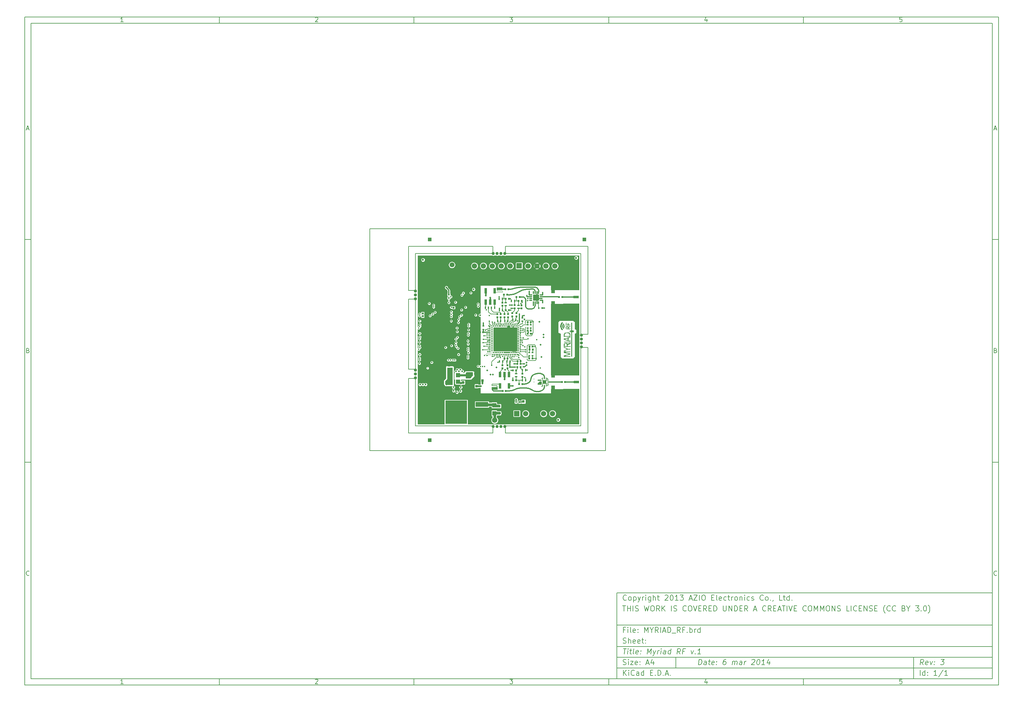
<source format=gtl>
G04 (created by PCBNEW (2013-05-31 BZR 4019)-stable) date 06/03/2014 18:54:47*
%MOIN*%
G04 Gerber Fmt 3.4, Leading zero omitted, Abs format*
%FSLAX34Y34*%
G01*
G70*
G90*
G04 APERTURE LIST*
%ADD10C,0.00590551*%
%ADD11C,0.0077*%
%ADD12C,0.0157*%
%ADD13C,0.0195*%
%ADD14C,0.0354*%
%ADD15R,0.0392X0.0392*%
%ADD16R,0.0472X0.051*%
%ADD17R,0.051X0.0472*%
%ADD18R,0.0195X0.0175*%
%ADD19R,0.0175X0.0195*%
%ADD20R,0.0259X0.014*%
%ADD21R,0.014X0.0259*%
%ADD22R,0.0275X0.0314*%
%ADD23R,0.0314X0.0275*%
%ADD24R,0.0195X0.0195*%
%ADD25C,0.2165*%
%ADD26R,0.1417X0.055*%
%ADD27R,0.244X0.2598*%
%ADD28R,0.0314X0.0314*%
%ADD29R,0.1849X0.0589*%
%ADD30R,0.0589X0.0275*%
%ADD31C,0.051*%
%ADD32C,0.055*%
%ADD33C,0.0597*%
%ADD34R,0.0597X0.0597*%
%ADD35R,0.0299X0.0649*%
%ADD36R,0.0669X0.0669*%
%ADD37O,0.0117X0.0335*%
%ADD38O,0.0122X0.0335*%
%ADD39O,0.0118X0.0335*%
%ADD40O,0.0335X0.0118*%
%ADD41R,0.0335X0.0118*%
%ADD42O,0.0335X0.0122*%
%ADD43C,0.0432*%
%ADD44R,0.0117X0.0275*%
%ADD45R,0.0117X0.0117*%
%ADD46R,0.0117X0.0177*%
%ADD47R,0.0177X0.0117*%
%ADD48R,0.0157X0.0209*%
%ADD49R,0.002X0.0114*%
%ADD50R,0.0276X0.0095*%
%ADD51R,0.0327X0.0095*%
%ADD52R,0.0354X0.0095*%
%ADD53R,0.0559X0.0095*%
%ADD54R,0.0019X0.0095*%
%ADD55R,0.0019X0.0083*%
%ADD56R,0.002X0.0095*%
%ADD57R,0.0019X0.0171*%
%ADD58R,0.0019X0.0342*%
%ADD59R,0.0019X0.0304*%
%ADD60R,0.0019X0.0094*%
%ADD61R,0.0019X0.0209*%
%ADD62R,0.0019X0.038*%
%ADD63R,0.0019X0.0475*%
%ADD64R,0.0019X0.0589*%
%ADD65R,0.0019X0.0646*%
%ADD66R,0.0019X0.0703*%
%ADD67R,0.0019X0.0779*%
%ADD68R,0.0019X0.0285*%
%ADD69R,0.0019X0.0247*%
%ADD70R,0.0019X0.0228*%
%ADD71R,0.0019X0.019*%
%ADD72R,0.0019X0.0133*%
%ADD73R,0.0019X0.0076*%
%ADD74R,0.0019X0.0038*%
%ADD75R,0.0019X0.0437*%
%ADD76R,0.0019X0.0551*%
%ADD77R,0.0019X0.0114*%
%ADD78R,0.0019X0.0057*%
%ADD79R,0.002X0.014*%
%ADD80R,0.0019X0.0335*%
%ADD81R,0.0019X0.0152*%
%ADD82R,0.0019X0.0361*%
%ADD83R,0.0019X0.0399*%
%ADD84R,0.0019X0.0323*%
%ADD85R,0.0019X0.0266*%
%ADD86R,0.0591X0.0095*%
%ADD87R,0.0157X0.0095*%
%ADD88R,0.002X0.038*%
%ADD89R,0.0019X0.0418*%
%ADD90R,0.0295X0.0095*%
%ADD91R,0.0217X0.0095*%
%ADD92R,0.0724X0.0095*%
%ADD93R,0.0019X0.3781*%
%ADD94R,0.00984252X0.0216535*%
%ADD95R,0.0216535X0.00984252*%
%ADD96R,0.0433071X0.0433071*%
%ADD97C,0.023622*%
%ADD98R,0.1495X0.0392*%
%ADD99R,0.1299X0.0392*%
%ADD100R,0.0392X0.1299*%
%ADD101R,0.0392X0.1495*%
%ADD102C,0.0077*%
%ADD103C,0.0117*%
%ADD104C,0.0196*%
%ADD105C,0.0118*%
%ADD106C,0.0196*%
%ADD107C,0.0157*%
%ADD108C,0.0117*%
%ADD109C,0.0118*%
%ADD110C,0.0122*%
%ADD111C,0.0195*%
%ADD112C,0.0314*%
%ADD113C,0.0059*%
%ADD114C,0.0078*%
%ADD115C,0.0039*%
%ADD116C,0.0235*%
G04 APERTURE END LIST*
G54D10*
X4000Y-4000D02*
X112930Y-4000D01*
X112930Y-78680D01*
X4000Y-78680D01*
X4000Y-4000D01*
X4700Y-4700D02*
X112230Y-4700D01*
X112230Y-77980D01*
X4700Y-77980D01*
X4700Y-4700D01*
X25780Y-4000D02*
X25780Y-4700D01*
X15032Y-4552D02*
X14747Y-4552D01*
X14890Y-4552D02*
X14890Y-4052D01*
X14842Y-4123D01*
X14794Y-4171D01*
X14747Y-4195D01*
X25780Y-78680D02*
X25780Y-77980D01*
X15032Y-78532D02*
X14747Y-78532D01*
X14890Y-78532D02*
X14890Y-78032D01*
X14842Y-78103D01*
X14794Y-78151D01*
X14747Y-78175D01*
X47560Y-4000D02*
X47560Y-4700D01*
X36527Y-4100D02*
X36550Y-4076D01*
X36598Y-4052D01*
X36717Y-4052D01*
X36765Y-4076D01*
X36789Y-4100D01*
X36812Y-4147D01*
X36812Y-4195D01*
X36789Y-4266D01*
X36503Y-4552D01*
X36812Y-4552D01*
X47560Y-78680D02*
X47560Y-77980D01*
X36527Y-78080D02*
X36550Y-78056D01*
X36598Y-78032D01*
X36717Y-78032D01*
X36765Y-78056D01*
X36789Y-78080D01*
X36812Y-78127D01*
X36812Y-78175D01*
X36789Y-78246D01*
X36503Y-78532D01*
X36812Y-78532D01*
X69340Y-4000D02*
X69340Y-4700D01*
X58283Y-4052D02*
X58592Y-4052D01*
X58426Y-4242D01*
X58497Y-4242D01*
X58545Y-4266D01*
X58569Y-4290D01*
X58592Y-4338D01*
X58592Y-4457D01*
X58569Y-4504D01*
X58545Y-4528D01*
X58497Y-4552D01*
X58354Y-4552D01*
X58307Y-4528D01*
X58283Y-4504D01*
X69340Y-78680D02*
X69340Y-77980D01*
X58283Y-78032D02*
X58592Y-78032D01*
X58426Y-78222D01*
X58497Y-78222D01*
X58545Y-78246D01*
X58569Y-78270D01*
X58592Y-78318D01*
X58592Y-78437D01*
X58569Y-78484D01*
X58545Y-78508D01*
X58497Y-78532D01*
X58354Y-78532D01*
X58307Y-78508D01*
X58283Y-78484D01*
X91120Y-4000D02*
X91120Y-4700D01*
X80325Y-4219D02*
X80325Y-4552D01*
X80206Y-4028D02*
X80087Y-4385D01*
X80396Y-4385D01*
X91120Y-78680D02*
X91120Y-77980D01*
X80325Y-78199D02*
X80325Y-78532D01*
X80206Y-78008D02*
X80087Y-78365D01*
X80396Y-78365D01*
X102129Y-4052D02*
X101890Y-4052D01*
X101867Y-4290D01*
X101890Y-4266D01*
X101938Y-4242D01*
X102057Y-4242D01*
X102105Y-4266D01*
X102129Y-4290D01*
X102152Y-4338D01*
X102152Y-4457D01*
X102129Y-4504D01*
X102105Y-4528D01*
X102057Y-4552D01*
X101938Y-4552D01*
X101890Y-4528D01*
X101867Y-4504D01*
X102129Y-78032D02*
X101890Y-78032D01*
X101867Y-78270D01*
X101890Y-78246D01*
X101938Y-78222D01*
X102057Y-78222D01*
X102105Y-78246D01*
X102129Y-78270D01*
X102152Y-78318D01*
X102152Y-78437D01*
X102129Y-78484D01*
X102105Y-78508D01*
X102057Y-78532D01*
X101938Y-78532D01*
X101890Y-78508D01*
X101867Y-78484D01*
X4000Y-28890D02*
X4700Y-28890D01*
X4230Y-16509D02*
X4469Y-16509D01*
X4183Y-16652D02*
X4350Y-16152D01*
X4516Y-16652D01*
X112930Y-28890D02*
X112230Y-28890D01*
X112460Y-16509D02*
X112699Y-16509D01*
X112413Y-16652D02*
X112580Y-16152D01*
X112746Y-16652D01*
X4000Y-53780D02*
X4700Y-53780D01*
X4385Y-41280D02*
X4457Y-41304D01*
X4480Y-41328D01*
X4504Y-41375D01*
X4504Y-41447D01*
X4480Y-41494D01*
X4457Y-41518D01*
X4409Y-41542D01*
X4219Y-41542D01*
X4219Y-41042D01*
X4385Y-41042D01*
X4433Y-41066D01*
X4457Y-41090D01*
X4480Y-41137D01*
X4480Y-41185D01*
X4457Y-41232D01*
X4433Y-41256D01*
X4385Y-41280D01*
X4219Y-41280D01*
X112930Y-53780D02*
X112230Y-53780D01*
X112615Y-41280D02*
X112687Y-41304D01*
X112710Y-41328D01*
X112734Y-41375D01*
X112734Y-41447D01*
X112710Y-41494D01*
X112687Y-41518D01*
X112639Y-41542D01*
X112449Y-41542D01*
X112449Y-41042D01*
X112615Y-41042D01*
X112663Y-41066D01*
X112687Y-41090D01*
X112710Y-41137D01*
X112710Y-41185D01*
X112687Y-41232D01*
X112663Y-41256D01*
X112615Y-41280D01*
X112449Y-41280D01*
X4504Y-66384D02*
X4480Y-66408D01*
X4409Y-66432D01*
X4361Y-66432D01*
X4290Y-66408D01*
X4242Y-66360D01*
X4219Y-66313D01*
X4195Y-66218D01*
X4195Y-66146D01*
X4219Y-66051D01*
X4242Y-66003D01*
X4290Y-65956D01*
X4361Y-65932D01*
X4409Y-65932D01*
X4480Y-65956D01*
X4504Y-65980D01*
X112734Y-66384D02*
X112710Y-66408D01*
X112639Y-66432D01*
X112591Y-66432D01*
X112520Y-66408D01*
X112472Y-66360D01*
X112449Y-66313D01*
X112425Y-66218D01*
X112425Y-66146D01*
X112449Y-66051D01*
X112472Y-66003D01*
X112520Y-65956D01*
X112591Y-65932D01*
X112639Y-65932D01*
X112710Y-65956D01*
X112734Y-65980D01*
X79380Y-76422D02*
X79455Y-75822D01*
X79597Y-75822D01*
X79680Y-75851D01*
X79730Y-75908D01*
X79751Y-75965D01*
X79765Y-76080D01*
X79755Y-76165D01*
X79712Y-76280D01*
X79676Y-76337D01*
X79612Y-76394D01*
X79522Y-76422D01*
X79380Y-76422D01*
X80237Y-76422D02*
X80276Y-76108D01*
X80255Y-76051D01*
X80201Y-76022D01*
X80087Y-76022D01*
X80026Y-76051D01*
X80240Y-76394D02*
X80180Y-76422D01*
X80037Y-76422D01*
X79983Y-76394D01*
X79962Y-76337D01*
X79969Y-76280D01*
X80005Y-76222D01*
X80065Y-76194D01*
X80208Y-76194D01*
X80269Y-76165D01*
X80487Y-76022D02*
X80715Y-76022D01*
X80597Y-75822D02*
X80533Y-76337D01*
X80555Y-76394D01*
X80608Y-76422D01*
X80665Y-76422D01*
X81097Y-76394D02*
X81037Y-76422D01*
X80922Y-76422D01*
X80869Y-76394D01*
X80847Y-76337D01*
X80876Y-76108D01*
X80912Y-76051D01*
X80972Y-76022D01*
X81087Y-76022D01*
X81140Y-76051D01*
X81162Y-76108D01*
X81155Y-76165D01*
X80862Y-76222D01*
X81387Y-76365D02*
X81412Y-76394D01*
X81380Y-76422D01*
X81355Y-76394D01*
X81387Y-76365D01*
X81380Y-76422D01*
X81426Y-76051D02*
X81451Y-76080D01*
X81419Y-76108D01*
X81394Y-76080D01*
X81426Y-76051D01*
X81419Y-76108D01*
X82455Y-75822D02*
X82340Y-75822D01*
X82279Y-75851D01*
X82247Y-75880D01*
X82180Y-75965D01*
X82137Y-76080D01*
X82108Y-76308D01*
X82130Y-76365D01*
X82155Y-76394D01*
X82208Y-76422D01*
X82322Y-76422D01*
X82383Y-76394D01*
X82415Y-76365D01*
X82451Y-76308D01*
X82469Y-76165D01*
X82447Y-76108D01*
X82422Y-76080D01*
X82369Y-76051D01*
X82254Y-76051D01*
X82194Y-76080D01*
X82162Y-76108D01*
X82126Y-76165D01*
X83151Y-76422D02*
X83201Y-76022D01*
X83194Y-76080D02*
X83226Y-76051D01*
X83287Y-76022D01*
X83372Y-76022D01*
X83426Y-76051D01*
X83447Y-76108D01*
X83408Y-76422D01*
X83447Y-76108D02*
X83483Y-76051D01*
X83544Y-76022D01*
X83630Y-76022D01*
X83683Y-76051D01*
X83705Y-76108D01*
X83665Y-76422D01*
X84208Y-76422D02*
X84247Y-76108D01*
X84226Y-76051D01*
X84172Y-76022D01*
X84058Y-76022D01*
X83997Y-76051D01*
X84212Y-76394D02*
X84151Y-76422D01*
X84008Y-76422D01*
X83955Y-76394D01*
X83933Y-76337D01*
X83940Y-76280D01*
X83976Y-76222D01*
X84037Y-76194D01*
X84180Y-76194D01*
X84240Y-76165D01*
X84494Y-76422D02*
X84544Y-76022D01*
X84530Y-76137D02*
X84565Y-76080D01*
X84597Y-76051D01*
X84658Y-76022D01*
X84715Y-76022D01*
X85362Y-75880D02*
X85394Y-75851D01*
X85455Y-75822D01*
X85597Y-75822D01*
X85651Y-75851D01*
X85676Y-75880D01*
X85697Y-75937D01*
X85690Y-75994D01*
X85651Y-76080D01*
X85265Y-76422D01*
X85637Y-76422D01*
X86083Y-75822D02*
X86140Y-75822D01*
X86194Y-75851D01*
X86219Y-75880D01*
X86240Y-75937D01*
X86255Y-76051D01*
X86237Y-76194D01*
X86194Y-76308D01*
X86158Y-76365D01*
X86126Y-76394D01*
X86065Y-76422D01*
X86008Y-76422D01*
X85955Y-76394D01*
X85930Y-76365D01*
X85908Y-76308D01*
X85894Y-76194D01*
X85912Y-76051D01*
X85955Y-75937D01*
X85990Y-75880D01*
X86022Y-75851D01*
X86083Y-75822D01*
X86780Y-76422D02*
X86437Y-76422D01*
X86608Y-76422D02*
X86683Y-75822D01*
X86615Y-75908D01*
X86551Y-75965D01*
X86490Y-75994D01*
X87344Y-76022D02*
X87294Y-76422D01*
X87230Y-75794D02*
X87033Y-76222D01*
X87405Y-76222D01*
X70972Y-77622D02*
X70972Y-77022D01*
X71315Y-77622D02*
X71058Y-77280D01*
X71315Y-77022D02*
X70972Y-77365D01*
X71572Y-77622D02*
X71572Y-77222D01*
X71572Y-77022D02*
X71544Y-77051D01*
X71572Y-77080D01*
X71601Y-77051D01*
X71572Y-77022D01*
X71572Y-77080D01*
X72201Y-77565D02*
X72172Y-77594D01*
X72087Y-77622D01*
X72030Y-77622D01*
X71944Y-77594D01*
X71887Y-77537D01*
X71858Y-77480D01*
X71830Y-77365D01*
X71830Y-77280D01*
X71858Y-77165D01*
X71887Y-77108D01*
X71944Y-77051D01*
X72030Y-77022D01*
X72087Y-77022D01*
X72172Y-77051D01*
X72201Y-77080D01*
X72715Y-77622D02*
X72715Y-77308D01*
X72687Y-77251D01*
X72630Y-77222D01*
X72515Y-77222D01*
X72458Y-77251D01*
X72715Y-77594D02*
X72658Y-77622D01*
X72515Y-77622D01*
X72458Y-77594D01*
X72430Y-77537D01*
X72430Y-77480D01*
X72458Y-77422D01*
X72515Y-77394D01*
X72658Y-77394D01*
X72715Y-77365D01*
X73258Y-77622D02*
X73258Y-77022D01*
X73258Y-77594D02*
X73201Y-77622D01*
X73087Y-77622D01*
X73030Y-77594D01*
X73001Y-77565D01*
X72972Y-77508D01*
X72972Y-77337D01*
X73001Y-77280D01*
X73030Y-77251D01*
X73087Y-77222D01*
X73201Y-77222D01*
X73258Y-77251D01*
X74001Y-77308D02*
X74201Y-77308D01*
X74287Y-77622D02*
X74001Y-77622D01*
X74001Y-77022D01*
X74287Y-77022D01*
X74544Y-77565D02*
X74572Y-77594D01*
X74544Y-77622D01*
X74515Y-77594D01*
X74544Y-77565D01*
X74544Y-77622D01*
X74829Y-77622D02*
X74829Y-77022D01*
X74972Y-77022D01*
X75058Y-77051D01*
X75115Y-77108D01*
X75144Y-77165D01*
X75172Y-77280D01*
X75172Y-77365D01*
X75144Y-77480D01*
X75115Y-77537D01*
X75058Y-77594D01*
X74972Y-77622D01*
X74829Y-77622D01*
X75429Y-77565D02*
X75458Y-77594D01*
X75429Y-77622D01*
X75401Y-77594D01*
X75429Y-77565D01*
X75429Y-77622D01*
X75687Y-77451D02*
X75972Y-77451D01*
X75629Y-77622D02*
X75829Y-77022D01*
X76029Y-77622D01*
X76229Y-77565D02*
X76258Y-77594D01*
X76229Y-77622D01*
X76201Y-77594D01*
X76229Y-77565D01*
X76229Y-77622D01*
X104522Y-76422D02*
X104358Y-76137D01*
X104180Y-76422D02*
X104255Y-75822D01*
X104483Y-75822D01*
X104537Y-75851D01*
X104562Y-75880D01*
X104583Y-75937D01*
X104572Y-76022D01*
X104537Y-76080D01*
X104505Y-76108D01*
X104444Y-76137D01*
X104215Y-76137D01*
X105012Y-76394D02*
X104951Y-76422D01*
X104837Y-76422D01*
X104783Y-76394D01*
X104762Y-76337D01*
X104790Y-76108D01*
X104826Y-76051D01*
X104887Y-76022D01*
X105001Y-76022D01*
X105055Y-76051D01*
X105076Y-76108D01*
X105069Y-76165D01*
X104776Y-76222D01*
X105287Y-76022D02*
X105380Y-76422D01*
X105572Y-76022D01*
X105758Y-76365D02*
X105783Y-76394D01*
X105751Y-76422D01*
X105726Y-76394D01*
X105758Y-76365D01*
X105751Y-76422D01*
X105797Y-76051D02*
X105822Y-76080D01*
X105790Y-76108D01*
X105765Y-76080D01*
X105797Y-76051D01*
X105790Y-76108D01*
X106512Y-75822D02*
X106883Y-75822D01*
X106655Y-76051D01*
X106740Y-76051D01*
X106794Y-76080D01*
X106819Y-76108D01*
X106840Y-76165D01*
X106822Y-76308D01*
X106787Y-76365D01*
X106755Y-76394D01*
X106694Y-76422D01*
X106522Y-76422D01*
X106469Y-76394D01*
X106444Y-76365D01*
X70944Y-76394D02*
X71030Y-76422D01*
X71172Y-76422D01*
X71230Y-76394D01*
X71258Y-76365D01*
X71287Y-76308D01*
X71287Y-76251D01*
X71258Y-76194D01*
X71230Y-76165D01*
X71172Y-76137D01*
X71058Y-76108D01*
X71001Y-76080D01*
X70972Y-76051D01*
X70944Y-75994D01*
X70944Y-75937D01*
X70972Y-75880D01*
X71001Y-75851D01*
X71058Y-75822D01*
X71201Y-75822D01*
X71287Y-75851D01*
X71544Y-76422D02*
X71544Y-76022D01*
X71544Y-75822D02*
X71515Y-75851D01*
X71544Y-75880D01*
X71572Y-75851D01*
X71544Y-75822D01*
X71544Y-75880D01*
X71772Y-76022D02*
X72087Y-76022D01*
X71772Y-76422D01*
X72087Y-76422D01*
X72544Y-76394D02*
X72487Y-76422D01*
X72372Y-76422D01*
X72315Y-76394D01*
X72287Y-76337D01*
X72287Y-76108D01*
X72315Y-76051D01*
X72372Y-76022D01*
X72487Y-76022D01*
X72544Y-76051D01*
X72572Y-76108D01*
X72572Y-76165D01*
X72287Y-76222D01*
X72830Y-76365D02*
X72858Y-76394D01*
X72830Y-76422D01*
X72801Y-76394D01*
X72830Y-76365D01*
X72830Y-76422D01*
X72830Y-76051D02*
X72858Y-76080D01*
X72830Y-76108D01*
X72801Y-76080D01*
X72830Y-76051D01*
X72830Y-76108D01*
X73544Y-76251D02*
X73830Y-76251D01*
X73487Y-76422D02*
X73687Y-75822D01*
X73887Y-76422D01*
X74344Y-76022D02*
X74344Y-76422D01*
X74201Y-75794D02*
X74058Y-76222D01*
X74430Y-76222D01*
X104172Y-77622D02*
X104172Y-77022D01*
X104715Y-77622D02*
X104715Y-77022D01*
X104715Y-77594D02*
X104658Y-77622D01*
X104544Y-77622D01*
X104487Y-77594D01*
X104458Y-77565D01*
X104430Y-77508D01*
X104430Y-77337D01*
X104458Y-77280D01*
X104487Y-77251D01*
X104544Y-77222D01*
X104658Y-77222D01*
X104715Y-77251D01*
X105001Y-77565D02*
X105030Y-77594D01*
X105001Y-77622D01*
X104972Y-77594D01*
X105001Y-77565D01*
X105001Y-77622D01*
X105001Y-77251D02*
X105030Y-77280D01*
X105001Y-77308D01*
X104972Y-77280D01*
X105001Y-77251D01*
X105001Y-77308D01*
X106058Y-77622D02*
X105715Y-77622D01*
X105887Y-77622D02*
X105887Y-77022D01*
X105829Y-77108D01*
X105772Y-77165D01*
X105715Y-77194D01*
X106744Y-76994D02*
X106230Y-77765D01*
X107258Y-77622D02*
X106915Y-77622D01*
X107087Y-77622D02*
X107087Y-77022D01*
X107029Y-77108D01*
X106972Y-77165D01*
X106915Y-77194D01*
X70969Y-74622D02*
X71312Y-74622D01*
X71065Y-75222D02*
X71140Y-74622D01*
X71437Y-75222D02*
X71487Y-74822D01*
X71512Y-74622D02*
X71480Y-74651D01*
X71505Y-74680D01*
X71537Y-74651D01*
X71512Y-74622D01*
X71505Y-74680D01*
X71687Y-74822D02*
X71915Y-74822D01*
X71797Y-74622D02*
X71733Y-75137D01*
X71755Y-75194D01*
X71808Y-75222D01*
X71865Y-75222D01*
X72151Y-75222D02*
X72097Y-75194D01*
X72076Y-75137D01*
X72140Y-74622D01*
X72612Y-75194D02*
X72551Y-75222D01*
X72437Y-75222D01*
X72383Y-75194D01*
X72362Y-75137D01*
X72390Y-74908D01*
X72426Y-74851D01*
X72487Y-74822D01*
X72601Y-74822D01*
X72655Y-74851D01*
X72676Y-74908D01*
X72669Y-74965D01*
X72376Y-75022D01*
X72901Y-75165D02*
X72926Y-75194D01*
X72894Y-75222D01*
X72869Y-75194D01*
X72901Y-75165D01*
X72894Y-75222D01*
X72940Y-74851D02*
X72965Y-74880D01*
X72933Y-74908D01*
X72908Y-74880D01*
X72940Y-74851D01*
X72933Y-74908D01*
X73637Y-75222D02*
X73712Y-74622D01*
X73858Y-75051D01*
X74112Y-74622D01*
X74037Y-75222D01*
X74315Y-74822D02*
X74408Y-75222D01*
X74601Y-74822D02*
X74408Y-75222D01*
X74333Y-75365D01*
X74301Y-75394D01*
X74240Y-75422D01*
X74780Y-75222D02*
X74830Y-74822D01*
X74815Y-74937D02*
X74851Y-74880D01*
X74883Y-74851D01*
X74944Y-74822D01*
X75001Y-74822D01*
X75151Y-75222D02*
X75201Y-74822D01*
X75226Y-74622D02*
X75194Y-74651D01*
X75219Y-74680D01*
X75251Y-74651D01*
X75226Y-74622D01*
X75219Y-74680D01*
X75694Y-75222D02*
X75733Y-74908D01*
X75712Y-74851D01*
X75658Y-74822D01*
X75544Y-74822D01*
X75483Y-74851D01*
X75697Y-75194D02*
X75637Y-75222D01*
X75494Y-75222D01*
X75440Y-75194D01*
X75419Y-75137D01*
X75426Y-75080D01*
X75462Y-75022D01*
X75522Y-74994D01*
X75665Y-74994D01*
X75726Y-74965D01*
X76237Y-75222D02*
X76312Y-74622D01*
X76240Y-75194D02*
X76180Y-75222D01*
X76065Y-75222D01*
X76012Y-75194D01*
X75987Y-75165D01*
X75965Y-75108D01*
X75987Y-74937D01*
X76022Y-74880D01*
X76055Y-74851D01*
X76115Y-74822D01*
X76230Y-74822D01*
X76283Y-74851D01*
X77322Y-75222D02*
X77158Y-74937D01*
X76980Y-75222D02*
X77055Y-74622D01*
X77283Y-74622D01*
X77337Y-74651D01*
X77362Y-74680D01*
X77383Y-74737D01*
X77372Y-74822D01*
X77337Y-74880D01*
X77305Y-74908D01*
X77244Y-74937D01*
X77015Y-74937D01*
X77819Y-74908D02*
X77619Y-74908D01*
X77580Y-75222D02*
X77655Y-74622D01*
X77940Y-74622D01*
X78544Y-74822D02*
X78637Y-75222D01*
X78830Y-74822D01*
X79015Y-75165D02*
X79040Y-75194D01*
X79008Y-75222D01*
X78983Y-75194D01*
X79015Y-75165D01*
X79008Y-75222D01*
X79608Y-75222D02*
X79265Y-75222D01*
X79437Y-75222D02*
X79512Y-74622D01*
X79444Y-74708D01*
X79380Y-74765D01*
X79319Y-74794D01*
X71172Y-72508D02*
X70972Y-72508D01*
X70972Y-72822D02*
X70972Y-72222D01*
X71258Y-72222D01*
X71487Y-72822D02*
X71487Y-72422D01*
X71487Y-72222D02*
X71458Y-72251D01*
X71487Y-72280D01*
X71515Y-72251D01*
X71487Y-72222D01*
X71487Y-72280D01*
X71858Y-72822D02*
X71801Y-72794D01*
X71772Y-72737D01*
X71772Y-72222D01*
X72315Y-72794D02*
X72258Y-72822D01*
X72144Y-72822D01*
X72087Y-72794D01*
X72058Y-72737D01*
X72058Y-72508D01*
X72087Y-72451D01*
X72144Y-72422D01*
X72258Y-72422D01*
X72315Y-72451D01*
X72344Y-72508D01*
X72344Y-72565D01*
X72058Y-72622D01*
X72601Y-72765D02*
X72630Y-72794D01*
X72601Y-72822D01*
X72572Y-72794D01*
X72601Y-72765D01*
X72601Y-72822D01*
X72601Y-72451D02*
X72630Y-72480D01*
X72601Y-72508D01*
X72572Y-72480D01*
X72601Y-72451D01*
X72601Y-72508D01*
X73344Y-72822D02*
X73344Y-72222D01*
X73544Y-72651D01*
X73744Y-72222D01*
X73744Y-72822D01*
X74144Y-72537D02*
X74144Y-72822D01*
X73944Y-72222D02*
X74144Y-72537D01*
X74344Y-72222D01*
X74887Y-72822D02*
X74687Y-72537D01*
X74544Y-72822D02*
X74544Y-72222D01*
X74772Y-72222D01*
X74830Y-72251D01*
X74858Y-72280D01*
X74887Y-72337D01*
X74887Y-72422D01*
X74858Y-72480D01*
X74830Y-72508D01*
X74772Y-72537D01*
X74544Y-72537D01*
X75144Y-72822D02*
X75144Y-72222D01*
X75401Y-72651D02*
X75687Y-72651D01*
X75344Y-72822D02*
X75544Y-72222D01*
X75744Y-72822D01*
X75944Y-72822D02*
X75944Y-72222D01*
X76087Y-72222D01*
X76172Y-72251D01*
X76230Y-72308D01*
X76258Y-72365D01*
X76287Y-72480D01*
X76287Y-72565D01*
X76258Y-72680D01*
X76230Y-72737D01*
X76172Y-72794D01*
X76087Y-72822D01*
X75944Y-72822D01*
X76401Y-72880D02*
X76858Y-72880D01*
X77344Y-72822D02*
X77144Y-72537D01*
X77001Y-72822D02*
X77001Y-72222D01*
X77230Y-72222D01*
X77287Y-72251D01*
X77315Y-72280D01*
X77344Y-72337D01*
X77344Y-72422D01*
X77315Y-72480D01*
X77287Y-72508D01*
X77230Y-72537D01*
X77001Y-72537D01*
X77801Y-72508D02*
X77601Y-72508D01*
X77601Y-72822D02*
X77601Y-72222D01*
X77887Y-72222D01*
X78115Y-72765D02*
X78144Y-72794D01*
X78115Y-72822D01*
X78087Y-72794D01*
X78115Y-72765D01*
X78115Y-72822D01*
X78401Y-72822D02*
X78401Y-72222D01*
X78401Y-72451D02*
X78458Y-72422D01*
X78572Y-72422D01*
X78630Y-72451D01*
X78658Y-72480D01*
X78687Y-72537D01*
X78687Y-72708D01*
X78658Y-72765D01*
X78630Y-72794D01*
X78572Y-72822D01*
X78458Y-72822D01*
X78401Y-72794D01*
X78944Y-72822D02*
X78944Y-72422D01*
X78944Y-72537D02*
X78972Y-72480D01*
X79001Y-72451D01*
X79058Y-72422D01*
X79115Y-72422D01*
X79572Y-72822D02*
X79572Y-72222D01*
X79572Y-72794D02*
X79515Y-72822D01*
X79401Y-72822D01*
X79344Y-72794D01*
X79315Y-72765D01*
X79287Y-72708D01*
X79287Y-72537D01*
X79315Y-72480D01*
X79344Y-72451D01*
X79401Y-72422D01*
X79515Y-72422D01*
X79572Y-72451D01*
X70944Y-73994D02*
X71030Y-74022D01*
X71172Y-74022D01*
X71230Y-73994D01*
X71258Y-73965D01*
X71287Y-73908D01*
X71287Y-73851D01*
X71258Y-73794D01*
X71230Y-73765D01*
X71172Y-73737D01*
X71058Y-73708D01*
X71001Y-73680D01*
X70972Y-73651D01*
X70944Y-73594D01*
X70944Y-73537D01*
X70972Y-73480D01*
X71001Y-73451D01*
X71058Y-73422D01*
X71201Y-73422D01*
X71287Y-73451D01*
X71544Y-74022D02*
X71544Y-73422D01*
X71801Y-74022D02*
X71801Y-73708D01*
X71772Y-73651D01*
X71715Y-73622D01*
X71630Y-73622D01*
X71572Y-73651D01*
X71544Y-73680D01*
X72315Y-73994D02*
X72258Y-74022D01*
X72144Y-74022D01*
X72087Y-73994D01*
X72058Y-73937D01*
X72058Y-73708D01*
X72087Y-73651D01*
X72144Y-73622D01*
X72258Y-73622D01*
X72315Y-73651D01*
X72344Y-73708D01*
X72344Y-73765D01*
X72058Y-73822D01*
X72830Y-73994D02*
X72772Y-74022D01*
X72658Y-74022D01*
X72601Y-73994D01*
X72572Y-73937D01*
X72572Y-73708D01*
X72601Y-73651D01*
X72658Y-73622D01*
X72772Y-73622D01*
X72830Y-73651D01*
X72858Y-73708D01*
X72858Y-73765D01*
X72572Y-73822D01*
X73030Y-73622D02*
X73258Y-73622D01*
X73115Y-73422D02*
X73115Y-73937D01*
X73144Y-73994D01*
X73201Y-74022D01*
X73258Y-74022D01*
X73458Y-73965D02*
X73487Y-73994D01*
X73458Y-74022D01*
X73430Y-73994D01*
X73458Y-73965D01*
X73458Y-74022D01*
X73458Y-73651D02*
X73487Y-73680D01*
X73458Y-73708D01*
X73430Y-73680D01*
X73458Y-73651D01*
X73458Y-73708D01*
X70887Y-69822D02*
X71230Y-69822D01*
X71058Y-70422D02*
X71058Y-69822D01*
X71430Y-70422D02*
X71430Y-69822D01*
X71430Y-70108D02*
X71772Y-70108D01*
X71772Y-70422D02*
X71772Y-69822D01*
X72058Y-70422D02*
X72058Y-69822D01*
X72315Y-70394D02*
X72401Y-70422D01*
X72544Y-70422D01*
X72601Y-70394D01*
X72629Y-70365D01*
X72658Y-70308D01*
X72658Y-70251D01*
X72629Y-70194D01*
X72601Y-70165D01*
X72544Y-70137D01*
X72429Y-70108D01*
X72372Y-70080D01*
X72344Y-70051D01*
X72315Y-69994D01*
X72315Y-69937D01*
X72344Y-69880D01*
X72372Y-69851D01*
X72429Y-69822D01*
X72572Y-69822D01*
X72658Y-69851D01*
X73315Y-69822D02*
X73458Y-70422D01*
X73572Y-69994D01*
X73687Y-70422D01*
X73830Y-69822D01*
X74172Y-69822D02*
X74287Y-69822D01*
X74344Y-69851D01*
X74401Y-69908D01*
X74430Y-70022D01*
X74430Y-70222D01*
X74401Y-70337D01*
X74344Y-70394D01*
X74287Y-70422D01*
X74172Y-70422D01*
X74115Y-70394D01*
X74058Y-70337D01*
X74030Y-70222D01*
X74030Y-70022D01*
X74058Y-69908D01*
X74115Y-69851D01*
X74172Y-69822D01*
X75029Y-70422D02*
X74829Y-70137D01*
X74687Y-70422D02*
X74687Y-69822D01*
X74915Y-69822D01*
X74972Y-69851D01*
X75001Y-69880D01*
X75029Y-69937D01*
X75029Y-70022D01*
X75001Y-70080D01*
X74972Y-70108D01*
X74915Y-70137D01*
X74687Y-70137D01*
X75287Y-70422D02*
X75287Y-69822D01*
X75629Y-70422D02*
X75372Y-70080D01*
X75629Y-69822D02*
X75287Y-70165D01*
X76344Y-70422D02*
X76344Y-69822D01*
X76601Y-70394D02*
X76687Y-70422D01*
X76829Y-70422D01*
X76887Y-70394D01*
X76915Y-70365D01*
X76944Y-70308D01*
X76944Y-70251D01*
X76915Y-70194D01*
X76887Y-70165D01*
X76829Y-70137D01*
X76715Y-70108D01*
X76658Y-70080D01*
X76629Y-70051D01*
X76601Y-69994D01*
X76601Y-69937D01*
X76629Y-69880D01*
X76658Y-69851D01*
X76715Y-69822D01*
X76858Y-69822D01*
X76944Y-69851D01*
X78001Y-70365D02*
X77972Y-70394D01*
X77887Y-70422D01*
X77830Y-70422D01*
X77744Y-70394D01*
X77687Y-70337D01*
X77658Y-70280D01*
X77630Y-70165D01*
X77630Y-70080D01*
X77658Y-69965D01*
X77687Y-69908D01*
X77744Y-69851D01*
X77830Y-69822D01*
X77887Y-69822D01*
X77972Y-69851D01*
X78001Y-69880D01*
X78372Y-69822D02*
X78487Y-69822D01*
X78544Y-69851D01*
X78601Y-69908D01*
X78630Y-70022D01*
X78630Y-70222D01*
X78601Y-70337D01*
X78544Y-70394D01*
X78487Y-70422D01*
X78372Y-70422D01*
X78315Y-70394D01*
X78258Y-70337D01*
X78230Y-70222D01*
X78230Y-70022D01*
X78258Y-69908D01*
X78315Y-69851D01*
X78372Y-69822D01*
X78801Y-69822D02*
X79001Y-70422D01*
X79201Y-69822D01*
X79401Y-70108D02*
X79601Y-70108D01*
X79687Y-70422D02*
X79401Y-70422D01*
X79401Y-69822D01*
X79687Y-69822D01*
X80287Y-70422D02*
X80087Y-70137D01*
X79944Y-70422D02*
X79944Y-69822D01*
X80172Y-69822D01*
X80229Y-69851D01*
X80258Y-69880D01*
X80287Y-69937D01*
X80287Y-70022D01*
X80258Y-70080D01*
X80229Y-70108D01*
X80172Y-70137D01*
X79944Y-70137D01*
X80544Y-70108D02*
X80744Y-70108D01*
X80829Y-70422D02*
X80544Y-70422D01*
X80544Y-69822D01*
X80829Y-69822D01*
X81087Y-70422D02*
X81087Y-69822D01*
X81229Y-69822D01*
X81315Y-69851D01*
X81372Y-69908D01*
X81401Y-69965D01*
X81429Y-70080D01*
X81429Y-70165D01*
X81401Y-70280D01*
X81372Y-70337D01*
X81315Y-70394D01*
X81229Y-70422D01*
X81087Y-70422D01*
X82144Y-69822D02*
X82144Y-70308D01*
X82172Y-70365D01*
X82201Y-70394D01*
X82258Y-70422D01*
X82372Y-70422D01*
X82429Y-70394D01*
X82458Y-70365D01*
X82487Y-70308D01*
X82487Y-69822D01*
X82772Y-70422D02*
X82772Y-69822D01*
X83115Y-70422D01*
X83115Y-69822D01*
X83401Y-70422D02*
X83401Y-69822D01*
X83544Y-69822D01*
X83629Y-69851D01*
X83687Y-69908D01*
X83715Y-69965D01*
X83744Y-70080D01*
X83744Y-70165D01*
X83715Y-70280D01*
X83687Y-70337D01*
X83629Y-70394D01*
X83544Y-70422D01*
X83401Y-70422D01*
X84001Y-70108D02*
X84201Y-70108D01*
X84287Y-70422D02*
X84001Y-70422D01*
X84001Y-69822D01*
X84287Y-69822D01*
X84887Y-70422D02*
X84687Y-70137D01*
X84544Y-70422D02*
X84544Y-69822D01*
X84772Y-69822D01*
X84829Y-69851D01*
X84858Y-69880D01*
X84887Y-69937D01*
X84887Y-70022D01*
X84858Y-70080D01*
X84829Y-70108D01*
X84772Y-70137D01*
X84544Y-70137D01*
X85572Y-70251D02*
X85858Y-70251D01*
X85515Y-70422D02*
X85715Y-69822D01*
X85915Y-70422D01*
X86915Y-70365D02*
X86887Y-70394D01*
X86801Y-70422D01*
X86744Y-70422D01*
X86658Y-70394D01*
X86601Y-70337D01*
X86572Y-70280D01*
X86544Y-70165D01*
X86544Y-70080D01*
X86572Y-69965D01*
X86601Y-69908D01*
X86658Y-69851D01*
X86744Y-69822D01*
X86801Y-69822D01*
X86887Y-69851D01*
X86915Y-69880D01*
X87515Y-70422D02*
X87315Y-70137D01*
X87172Y-70422D02*
X87172Y-69822D01*
X87401Y-69822D01*
X87458Y-69851D01*
X87487Y-69880D01*
X87515Y-69937D01*
X87515Y-70022D01*
X87487Y-70080D01*
X87458Y-70108D01*
X87401Y-70137D01*
X87172Y-70137D01*
X87772Y-70108D02*
X87972Y-70108D01*
X88058Y-70422D02*
X87772Y-70422D01*
X87772Y-69822D01*
X88058Y-69822D01*
X88287Y-70251D02*
X88572Y-70251D01*
X88229Y-70422D02*
X88429Y-69822D01*
X88629Y-70422D01*
X88744Y-69822D02*
X89087Y-69822D01*
X88915Y-70422D02*
X88915Y-69822D01*
X89287Y-70422D02*
X89287Y-69822D01*
X89487Y-69822D02*
X89687Y-70422D01*
X89887Y-69822D01*
X90087Y-70108D02*
X90287Y-70108D01*
X90372Y-70422D02*
X90087Y-70422D01*
X90087Y-69822D01*
X90372Y-69822D01*
X91429Y-70365D02*
X91401Y-70394D01*
X91315Y-70422D01*
X91258Y-70422D01*
X91172Y-70394D01*
X91115Y-70337D01*
X91087Y-70280D01*
X91058Y-70165D01*
X91058Y-70080D01*
X91087Y-69965D01*
X91115Y-69908D01*
X91172Y-69851D01*
X91258Y-69822D01*
X91315Y-69822D01*
X91401Y-69851D01*
X91429Y-69880D01*
X91801Y-69822D02*
X91915Y-69822D01*
X91972Y-69851D01*
X92029Y-69908D01*
X92058Y-70022D01*
X92058Y-70222D01*
X92029Y-70337D01*
X91972Y-70394D01*
X91915Y-70422D01*
X91801Y-70422D01*
X91744Y-70394D01*
X91687Y-70337D01*
X91658Y-70222D01*
X91658Y-70022D01*
X91687Y-69908D01*
X91744Y-69851D01*
X91801Y-69822D01*
X92315Y-70422D02*
X92315Y-69822D01*
X92515Y-70251D01*
X92715Y-69822D01*
X92715Y-70422D01*
X93001Y-70422D02*
X93001Y-69822D01*
X93201Y-70251D01*
X93401Y-69822D01*
X93401Y-70422D01*
X93801Y-69822D02*
X93915Y-69822D01*
X93972Y-69851D01*
X94029Y-69908D01*
X94058Y-70022D01*
X94058Y-70222D01*
X94029Y-70337D01*
X93972Y-70394D01*
X93915Y-70422D01*
X93801Y-70422D01*
X93744Y-70394D01*
X93687Y-70337D01*
X93658Y-70222D01*
X93658Y-70022D01*
X93687Y-69908D01*
X93744Y-69851D01*
X93801Y-69822D01*
X94315Y-70422D02*
X94315Y-69822D01*
X94658Y-70422D01*
X94658Y-69822D01*
X94915Y-70394D02*
X95001Y-70422D01*
X95144Y-70422D01*
X95201Y-70394D01*
X95229Y-70365D01*
X95258Y-70308D01*
X95258Y-70251D01*
X95229Y-70194D01*
X95201Y-70165D01*
X95144Y-70137D01*
X95029Y-70108D01*
X94972Y-70080D01*
X94944Y-70051D01*
X94915Y-69994D01*
X94915Y-69937D01*
X94944Y-69880D01*
X94972Y-69851D01*
X95029Y-69822D01*
X95172Y-69822D01*
X95258Y-69851D01*
X96258Y-70422D02*
X95972Y-70422D01*
X95972Y-69822D01*
X96458Y-70422D02*
X96458Y-69822D01*
X97087Y-70365D02*
X97058Y-70394D01*
X96972Y-70422D01*
X96915Y-70422D01*
X96829Y-70394D01*
X96772Y-70337D01*
X96744Y-70280D01*
X96715Y-70165D01*
X96715Y-70080D01*
X96744Y-69965D01*
X96772Y-69908D01*
X96829Y-69851D01*
X96915Y-69822D01*
X96972Y-69822D01*
X97058Y-69851D01*
X97087Y-69880D01*
X97344Y-70108D02*
X97544Y-70108D01*
X97629Y-70422D02*
X97344Y-70422D01*
X97344Y-69822D01*
X97629Y-69822D01*
X97887Y-70422D02*
X97887Y-69822D01*
X98229Y-70422D01*
X98229Y-69822D01*
X98487Y-70394D02*
X98572Y-70422D01*
X98715Y-70422D01*
X98772Y-70394D01*
X98801Y-70365D01*
X98829Y-70308D01*
X98829Y-70251D01*
X98801Y-70194D01*
X98772Y-70165D01*
X98715Y-70137D01*
X98601Y-70108D01*
X98544Y-70080D01*
X98515Y-70051D01*
X98487Y-69994D01*
X98487Y-69937D01*
X98515Y-69880D01*
X98544Y-69851D01*
X98601Y-69822D01*
X98744Y-69822D01*
X98829Y-69851D01*
X99087Y-70108D02*
X99287Y-70108D01*
X99372Y-70422D02*
X99087Y-70422D01*
X99087Y-69822D01*
X99372Y-69822D01*
X100258Y-70651D02*
X100229Y-70622D01*
X100172Y-70537D01*
X100144Y-70480D01*
X100115Y-70394D01*
X100087Y-70251D01*
X100087Y-70137D01*
X100115Y-69994D01*
X100144Y-69908D01*
X100172Y-69851D01*
X100229Y-69765D01*
X100258Y-69737D01*
X100829Y-70365D02*
X100801Y-70394D01*
X100715Y-70422D01*
X100658Y-70422D01*
X100572Y-70394D01*
X100515Y-70337D01*
X100487Y-70280D01*
X100458Y-70165D01*
X100458Y-70080D01*
X100487Y-69965D01*
X100515Y-69908D01*
X100572Y-69851D01*
X100658Y-69822D01*
X100715Y-69822D01*
X100801Y-69851D01*
X100829Y-69880D01*
X101429Y-70365D02*
X101401Y-70394D01*
X101315Y-70422D01*
X101258Y-70422D01*
X101172Y-70394D01*
X101115Y-70337D01*
X101087Y-70280D01*
X101058Y-70165D01*
X101058Y-70080D01*
X101087Y-69965D01*
X101115Y-69908D01*
X101172Y-69851D01*
X101258Y-69822D01*
X101315Y-69822D01*
X101401Y-69851D01*
X101429Y-69880D01*
X102344Y-70108D02*
X102429Y-70137D01*
X102458Y-70165D01*
X102487Y-70222D01*
X102487Y-70308D01*
X102458Y-70365D01*
X102429Y-70394D01*
X102372Y-70422D01*
X102144Y-70422D01*
X102144Y-69822D01*
X102344Y-69822D01*
X102401Y-69851D01*
X102429Y-69880D01*
X102458Y-69937D01*
X102458Y-69994D01*
X102429Y-70051D01*
X102401Y-70080D01*
X102344Y-70108D01*
X102144Y-70108D01*
X102858Y-70137D02*
X102858Y-70422D01*
X102658Y-69822D02*
X102858Y-70137D01*
X103058Y-69822D01*
X103658Y-69822D02*
X104029Y-69822D01*
X103829Y-70051D01*
X103915Y-70051D01*
X103972Y-70080D01*
X104001Y-70108D01*
X104029Y-70165D01*
X104029Y-70308D01*
X104001Y-70365D01*
X103972Y-70394D01*
X103915Y-70422D01*
X103744Y-70422D01*
X103687Y-70394D01*
X103658Y-70365D01*
X104287Y-70365D02*
X104315Y-70394D01*
X104287Y-70422D01*
X104258Y-70394D01*
X104287Y-70365D01*
X104287Y-70422D01*
X104687Y-69822D02*
X104744Y-69822D01*
X104801Y-69851D01*
X104829Y-69880D01*
X104858Y-69937D01*
X104887Y-70051D01*
X104887Y-70194D01*
X104858Y-70308D01*
X104829Y-70365D01*
X104801Y-70394D01*
X104744Y-70422D01*
X104687Y-70422D01*
X104629Y-70394D01*
X104601Y-70365D01*
X104572Y-70308D01*
X104544Y-70194D01*
X104544Y-70051D01*
X104572Y-69937D01*
X104601Y-69880D01*
X104629Y-69851D01*
X104687Y-69822D01*
X105087Y-70651D02*
X105115Y-70622D01*
X105172Y-70537D01*
X105201Y-70480D01*
X105229Y-70394D01*
X105258Y-70251D01*
X105258Y-70137D01*
X105229Y-69994D01*
X105201Y-69908D01*
X105172Y-69851D01*
X105115Y-69765D01*
X105087Y-69737D01*
X71315Y-69165D02*
X71287Y-69194D01*
X71201Y-69222D01*
X71144Y-69222D01*
X71058Y-69194D01*
X71001Y-69137D01*
X70972Y-69080D01*
X70944Y-68965D01*
X70944Y-68880D01*
X70972Y-68765D01*
X71001Y-68708D01*
X71058Y-68651D01*
X71144Y-68622D01*
X71201Y-68622D01*
X71287Y-68651D01*
X71315Y-68680D01*
X71658Y-69222D02*
X71601Y-69194D01*
X71572Y-69165D01*
X71544Y-69108D01*
X71544Y-68937D01*
X71572Y-68880D01*
X71601Y-68851D01*
X71658Y-68822D01*
X71744Y-68822D01*
X71801Y-68851D01*
X71830Y-68880D01*
X71858Y-68937D01*
X71858Y-69108D01*
X71830Y-69165D01*
X71801Y-69194D01*
X71744Y-69222D01*
X71658Y-69222D01*
X72115Y-68822D02*
X72115Y-69422D01*
X72115Y-68851D02*
X72172Y-68822D01*
X72287Y-68822D01*
X72344Y-68851D01*
X72372Y-68880D01*
X72401Y-68937D01*
X72401Y-69108D01*
X72372Y-69165D01*
X72344Y-69194D01*
X72287Y-69222D01*
X72172Y-69222D01*
X72115Y-69194D01*
X72601Y-68822D02*
X72744Y-69222D01*
X72887Y-68822D02*
X72744Y-69222D01*
X72687Y-69365D01*
X72658Y-69394D01*
X72601Y-69422D01*
X73115Y-69222D02*
X73115Y-68822D01*
X73115Y-68937D02*
X73144Y-68880D01*
X73172Y-68851D01*
X73230Y-68822D01*
X73287Y-68822D01*
X73487Y-69222D02*
X73487Y-68822D01*
X73487Y-68622D02*
X73458Y-68651D01*
X73487Y-68680D01*
X73515Y-68651D01*
X73487Y-68622D01*
X73487Y-68680D01*
X74030Y-68822D02*
X74030Y-69308D01*
X74001Y-69365D01*
X73972Y-69394D01*
X73915Y-69422D01*
X73830Y-69422D01*
X73772Y-69394D01*
X74030Y-69194D02*
X73972Y-69222D01*
X73858Y-69222D01*
X73801Y-69194D01*
X73772Y-69165D01*
X73744Y-69108D01*
X73744Y-68937D01*
X73772Y-68880D01*
X73801Y-68851D01*
X73858Y-68822D01*
X73972Y-68822D01*
X74030Y-68851D01*
X74315Y-69222D02*
X74315Y-68622D01*
X74572Y-69222D02*
X74572Y-68908D01*
X74544Y-68851D01*
X74487Y-68822D01*
X74401Y-68822D01*
X74344Y-68851D01*
X74315Y-68880D01*
X74772Y-68822D02*
X75001Y-68822D01*
X74858Y-68622D02*
X74858Y-69137D01*
X74887Y-69194D01*
X74944Y-69222D01*
X75001Y-69222D01*
X75630Y-68680D02*
X75658Y-68651D01*
X75715Y-68622D01*
X75858Y-68622D01*
X75915Y-68651D01*
X75944Y-68680D01*
X75972Y-68737D01*
X75972Y-68794D01*
X75944Y-68880D01*
X75601Y-69222D01*
X75972Y-69222D01*
X76344Y-68622D02*
X76401Y-68622D01*
X76458Y-68651D01*
X76487Y-68680D01*
X76515Y-68737D01*
X76544Y-68851D01*
X76544Y-68994D01*
X76515Y-69108D01*
X76487Y-69165D01*
X76458Y-69194D01*
X76401Y-69222D01*
X76344Y-69222D01*
X76287Y-69194D01*
X76258Y-69165D01*
X76230Y-69108D01*
X76201Y-68994D01*
X76201Y-68851D01*
X76230Y-68737D01*
X76258Y-68680D01*
X76287Y-68651D01*
X76344Y-68622D01*
X77115Y-69222D02*
X76772Y-69222D01*
X76944Y-69222D02*
X76944Y-68622D01*
X76887Y-68708D01*
X76830Y-68765D01*
X76772Y-68794D01*
X77315Y-68622D02*
X77687Y-68622D01*
X77487Y-68851D01*
X77572Y-68851D01*
X77630Y-68880D01*
X77658Y-68908D01*
X77687Y-68965D01*
X77687Y-69108D01*
X77658Y-69165D01*
X77630Y-69194D01*
X77572Y-69222D01*
X77401Y-69222D01*
X77344Y-69194D01*
X77315Y-69165D01*
X78372Y-69051D02*
X78658Y-69051D01*
X78315Y-69222D02*
X78515Y-68622D01*
X78715Y-69222D01*
X78858Y-68622D02*
X79258Y-68622D01*
X78858Y-69222D01*
X79258Y-69222D01*
X79487Y-69222D02*
X79487Y-68622D01*
X79887Y-68622D02*
X80001Y-68622D01*
X80058Y-68651D01*
X80115Y-68708D01*
X80144Y-68822D01*
X80144Y-69022D01*
X80115Y-69137D01*
X80058Y-69194D01*
X80001Y-69222D01*
X79887Y-69222D01*
X79830Y-69194D01*
X79772Y-69137D01*
X79744Y-69022D01*
X79744Y-68822D01*
X79772Y-68708D01*
X79830Y-68651D01*
X79887Y-68622D01*
X80858Y-68908D02*
X81058Y-68908D01*
X81144Y-69222D02*
X80858Y-69222D01*
X80858Y-68622D01*
X81144Y-68622D01*
X81487Y-69222D02*
X81430Y-69194D01*
X81401Y-69137D01*
X81401Y-68622D01*
X81944Y-69194D02*
X81887Y-69222D01*
X81772Y-69222D01*
X81715Y-69194D01*
X81687Y-69137D01*
X81687Y-68908D01*
X81715Y-68851D01*
X81772Y-68822D01*
X81887Y-68822D01*
X81944Y-68851D01*
X81972Y-68908D01*
X81972Y-68965D01*
X81687Y-69022D01*
X82487Y-69194D02*
X82430Y-69222D01*
X82315Y-69222D01*
X82258Y-69194D01*
X82230Y-69165D01*
X82201Y-69108D01*
X82201Y-68937D01*
X82230Y-68880D01*
X82258Y-68851D01*
X82315Y-68822D01*
X82430Y-68822D01*
X82487Y-68851D01*
X82658Y-68822D02*
X82887Y-68822D01*
X82744Y-68622D02*
X82744Y-69137D01*
X82772Y-69194D01*
X82830Y-69222D01*
X82887Y-69222D01*
X83087Y-69222D02*
X83087Y-68822D01*
X83087Y-68937D02*
X83115Y-68880D01*
X83144Y-68851D01*
X83201Y-68822D01*
X83258Y-68822D01*
X83544Y-69222D02*
X83487Y-69194D01*
X83458Y-69165D01*
X83430Y-69108D01*
X83430Y-68937D01*
X83458Y-68880D01*
X83487Y-68851D01*
X83544Y-68822D01*
X83630Y-68822D01*
X83687Y-68851D01*
X83715Y-68880D01*
X83744Y-68937D01*
X83744Y-69108D01*
X83715Y-69165D01*
X83687Y-69194D01*
X83630Y-69222D01*
X83544Y-69222D01*
X84001Y-68822D02*
X84001Y-69222D01*
X84001Y-68880D02*
X84030Y-68851D01*
X84087Y-68822D01*
X84172Y-68822D01*
X84230Y-68851D01*
X84258Y-68908D01*
X84258Y-69222D01*
X84544Y-69222D02*
X84544Y-68822D01*
X84544Y-68622D02*
X84515Y-68651D01*
X84544Y-68680D01*
X84572Y-68651D01*
X84544Y-68622D01*
X84544Y-68680D01*
X85087Y-69194D02*
X85030Y-69222D01*
X84915Y-69222D01*
X84858Y-69194D01*
X84830Y-69165D01*
X84801Y-69108D01*
X84801Y-68937D01*
X84830Y-68880D01*
X84858Y-68851D01*
X84915Y-68822D01*
X85030Y-68822D01*
X85087Y-68851D01*
X85315Y-69194D02*
X85372Y-69222D01*
X85487Y-69222D01*
X85544Y-69194D01*
X85572Y-69137D01*
X85572Y-69108D01*
X85544Y-69051D01*
X85487Y-69022D01*
X85401Y-69022D01*
X85344Y-68994D01*
X85315Y-68937D01*
X85315Y-68908D01*
X85344Y-68851D01*
X85401Y-68822D01*
X85487Y-68822D01*
X85544Y-68851D01*
X86630Y-69165D02*
X86601Y-69194D01*
X86515Y-69222D01*
X86458Y-69222D01*
X86372Y-69194D01*
X86315Y-69137D01*
X86287Y-69080D01*
X86258Y-68965D01*
X86258Y-68880D01*
X86287Y-68765D01*
X86315Y-68708D01*
X86372Y-68651D01*
X86458Y-68622D01*
X86515Y-68622D01*
X86601Y-68651D01*
X86630Y-68680D01*
X86972Y-69222D02*
X86915Y-69194D01*
X86887Y-69165D01*
X86858Y-69108D01*
X86858Y-68937D01*
X86887Y-68880D01*
X86915Y-68851D01*
X86972Y-68822D01*
X87058Y-68822D01*
X87115Y-68851D01*
X87144Y-68880D01*
X87172Y-68937D01*
X87172Y-69108D01*
X87144Y-69165D01*
X87115Y-69194D01*
X87058Y-69222D01*
X86972Y-69222D01*
X87430Y-69165D02*
X87458Y-69194D01*
X87430Y-69222D01*
X87401Y-69194D01*
X87430Y-69165D01*
X87430Y-69222D01*
X87744Y-69194D02*
X87744Y-69222D01*
X87715Y-69280D01*
X87687Y-69308D01*
X88744Y-69222D02*
X88458Y-69222D01*
X88458Y-68622D01*
X88858Y-68822D02*
X89087Y-68822D01*
X88944Y-68622D02*
X88944Y-69137D01*
X88972Y-69194D01*
X89030Y-69222D01*
X89087Y-69222D01*
X89544Y-69222D02*
X89544Y-68622D01*
X89544Y-69194D02*
X89487Y-69222D01*
X89372Y-69222D01*
X89315Y-69194D01*
X89287Y-69165D01*
X89258Y-69108D01*
X89258Y-68937D01*
X89287Y-68880D01*
X89315Y-68851D01*
X89372Y-68822D01*
X89487Y-68822D01*
X89544Y-68851D01*
X89830Y-69165D02*
X89858Y-69194D01*
X89830Y-69222D01*
X89801Y-69194D01*
X89830Y-69165D01*
X89830Y-69222D01*
X70230Y-68380D02*
X70230Y-77980D01*
X70230Y-71980D02*
X112230Y-71980D01*
X70230Y-68380D02*
X112230Y-68380D01*
X70230Y-74380D02*
X112230Y-74380D01*
X103430Y-75580D02*
X103430Y-77980D01*
X70230Y-76780D02*
X112230Y-76780D01*
X70230Y-75580D02*
X112230Y-75580D01*
X76830Y-75580D02*
X76830Y-76780D01*
G54D11*
X42606Y-52483D02*
X42606Y-27680D01*
X68983Y-52483D02*
X42606Y-52483D01*
X68983Y-27680D02*
X68983Y-52483D01*
X42606Y-27680D02*
X68983Y-27680D01*
X66228Y-30437D02*
X66228Y-39492D01*
X57764Y-30437D02*
X66228Y-30437D01*
X57764Y-29650D02*
X57764Y-30437D01*
X67016Y-29650D02*
X57764Y-29650D01*
X67016Y-39492D02*
X67016Y-29650D01*
X66228Y-39492D02*
X67016Y-39492D01*
X57764Y-50515D02*
X57764Y-49728D01*
X67016Y-50515D02*
X57764Y-50515D01*
X67016Y-40948D02*
X67016Y-50515D01*
X66228Y-40948D02*
X67016Y-40948D01*
X66228Y-49728D02*
X66228Y-40948D01*
X57764Y-49728D02*
X66228Y-49728D01*
X46936Y-50515D02*
X46936Y-44413D01*
X56386Y-50515D02*
X46936Y-50515D01*
X56386Y-49728D02*
X56386Y-50515D01*
X47724Y-49728D02*
X56386Y-49728D01*
X47724Y-44413D02*
X47724Y-49728D01*
X46936Y-44413D02*
X47724Y-44413D01*
X46936Y-43390D02*
X46936Y-35555D01*
X47724Y-43390D02*
X46936Y-43390D01*
X47724Y-35555D02*
X47724Y-43390D01*
X46936Y-35555D02*
X47724Y-35555D01*
X47724Y-30437D02*
X47724Y-34570D01*
X46936Y-34570D02*
X47724Y-34570D01*
X46936Y-29648D02*
X46936Y-34570D01*
X46936Y-29648D02*
X56384Y-29648D01*
X56384Y-29648D02*
X56384Y-30437D01*
X47724Y-30437D02*
X56384Y-30437D01*
G54D12*
X49881Y-33858D03*
X49881Y-33543D03*
X50314Y-33385D03*
X50944Y-33228D03*
X48503Y-33188D03*
X48779Y-33149D03*
X51259Y-32913D03*
X51259Y-33228D03*
X49251Y-33858D03*
X49251Y-33543D03*
X49566Y-33543D03*
X49566Y-33858D03*
X48937Y-33858D03*
X48937Y-33543D03*
X48622Y-33543D03*
X48622Y-33858D03*
X52125Y-33622D03*
X52992Y-32716D03*
X52322Y-32952D03*
X52322Y-33267D03*
X54251Y-33346D03*
X54251Y-33031D03*
X52637Y-32952D03*
X52637Y-33267D03*
X61732Y-33779D03*
X54645Y-33818D03*
X61417Y-33779D03*
X54330Y-33818D03*
X54566Y-33031D03*
X54566Y-33346D03*
X60236Y-33228D03*
X60590Y-33228D03*
X61220Y-33228D03*
X60905Y-33228D03*
X59606Y-33228D03*
X56692Y-33740D03*
X57007Y-33740D03*
X59921Y-33228D03*
X59291Y-33228D03*
X59330Y-33779D03*
X59015Y-33779D03*
X58976Y-33228D03*
X54960Y-33346D03*
X54960Y-33031D03*
X55275Y-33031D03*
X55275Y-33346D03*
X55905Y-33346D03*
X55905Y-33031D03*
X55590Y-33031D03*
X55590Y-33346D03*
X56850Y-33346D03*
X56850Y-33031D03*
X57165Y-33031D03*
X57165Y-33346D03*
X56535Y-33346D03*
X56535Y-33031D03*
X56220Y-33031D03*
X56220Y-33346D03*
X59685Y-31023D03*
X62677Y-31023D03*
X62992Y-31023D03*
X60000Y-31023D03*
X60629Y-31023D03*
X63622Y-31023D03*
X63307Y-31023D03*
X60314Y-31023D03*
X59055Y-31023D03*
X62047Y-31023D03*
X62362Y-31023D03*
X59370Y-31023D03*
X58740Y-31023D03*
X61732Y-31023D03*
X61417Y-31023D03*
X58425Y-31023D03*
X62165Y-33464D03*
X62165Y-33149D03*
X62480Y-33149D03*
X62480Y-33464D03*
X63188Y-33464D03*
X63188Y-33149D03*
X62795Y-33149D03*
X62795Y-33464D03*
X63976Y-31141D03*
X65866Y-31417D03*
X65669Y-33149D03*
X64251Y-30866D03*
X63818Y-33464D03*
X63818Y-33149D03*
X63503Y-33149D03*
X63503Y-33464D03*
X54291Y-31023D03*
X56968Y-31023D03*
X57283Y-31023D03*
X54606Y-31023D03*
X55236Y-31023D03*
X57913Y-31023D03*
X57598Y-31023D03*
X54921Y-31023D03*
X53661Y-31023D03*
X56338Y-31023D03*
X56653Y-31023D03*
X53976Y-31023D03*
X53346Y-31023D03*
X56023Y-31023D03*
X55708Y-31023D03*
X53031Y-31023D03*
X48937Y-30905D03*
X64606Y-30866D03*
X64921Y-30866D03*
X49251Y-30905D03*
X49881Y-30905D03*
X65905Y-32834D03*
X65236Y-30866D03*
X49566Y-30905D03*
X50748Y-31299D03*
X48700Y-34921D03*
X49015Y-34921D03*
X50866Y-32913D03*
X50590Y-30905D03*
X63582Y-32755D03*
X63267Y-32755D03*
X50275Y-30905D03*
X65905Y-33700D03*
X65866Y-36850D03*
X65275Y-33700D03*
X65236Y-36850D03*
X65551Y-36850D03*
X65590Y-33700D03*
X64960Y-33700D03*
X64921Y-36850D03*
X64606Y-36850D03*
X64645Y-33700D03*
X65590Y-46692D03*
X65590Y-46377D03*
X65905Y-46377D03*
X65905Y-46692D03*
X63976Y-46141D03*
X63976Y-45826D03*
X63661Y-45826D03*
X63661Y-46141D03*
X64842Y-46692D03*
X64842Y-46377D03*
X65157Y-46377D03*
X65157Y-46692D03*
X64527Y-46692D03*
X64527Y-46377D03*
X64212Y-46377D03*
X64212Y-46692D03*
X64960Y-43267D03*
X63700Y-43897D03*
X64015Y-43897D03*
X65275Y-43267D03*
X65905Y-43267D03*
X65314Y-49370D03*
X65000Y-49370D03*
X65590Y-43267D03*
X64645Y-43267D03*
X64291Y-49370D03*
X64606Y-49370D03*
X64015Y-43582D03*
X64330Y-43267D03*
X63976Y-49370D03*
X65629Y-49370D03*
X64015Y-43267D03*
X62322Y-49173D03*
X59724Y-49173D03*
X60039Y-49173D03*
X62637Y-49173D03*
X63267Y-49173D03*
X60669Y-49173D03*
X60354Y-49173D03*
X62952Y-49173D03*
X61692Y-49173D03*
X59094Y-49173D03*
X59409Y-49173D03*
X62007Y-49173D03*
X61377Y-49173D03*
X58779Y-49173D03*
X58464Y-49173D03*
X61062Y-49173D03*
X58346Y-48779D03*
X58346Y-48464D03*
X58346Y-47677D03*
X58346Y-47992D03*
X62283Y-47086D03*
X62283Y-46771D03*
X61968Y-46771D03*
X61968Y-47086D03*
X63385Y-47086D03*
X63385Y-46771D03*
X63700Y-46771D03*
X63700Y-47086D03*
X63070Y-47086D03*
X63070Y-46771D03*
X62598Y-46771D03*
X62598Y-47086D03*
X59094Y-46299D03*
X57401Y-46850D03*
X58070Y-46850D03*
X59409Y-46299D03*
X57007Y-46299D03*
X55748Y-46811D03*
X58582Y-46850D03*
X56692Y-46299D03*
X61417Y-46299D03*
X55039Y-46811D03*
X56496Y-46850D03*
X61732Y-46299D03*
X61102Y-46811D03*
X54488Y-47952D03*
X54173Y-47952D03*
X54212Y-48937D03*
X48503Y-48464D03*
X48503Y-46771D03*
X48858Y-46889D03*
X65826Y-39921D03*
X65826Y-40551D03*
X48464Y-47755D03*
X48543Y-47244D03*
X65826Y-40236D03*
X48110Y-48582D03*
X65787Y-41889D03*
X65787Y-42204D03*
X48110Y-48897D03*
X48110Y-48267D03*
X65787Y-41574D03*
X65787Y-41259D03*
X48110Y-47952D03*
X62519Y-47519D03*
X61535Y-47440D03*
X59448Y-47559D03*
X60551Y-47637D03*
X48779Y-49251D03*
X49094Y-49251D03*
X48425Y-49251D03*
X48110Y-49251D03*
X65905Y-48779D03*
X65551Y-49055D03*
X63464Y-47519D03*
X65905Y-49094D03*
X50393Y-46850D03*
X50708Y-46850D03*
X48779Y-48897D03*
X65787Y-40866D03*
X54566Y-42440D03*
X54015Y-41338D03*
X53779Y-37716D03*
X54055Y-37992D03*
X54173Y-39173D03*
X54645Y-38110D03*
X54330Y-37716D03*
X48149Y-35314D03*
X48149Y-34763D03*
X48149Y-35078D03*
X48149Y-35629D03*
X50000Y-35708D03*
X49133Y-36456D03*
X49015Y-35314D03*
X48700Y-35314D03*
X49842Y-38228D03*
X49251Y-38228D03*
X50118Y-37952D03*
X49527Y-37952D03*
X49842Y-39055D03*
X49330Y-39055D03*
X49133Y-36771D03*
X49606Y-36771D03*
X48149Y-33188D03*
X48149Y-30826D03*
X48149Y-31141D03*
X48149Y-33503D03*
X48149Y-34133D03*
X48149Y-34448D03*
X48149Y-31456D03*
X48149Y-33818D03*
X48149Y-32440D03*
X48464Y-32440D03*
X48464Y-32755D03*
X48149Y-32755D03*
X48149Y-32125D03*
X48464Y-32125D03*
X48464Y-31811D03*
X48149Y-31811D03*
X49291Y-40157D03*
X49881Y-40157D03*
X49881Y-39606D03*
X49330Y-39606D03*
X49291Y-41299D03*
X49803Y-41299D03*
X49881Y-40551D03*
X49291Y-40551D03*
X49685Y-42913D03*
X50000Y-42913D03*
X50000Y-43228D03*
X49685Y-43228D03*
X49330Y-41968D03*
X50000Y-41968D03*
X50039Y-41574D03*
X49566Y-41574D03*
X54173Y-49291D03*
X48779Y-45905D03*
X48110Y-45944D03*
X48110Y-46929D03*
X48110Y-47559D03*
X48110Y-46574D03*
X48110Y-46259D03*
X48110Y-47244D03*
X48110Y-45590D03*
X49291Y-43740D03*
X48779Y-45590D03*
X48464Y-45590D03*
X49685Y-43740D03*
X50000Y-43740D03*
X49291Y-42913D03*
X49291Y-43228D03*
X65826Y-37992D03*
X65826Y-38307D03*
X65826Y-38937D03*
X65826Y-38622D03*
X63110Y-37519D03*
X64330Y-36850D03*
X63110Y-37834D03*
X65826Y-39566D03*
X65826Y-39251D03*
X63582Y-34330D03*
X63897Y-34330D03*
X64330Y-33700D03*
X64173Y-33385D03*
X63582Y-34015D03*
X63897Y-34015D03*
X65393Y-33385D03*
X65905Y-33267D03*
X63622Y-36220D03*
X63937Y-36220D03*
X63937Y-36535D03*
X63622Y-36535D03*
X63582Y-42322D03*
X63582Y-40629D03*
X63937Y-36850D03*
X63622Y-36850D03*
X63582Y-43267D03*
X63582Y-41574D03*
X63582Y-41889D03*
X63582Y-43582D03*
X63582Y-42952D03*
X63582Y-41259D03*
X63582Y-40944D03*
X63582Y-42637D03*
X49291Y-46692D03*
X49409Y-49251D03*
X49724Y-49251D03*
X49606Y-46692D03*
X55157Y-48582D03*
X50314Y-49251D03*
X50039Y-49251D03*
X49921Y-46692D03*
X54527Y-48582D03*
X54527Y-48267D03*
X54842Y-48267D03*
X54842Y-48582D03*
X54212Y-48582D03*
X54212Y-48267D03*
X50629Y-49251D03*
X55472Y-48582D03*
X63543Y-38700D03*
X63543Y-40275D03*
X63110Y-39921D03*
X63149Y-42244D03*
X65669Y-46968D03*
X65866Y-47283D03*
X63110Y-40236D03*
X63149Y-42559D03*
X63543Y-38070D03*
X63543Y-39645D03*
X63543Y-39960D03*
X63543Y-38385D03*
X63543Y-37755D03*
X63543Y-39330D03*
X63543Y-39015D03*
X63543Y-37440D03*
X62027Y-44709D03*
X62224Y-44901D03*
G54D13*
X51929Y-49251D03*
X52834Y-49251D03*
X52362Y-49251D03*
X51574Y-49251D03*
X51358Y-47342D03*
X52362Y-45944D03*
X52775Y-45393D03*
X51988Y-45787D03*
X52755Y-45807D03*
X51968Y-45393D03*
X52834Y-47342D03*
X52834Y-48208D03*
X52834Y-48602D03*
X52834Y-47716D03*
X51358Y-48070D03*
X51358Y-48956D03*
X51358Y-48562D03*
X51358Y-47696D03*
X51673Y-47342D03*
X52460Y-47342D03*
X52421Y-47775D03*
X52047Y-47342D03*
X51811Y-48858D03*
X52421Y-48720D03*
X51850Y-48011D03*
X56102Y-43975D03*
G54D12*
X61386Y-35540D03*
X61024Y-35536D03*
X61024Y-35198D03*
X61394Y-35193D03*
G54D14*
X47725Y-34630D03*
X47725Y-35063D03*
X47725Y-35496D03*
X47725Y-44335D03*
X47725Y-43902D03*
X47725Y-43469D03*
X66268Y-39571D03*
X66268Y-40004D03*
X66268Y-40437D03*
X66268Y-40870D03*
G54D15*
X49299Y-51303D03*
X66622Y-51303D03*
X66621Y-28862D03*
G54D12*
X58185Y-40460D03*
X58185Y-40027D03*
X57968Y-40244D03*
X58401Y-40244D03*
X58618Y-40460D03*
X57752Y-40460D03*
X57319Y-40460D03*
X56886Y-40460D03*
X56669Y-40677D03*
X57102Y-40677D03*
X57539Y-40677D03*
X57968Y-40677D03*
X58401Y-40677D03*
X58834Y-40677D03*
X58834Y-41110D03*
X58401Y-41110D03*
X57968Y-41110D03*
X57539Y-41110D03*
X57102Y-41110D03*
X56669Y-41110D03*
X56886Y-40893D03*
X57319Y-40893D03*
X58185Y-40893D03*
X57752Y-40893D03*
X58618Y-40893D03*
X58618Y-40027D03*
X57752Y-40027D03*
X57319Y-40027D03*
X56886Y-40027D03*
X56669Y-40244D03*
X57102Y-40244D03*
X57539Y-40244D03*
X58834Y-40244D03*
X58834Y-39811D03*
X58401Y-39811D03*
X57968Y-39811D03*
X57539Y-39811D03*
X57102Y-39811D03*
X56669Y-39811D03*
X56886Y-39594D03*
X57319Y-39594D03*
X58185Y-39594D03*
X57752Y-39594D03*
X58618Y-39594D03*
X58618Y-39161D03*
X57752Y-39161D03*
X58185Y-39161D03*
X57319Y-39161D03*
X56886Y-39161D03*
X56669Y-39378D03*
X57102Y-39378D03*
X57539Y-39378D03*
X57968Y-39378D03*
X58401Y-39378D03*
X58834Y-39378D03*
X58834Y-38945D03*
X58401Y-38945D03*
X57968Y-38945D03*
X57539Y-38945D03*
X57102Y-38945D03*
X56669Y-38945D03*
G54D13*
X48861Y-45087D03*
X48546Y-45087D03*
X48231Y-45087D03*
X52389Y-43424D03*
X52744Y-43424D03*
X52941Y-43620D03*
X52586Y-43621D03*
G54D16*
X56532Y-48310D03*
X56532Y-47406D03*
G54D17*
X51568Y-44036D03*
X52472Y-44036D03*
X51568Y-44772D03*
X52472Y-44772D03*
G54D18*
X51445Y-35036D03*
X51445Y-35406D03*
G54D19*
X61870Y-36559D03*
X61500Y-36559D03*
G54D18*
X60461Y-41890D03*
X60461Y-41520D03*
X55299Y-38559D03*
X55299Y-38929D03*
X60827Y-41504D03*
X60827Y-41874D03*
X60618Y-38784D03*
X60618Y-38414D03*
X60264Y-38402D03*
X60264Y-38772D03*
X59665Y-38024D03*
X59665Y-37654D03*
G54D20*
X58799Y-43133D03*
X58799Y-42793D03*
X57825Y-35952D03*
X57825Y-36292D03*
X59843Y-43123D03*
X59843Y-42783D03*
G54D21*
X58800Y-35740D03*
X58460Y-35740D03*
X57442Y-36787D03*
X57102Y-36787D03*
G54D20*
X58472Y-36568D03*
X58472Y-36228D03*
G54D21*
X57434Y-35512D03*
X57094Y-35512D03*
X58957Y-37870D03*
X58617Y-37870D03*
G54D20*
X59252Y-36247D03*
X59252Y-36587D03*
G54D21*
X58296Y-42520D03*
X57956Y-42520D03*
X57123Y-42500D03*
X57463Y-42500D03*
X59692Y-44606D03*
X60032Y-44606D03*
G54D20*
X58976Y-44225D03*
X58976Y-43885D03*
G54D21*
X59692Y-43484D03*
X60032Y-43484D03*
X57237Y-37984D03*
X56897Y-37984D03*
X56568Y-36500D03*
X56228Y-36500D03*
X55550Y-36496D03*
X55890Y-36496D03*
X58044Y-37992D03*
X57704Y-37992D03*
G54D22*
X57078Y-47500D03*
X57508Y-47500D03*
X57088Y-48284D03*
X57518Y-48284D03*
X54542Y-45276D03*
X54112Y-45276D03*
G54D23*
X51469Y-43372D03*
X51469Y-42943D03*
G54D22*
X53057Y-44851D03*
X53487Y-44851D03*
X55215Y-44638D03*
X54785Y-44638D03*
X53990Y-43882D03*
X54420Y-43882D03*
G54D24*
X59016Y-35305D03*
X59370Y-35305D03*
X59327Y-45031D03*
X59681Y-45031D03*
X58976Y-44606D03*
X58622Y-44606D03*
X59693Y-43878D03*
X59693Y-44232D03*
X58976Y-43504D03*
X58622Y-43504D03*
X59124Y-42776D03*
X59124Y-43130D03*
X59488Y-42776D03*
X59488Y-43130D03*
X59130Y-42477D03*
X59484Y-42477D03*
X59577Y-36584D03*
X59577Y-36230D03*
X57469Y-45799D03*
X57823Y-45799D03*
X57622Y-35059D03*
X57976Y-35059D03*
X58004Y-42933D03*
X58004Y-43287D03*
X57461Y-42933D03*
X57461Y-43287D03*
X57667Y-42165D03*
X58021Y-42165D03*
X59012Y-37480D03*
X59012Y-37126D03*
X59248Y-35744D03*
X59602Y-35744D03*
X58799Y-36575D03*
X58799Y-36221D03*
X57441Y-36289D03*
X57441Y-35935D03*
X51976Y-36496D03*
X52330Y-36496D03*
X57825Y-35522D03*
X58179Y-35522D03*
X58071Y-37579D03*
X58071Y-37225D03*
X57677Y-37579D03*
X57677Y-37225D03*
X57260Y-37575D03*
X57260Y-37221D03*
X57825Y-36781D03*
X58179Y-36781D03*
X57764Y-34433D03*
X58118Y-34433D03*
X56874Y-37567D03*
X56874Y-37213D03*
X58547Y-37480D03*
X58547Y-37126D03*
X63775Y-35299D03*
X64129Y-35299D03*
X48532Y-37130D03*
X48532Y-36776D03*
X48532Y-37457D03*
X48532Y-37811D03*
X60264Y-38110D03*
X60618Y-38110D03*
X60268Y-39083D03*
X60622Y-39083D03*
X60264Y-39406D03*
X60618Y-39406D03*
X60473Y-40831D03*
X60827Y-40831D03*
X60461Y-42173D03*
X60815Y-42173D03*
X55283Y-39252D03*
X54929Y-39252D03*
X60481Y-41173D03*
X60835Y-41173D03*
G54D25*
X49752Y-32228D03*
X64791Y-32228D03*
X64791Y-47975D03*
X49752Y-47975D03*
G54D26*
X55145Y-49107D03*
G54D27*
X52271Y-48173D03*
G54D26*
X55145Y-47309D03*
G54D13*
X56378Y-43975D03*
X52232Y-43621D03*
G54D19*
X59347Y-47051D03*
X58977Y-47051D03*
G54D28*
X60421Y-46992D03*
X59791Y-46992D03*
G54D13*
X52834Y-48917D03*
G54D15*
X49299Y-28862D03*
G54D14*
X56426Y-49768D03*
X56859Y-49768D03*
X57292Y-49768D03*
X57726Y-49768D03*
X56425Y-30437D03*
X56858Y-30437D03*
X57291Y-30437D03*
X57725Y-30437D03*
G54D29*
X65161Y-43763D03*
X65161Y-45867D03*
G54D30*
X65711Y-44815D03*
G54D29*
X65145Y-34246D03*
X65145Y-36350D03*
G54D30*
X65695Y-35298D03*
G54D31*
X51299Y-32217D03*
X52299Y-32217D03*
X52299Y-31217D03*
X51299Y-31217D03*
G54D32*
X51799Y-31717D03*
G54D33*
X58307Y-31834D03*
X57307Y-31834D03*
X56307Y-31834D03*
X55307Y-31834D03*
G54D34*
X53307Y-31814D03*
G54D33*
X54307Y-31834D03*
G54D34*
X57576Y-49079D03*
G54D33*
X56576Y-49079D03*
G54D35*
X57164Y-43981D03*
X57664Y-43981D03*
X58164Y-43981D03*
X58164Y-45232D03*
X57164Y-45232D03*
G54D36*
X61200Y-35379D03*
G54D37*
X61298Y-34799D03*
G54D38*
X61102Y-34799D03*
G54D37*
X60905Y-34799D03*
G54D38*
X61495Y-34799D03*
X61102Y-35959D03*
G54D39*
X60905Y-35960D03*
X61298Y-35960D03*
X61495Y-35960D03*
G54D40*
X60619Y-35281D03*
G54D41*
X60619Y-35084D03*
G54D40*
X60619Y-35477D03*
X60619Y-35674D03*
G54D42*
X61780Y-35281D03*
G54D40*
X61781Y-35084D03*
X61781Y-35477D03*
X61781Y-35674D03*
G54D35*
X56579Y-35874D03*
X56079Y-35874D03*
X55579Y-35874D03*
X55579Y-34623D03*
X56579Y-34623D03*
G54D43*
X49554Y-45454D03*
X49554Y-35062D03*
G54D44*
X58133Y-41147D03*
X58133Y-40782D03*
X58133Y-40414D03*
X58133Y-40050D03*
X58133Y-39679D03*
X58133Y-39314D03*
X58133Y-38947D03*
X58328Y-38947D03*
X58330Y-39314D03*
X58330Y-39679D03*
X58330Y-40050D03*
X58330Y-40414D03*
X58330Y-40782D03*
X58330Y-41147D03*
X58718Y-41147D03*
X58718Y-40782D03*
X58718Y-40414D03*
X58718Y-40050D03*
X58718Y-39679D03*
X58718Y-39314D03*
X58718Y-38947D03*
X58521Y-38947D03*
X58521Y-39314D03*
X58521Y-39679D03*
X58521Y-40050D03*
X58521Y-40414D03*
X58521Y-40782D03*
X58521Y-41147D03*
X58916Y-38947D03*
X58916Y-39314D03*
X58916Y-39679D03*
X58916Y-40050D03*
X58916Y-40414D03*
X58916Y-40782D03*
X58916Y-41147D03*
X57353Y-41147D03*
X57353Y-40782D03*
X57353Y-40414D03*
X57353Y-40050D03*
X57353Y-39679D03*
X57353Y-39314D03*
X57353Y-38947D03*
X57548Y-38947D03*
X57550Y-39314D03*
X57550Y-39679D03*
X57550Y-40050D03*
X57550Y-40414D03*
X57550Y-40782D03*
X57550Y-41147D03*
X57938Y-41147D03*
X57938Y-40782D03*
X57938Y-40414D03*
X57938Y-40050D03*
X57938Y-39679D03*
X57938Y-39314D03*
X57938Y-38947D03*
X57741Y-38947D03*
X57741Y-39314D03*
X57741Y-39679D03*
X57741Y-40050D03*
X57741Y-40414D03*
X57741Y-40782D03*
X57741Y-41147D03*
X56958Y-41147D03*
X56958Y-40782D03*
X56958Y-40414D03*
X56958Y-40050D03*
X56958Y-39679D03*
X56958Y-39314D03*
X56958Y-38947D03*
X57155Y-38947D03*
X57156Y-39314D03*
X57156Y-39679D03*
X57156Y-40050D03*
X57156Y-40414D03*
X57156Y-40782D03*
X57156Y-41147D03*
X56766Y-41147D03*
X56766Y-40782D03*
X56766Y-40414D03*
X56766Y-40050D03*
X56766Y-39679D03*
X56766Y-39314D03*
X56766Y-38947D03*
G54D45*
X58836Y-38554D03*
X59033Y-38554D03*
X58638Y-38554D03*
X58441Y-38554D03*
X58245Y-38554D03*
X58048Y-38554D03*
X57851Y-38554D03*
X57655Y-38554D03*
X57458Y-38554D03*
X57260Y-38554D03*
X57063Y-38554D03*
X56866Y-38554D03*
X56671Y-38554D03*
G54D46*
X59130Y-38330D03*
X58933Y-38330D03*
X58738Y-38330D03*
X58541Y-38330D03*
X58343Y-38330D03*
X58146Y-38330D03*
X57950Y-38330D03*
X57753Y-38330D03*
X57556Y-38330D03*
X57360Y-38330D03*
X57163Y-38330D03*
X56966Y-38330D03*
X56768Y-38330D03*
X56571Y-38330D03*
G54D45*
X56473Y-38554D03*
G54D47*
X59453Y-38653D03*
G54D45*
X59228Y-38753D03*
G54D47*
X59453Y-38852D03*
X59453Y-39048D03*
X59453Y-39245D03*
X59453Y-39442D03*
X59453Y-39638D03*
X59451Y-39835D03*
X59453Y-40032D03*
X59453Y-40228D03*
X59453Y-40427D03*
X59453Y-40622D03*
X59453Y-40820D03*
X59453Y-41017D03*
X59453Y-41212D03*
X59453Y-41400D03*
G54D45*
X59228Y-38950D03*
X59228Y-39145D03*
X59228Y-39343D03*
X59228Y-39540D03*
X59228Y-39737D03*
X59228Y-39933D03*
X59228Y-40132D03*
X59228Y-40327D03*
X59228Y-40523D03*
X59228Y-40722D03*
X59228Y-40918D03*
X59228Y-41312D03*
X59228Y-41115D03*
X58830Y-41505D03*
X59026Y-41505D03*
X58633Y-41505D03*
X58436Y-41505D03*
X58238Y-41505D03*
X58043Y-41505D03*
X57846Y-41505D03*
X57648Y-41505D03*
X57451Y-41505D03*
X57255Y-41505D03*
X57058Y-41505D03*
X56860Y-41505D03*
X56665Y-41505D03*
G54D46*
X59123Y-41730D03*
X58926Y-41730D03*
X58731Y-41730D03*
X58535Y-41730D03*
X58338Y-41730D03*
X58141Y-41730D03*
X57943Y-41730D03*
X57746Y-41730D03*
X57550Y-41729D03*
X57353Y-41730D03*
X57156Y-41730D03*
X56960Y-41730D03*
X56763Y-41730D03*
X56566Y-41730D03*
G54D45*
X56468Y-41505D03*
G54D46*
X56368Y-41730D03*
X56374Y-38330D03*
G54D47*
X56051Y-38652D03*
G54D45*
X56276Y-38751D03*
G54D47*
X56051Y-38849D03*
X56051Y-39046D03*
X56051Y-39243D03*
X56051Y-39440D03*
X56051Y-39637D03*
X56051Y-39833D03*
X56051Y-40030D03*
X56051Y-40227D03*
X56051Y-40424D03*
X56051Y-40621D03*
X56051Y-40818D03*
X56051Y-41015D03*
X56051Y-41210D03*
X56051Y-41407D03*
G54D45*
X56276Y-38948D03*
X56276Y-39144D03*
X56276Y-39341D03*
X56276Y-39538D03*
X56276Y-39735D03*
X56276Y-39932D03*
X56276Y-40129D03*
X56276Y-40326D03*
X56276Y-40522D03*
X56276Y-40719D03*
X56276Y-40916D03*
X56276Y-41310D03*
X56276Y-41113D03*
G54D44*
X56570Y-38947D03*
X56570Y-39314D03*
X56570Y-39679D03*
X56570Y-40050D03*
X56570Y-40414D03*
X56570Y-40782D03*
X56570Y-41147D03*
G54D48*
X65303Y-39141D03*
G54D49*
X65063Y-40479D03*
G54D50*
X64551Y-40832D03*
G54D51*
X64905Y-40832D03*
G54D52*
X64890Y-41137D03*
G54D53*
X64791Y-41438D03*
G54D54*
X65437Y-39141D03*
G54D55*
X64362Y-40940D03*
G54D56*
X64377Y-41328D03*
G54D55*
X64358Y-41334D03*
G54D57*
X64378Y-41479D03*
G54D58*
X65043Y-39587D03*
G54D59*
X65059Y-39606D03*
G54D54*
X65063Y-40224D03*
G54D56*
X65044Y-40224D03*
G54D60*
X65059Y-39826D03*
G54D61*
X63960Y-38571D03*
G54D62*
X63979Y-38561D03*
G54D63*
X63998Y-38571D03*
G54D64*
X64017Y-38571D03*
G54D65*
X64036Y-38561D03*
G54D66*
X64055Y-38571D03*
G54D67*
X64074Y-38571D03*
G54D68*
X64093Y-38837D03*
X64093Y-38305D03*
G54D69*
X64112Y-38875D03*
X64112Y-38267D03*
G54D70*
X64131Y-38903D03*
G54D61*
X64131Y-38229D03*
G54D71*
X64150Y-38922D03*
G54D57*
X64150Y-38210D03*
G54D72*
X64169Y-38932D03*
X64169Y-38210D03*
G54D54*
X64188Y-38932D03*
G54D69*
X64188Y-38571D03*
G54D73*
X64188Y-38200D03*
G54D74*
X64207Y-38941D03*
G54D58*
X64207Y-38561D03*
G54D74*
X64207Y-38200D03*
G54D75*
X64226Y-38571D03*
G54D63*
X64245Y-38571D03*
G54D76*
X64264Y-38571D03*
G54D70*
X64283Y-38751D03*
G54D61*
X64283Y-38381D03*
G54D57*
X64302Y-38780D03*
X64302Y-38362D03*
G54D77*
X64321Y-38789D03*
X64321Y-38352D03*
G54D78*
X64340Y-38799D03*
X64340Y-38343D03*
G54D72*
X64359Y-41915D03*
G54D79*
X64358Y-41464D03*
G54D80*
X64362Y-40712D03*
G54D77*
X64359Y-40024D03*
G54D59*
X64359Y-39606D03*
G54D54*
X64359Y-38571D03*
G54D81*
X64378Y-41905D03*
G54D54*
X64378Y-40946D03*
G54D82*
X64378Y-40699D03*
G54D81*
X64378Y-40024D03*
G54D58*
X64378Y-39587D03*
G54D61*
X64378Y-38571D03*
G54D81*
X64397Y-41905D03*
G54D57*
X64397Y-41478D03*
G54D54*
X64397Y-41326D03*
X64397Y-40946D03*
G54D62*
X64397Y-40689D03*
G54D81*
X64397Y-40024D03*
G54D62*
X64397Y-39568D03*
G54D68*
X64397Y-38571D03*
G54D81*
X64416Y-41905D03*
G54D57*
X64416Y-41478D03*
G54D54*
X64416Y-41307D03*
X64416Y-40965D03*
G54D83*
X64416Y-40680D03*
G54D81*
X64416Y-40024D03*
G54D83*
X64416Y-39559D03*
G54D84*
X64416Y-38571D03*
G54D57*
X64435Y-41896D03*
X64435Y-41478D03*
G54D54*
X64435Y-41307D03*
X64435Y-40965D03*
G54D72*
X64435Y-40528D03*
G54D57*
X64435Y-40034D03*
G54D81*
X64435Y-39416D03*
G54D54*
X64435Y-38685D03*
X64435Y-38457D03*
G54D57*
X64454Y-41896D03*
X64454Y-41478D03*
G54D54*
X64454Y-41288D03*
X64454Y-40984D03*
G54D77*
X64454Y-40499D03*
G54D71*
X64454Y-40024D03*
G54D72*
X64454Y-39388D03*
G54D74*
X64454Y-38694D03*
X64454Y-38447D03*
G54D57*
X64473Y-41896D03*
G54D71*
X64473Y-41487D03*
G54D54*
X64473Y-41288D03*
X64473Y-40984D03*
X64473Y-40490D03*
G54D73*
X64473Y-40081D03*
G54D54*
X64473Y-39977D03*
G54D77*
X64473Y-39359D03*
G54D57*
X64492Y-41896D03*
G54D71*
X64492Y-41487D03*
G54D54*
X64492Y-41269D03*
G54D73*
X64492Y-40993D03*
G54D54*
X64492Y-40490D03*
X64492Y-40091D03*
G54D73*
X64492Y-39967D03*
G54D77*
X64492Y-39359D03*
G54D71*
X64511Y-41886D03*
X64511Y-41487D03*
G54D54*
X64511Y-41269D03*
X64511Y-41003D03*
X64511Y-40471D03*
X64511Y-40091D03*
X64511Y-39958D03*
G54D77*
X64511Y-39340D03*
G54D73*
X64530Y-41829D03*
G54D71*
X64530Y-41487D03*
G54D54*
X64530Y-41250D03*
G54D73*
X64530Y-41012D03*
G54D54*
X64530Y-40471D03*
X64530Y-40091D03*
X64530Y-39958D03*
X64530Y-39331D03*
G54D73*
X64549Y-41829D03*
G54D61*
X64549Y-41497D03*
G54D54*
X64549Y-41250D03*
X64549Y-41022D03*
X64549Y-40471D03*
G54D73*
X64549Y-40100D03*
G54D54*
X64549Y-39958D03*
X64549Y-39331D03*
X64568Y-41820D03*
X64568Y-41554D03*
X64568Y-41231D03*
G54D73*
X64568Y-41031D03*
G54D54*
X64568Y-40471D03*
X64568Y-40110D03*
G54D73*
X64568Y-39948D03*
G54D85*
X64568Y-38789D03*
G54D59*
X64568Y-38333D03*
G54D73*
X64587Y-41810D03*
X64587Y-41563D03*
G54D54*
X64587Y-41231D03*
X64587Y-41041D03*
X64587Y-40471D03*
X64587Y-40110D03*
X64587Y-39939D03*
G54D68*
X64587Y-38780D03*
G54D59*
X64587Y-38333D03*
G54D73*
X64606Y-41810D03*
G54D54*
X64606Y-41573D03*
X64606Y-41212D03*
G54D73*
X64606Y-41050D03*
G54D54*
X64606Y-40490D03*
G54D73*
X64606Y-40119D03*
G54D54*
X64606Y-39939D03*
G54D84*
X64606Y-38761D03*
G54D59*
X64606Y-38333D03*
G54D73*
X64625Y-41810D03*
G54D54*
X64625Y-41573D03*
X64625Y-41212D03*
X64625Y-41060D03*
G54D77*
X64625Y-40499D03*
G54D54*
X64625Y-40129D03*
X64625Y-39939D03*
G54D84*
X64625Y-38761D03*
G54D59*
X64625Y-38333D03*
G54D54*
X64644Y-41801D03*
X64644Y-41573D03*
X64644Y-41193D03*
G54D73*
X64644Y-41069D03*
G54D77*
X64644Y-40518D03*
G54D54*
X64644Y-40129D03*
X64644Y-39920D03*
G54D72*
X64644Y-38647D03*
G54D73*
X64663Y-41791D03*
X64663Y-41582D03*
G54D71*
X64663Y-41126D03*
G54D81*
X64663Y-40537D03*
G54D54*
X64663Y-40129D03*
X64663Y-39920D03*
X64663Y-38628D03*
G54D73*
X64682Y-41791D03*
G54D54*
X64682Y-41592D03*
G54D57*
X64682Y-41136D03*
G54D83*
X64682Y-40680D03*
G54D73*
X64682Y-40138D03*
G54D54*
X64682Y-39920D03*
X64682Y-38609D03*
G54D73*
X64701Y-41791D03*
G54D54*
X64701Y-41592D03*
G54D81*
X64701Y-41126D03*
G54D62*
X64701Y-40689D03*
G54D54*
X64701Y-40148D03*
X64701Y-39901D03*
G54D86*
X64704Y-39711D03*
G54D87*
X64701Y-38875D03*
G54D54*
X64701Y-38609D03*
G54D87*
X64701Y-38438D03*
G54D54*
X64720Y-41782D03*
G54D73*
X64720Y-41601D03*
G54D72*
X64720Y-41136D03*
G54D58*
X64720Y-40708D03*
G54D54*
X64720Y-40148D03*
X64720Y-39901D03*
G54D73*
X64720Y-38618D03*
G54D53*
X64791Y-41934D03*
G54D73*
X64739Y-41772D03*
X64739Y-41601D03*
G54D84*
X64739Y-40718D03*
G54D54*
X64739Y-40148D03*
X64739Y-39901D03*
X64739Y-38628D03*
G54D73*
X64758Y-41772D03*
G54D54*
X64758Y-41611D03*
X64758Y-40604D03*
G54D77*
X64758Y-40157D03*
G54D54*
X64758Y-39901D03*
G54D77*
X64758Y-38637D03*
G54D54*
X64777Y-41763D03*
X64777Y-41611D03*
G54D77*
X64777Y-40594D03*
G54D88*
X64777Y-40024D03*
G54D84*
X64777Y-38761D03*
G54D69*
X64777Y-38362D03*
G54D73*
X64796Y-41753D03*
X64796Y-41620D03*
G54D54*
X64796Y-40585D03*
G54D62*
X64796Y-40024D03*
G54D59*
X64796Y-38770D03*
G54D69*
X64796Y-38362D03*
G54D73*
X64815Y-41753D03*
X64815Y-41620D03*
G54D77*
X64815Y-40575D03*
G54D62*
X64815Y-40024D03*
G54D68*
X64815Y-38780D03*
G54D69*
X64815Y-38362D03*
G54D73*
X64834Y-41753D03*
G54D54*
X64834Y-41630D03*
G54D77*
X64834Y-40575D03*
G54D89*
X64834Y-40024D03*
G54D90*
X64701Y-39311D03*
G54D85*
X64834Y-38789D03*
G54D69*
X64834Y-38362D03*
G54D54*
X64853Y-41744D03*
X64853Y-41630D03*
X64853Y-40566D03*
X64853Y-40186D03*
X64853Y-39863D03*
G54D77*
X64853Y-39321D03*
X64853Y-38694D03*
G54D73*
X64872Y-41734D03*
X64872Y-41639D03*
G54D77*
X64872Y-40556D03*
G54D54*
X64872Y-40186D03*
X64872Y-39863D03*
X64872Y-39331D03*
X64872Y-38685D03*
G54D57*
X64891Y-41687D03*
G54D54*
X64891Y-40547D03*
X64891Y-40205D03*
X64891Y-39863D03*
G54D77*
X64891Y-39340D03*
G54D54*
X64891Y-38685D03*
G54D57*
X64910Y-41687D03*
G54D77*
X64910Y-40537D03*
G54D54*
X64910Y-40205D03*
X64910Y-39844D03*
X64910Y-39350D03*
X64910Y-38666D03*
G54D81*
X64929Y-41696D03*
G54D77*
X64929Y-40537D03*
G54D54*
X64929Y-40205D03*
X64929Y-39844D03*
G54D77*
X64929Y-39359D03*
G54D54*
X64929Y-38666D03*
G54D72*
X64948Y-41687D03*
G54D54*
X64948Y-40528D03*
X64948Y-40205D03*
X64948Y-39844D03*
G54D77*
X64948Y-39378D03*
G54D54*
X64948Y-38647D03*
G54D91*
X64945Y-38438D03*
G54D72*
X64967Y-41687D03*
G54D77*
X64967Y-40518D03*
G54D54*
X64967Y-40224D03*
X64967Y-39825D03*
G54D81*
X64967Y-39397D03*
G54D91*
X64945Y-38875D03*
G54D54*
X64967Y-38647D03*
G54D72*
X64986Y-41687D03*
G54D54*
X64986Y-40509D03*
G54D92*
X64712Y-40345D03*
G54D54*
X64986Y-40224D03*
X64986Y-39825D03*
G54D77*
X64986Y-39701D03*
G54D61*
X64986Y-39445D03*
G54D54*
X64986Y-39141D03*
X64986Y-38628D03*
X65005Y-41687D03*
G54D77*
X65005Y-40499D03*
G54D54*
X65005Y-40224D03*
X65005Y-39825D03*
G54D83*
X65005Y-39559D03*
G54D72*
X65005Y-39141D03*
G54D54*
X65005Y-38628D03*
X65024Y-41687D03*
X65024Y-40490D03*
X65024Y-40224D03*
X65024Y-39825D03*
G54D82*
X65024Y-39578D03*
G54D57*
X65024Y-39141D03*
G54D73*
X65024Y-38618D03*
G54D54*
X65043Y-41687D03*
G54D77*
X65043Y-40480D03*
G54D60*
X65043Y-39826D03*
G54D54*
X65043Y-38609D03*
G54D78*
X65062Y-41687D03*
G54D48*
X65110Y-39141D03*
G54D93*
X65195Y-40091D03*
X65214Y-40091D03*
X65233Y-40091D03*
G54D71*
X65386Y-39141D03*
G54D57*
X65404Y-39141D03*
G54D72*
X65421Y-39141D03*
G54D33*
X63314Y-31834D03*
X62314Y-31834D03*
X61314Y-31834D03*
G54D34*
X59314Y-31814D03*
G54D33*
X60314Y-31834D03*
X63043Y-48350D03*
X62043Y-48350D03*
X61043Y-48350D03*
G54D34*
X59043Y-48330D03*
G54D33*
X60043Y-48350D03*
G54D94*
X62145Y-45208D03*
X61948Y-45208D03*
X62342Y-45208D03*
X62342Y-44421D03*
X62145Y-44421D03*
X61948Y-44421D03*
G54D95*
X61751Y-45011D03*
X61751Y-44814D03*
X61751Y-44618D03*
X62539Y-44814D03*
X62539Y-44618D03*
X62539Y-45011D03*
G54D96*
X62145Y-44814D03*
G54D24*
X64106Y-44814D03*
X64460Y-44814D03*
G54D97*
X48547Y-31149D03*
X63685Y-49043D03*
X65688Y-30944D03*
G54D98*
X60400Y-33783D03*
X58038Y-33783D03*
X55676Y-33783D03*
X53313Y-33783D03*
G54D99*
X51051Y-33783D03*
G54D100*
X50599Y-34235D03*
G54D101*
X63116Y-36500D03*
X63116Y-38862D03*
X63116Y-41223D03*
X63116Y-43587D03*
G54D99*
X62663Y-46301D03*
G54D100*
X63116Y-45847D03*
X50599Y-45847D03*
G54D99*
X51051Y-46301D03*
G54D98*
X53313Y-46301D03*
X55676Y-46301D03*
X58038Y-46301D03*
X60400Y-46301D03*
G54D101*
X50599Y-43587D03*
X50599Y-41223D03*
X50599Y-38862D03*
X50599Y-36500D03*
G54D99*
X62663Y-33783D03*
G54D100*
X63116Y-34235D03*
G54D12*
X61692Y-43251D03*
G54D13*
X56783Y-43173D03*
X61728Y-40646D03*
X61821Y-42018D03*
X61594Y-38083D03*
X55748Y-43512D03*
X55032Y-45276D03*
G54D102*
X61444Y-45011D03*
G54D13*
X58976Y-46772D03*
G54D12*
X60177Y-35130D03*
G54D13*
X54949Y-37343D03*
G54D12*
X52646Y-37508D03*
G54D13*
X54221Y-34441D03*
X51169Y-34244D03*
X57756Y-43449D03*
G54D12*
X56949Y-42618D03*
G54D13*
X58264Y-43146D03*
X60142Y-42921D03*
G54D12*
X55299Y-38228D03*
G54D13*
X62039Y-39803D03*
X59910Y-37815D03*
X62036Y-39500D03*
G54D12*
X49256Y-36028D03*
X53323Y-36453D03*
G54D103*
X62543Y-45208D03*
X61830Y-45295D03*
X61842Y-44421D03*
X62527Y-44421D03*
X60980Y-44818D03*
X60972Y-44472D03*
G54D13*
X58002Y-47500D03*
G54D12*
X59961Y-44311D03*
X58626Y-44390D03*
X58413Y-43508D03*
X60205Y-43484D03*
X59882Y-37386D03*
X58256Y-36228D03*
X57106Y-36587D03*
G54D13*
X58616Y-45230D03*
G54D12*
X61102Y-40835D03*
G54D13*
X57668Y-44518D03*
G54D12*
X52012Y-34799D03*
G54D13*
X50921Y-43799D03*
X51012Y-36701D03*
G54D12*
X48154Y-36225D03*
X48154Y-35831D03*
G54D13*
X48158Y-36717D03*
X48150Y-39079D03*
X48189Y-41437D03*
G54D12*
X48032Y-37599D03*
X48047Y-38189D03*
X48024Y-39571D03*
X48028Y-40551D03*
X48032Y-41933D03*
X48032Y-42918D03*
X48197Y-43508D03*
G54D13*
X48138Y-43807D03*
G54D12*
X61264Y-40071D03*
X54457Y-43477D03*
G54D13*
X53465Y-45815D03*
G54D12*
X54579Y-44225D03*
G54D13*
X54268Y-46508D03*
G54D12*
X48102Y-44492D03*
X50921Y-44492D03*
X60441Y-34681D03*
G54D13*
X57984Y-48284D03*
G54D12*
X61957Y-34823D03*
X60906Y-36260D03*
X61957Y-35933D03*
X62154Y-36559D03*
X61228Y-42177D03*
X60882Y-38087D03*
X60780Y-39406D03*
X59350Y-37213D03*
G54D104*
X56091Y-35378D03*
X55579Y-35130D03*
G54D12*
X59508Y-36051D03*
X59650Y-35925D03*
X57094Y-35291D03*
X58354Y-35528D03*
X58370Y-36783D03*
X48165Y-37402D03*
X60266Y-35482D03*
X48193Y-37205D03*
X60246Y-35719D03*
G54D103*
X49078Y-43251D03*
G54D102*
X61433Y-44618D03*
G54D13*
X55217Y-44988D03*
G54D12*
X55288Y-40421D03*
X55701Y-40618D03*
X55366Y-40819D03*
X55705Y-41839D03*
G54D105*
X59228Y-40327D03*
G54D12*
X51732Y-36461D03*
G54D105*
X56276Y-41307D03*
G54D12*
X53591Y-41236D03*
X59951Y-40876D03*
X51728Y-36957D03*
G54D105*
X59232Y-40524D03*
G54D12*
X52870Y-37327D03*
X51728Y-37240D03*
X52870Y-36752D03*
X59669Y-40425D03*
X55736Y-39831D03*
X53906Y-34843D03*
X48193Y-37984D03*
X60319Y-39984D03*
X52906Y-35095D03*
X52543Y-37827D03*
G54D105*
X56866Y-38555D03*
G54D12*
X55981Y-37386D03*
G54D105*
X59228Y-38752D03*
G54D12*
X57205Y-42071D03*
X60473Y-41000D03*
G54D105*
X59232Y-40918D03*
G54D12*
X60339Y-39244D03*
G54D105*
X59228Y-39343D03*
X57252Y-41504D03*
G54D12*
X57465Y-41937D03*
G54D13*
X52811Y-44992D03*
X53539Y-43862D03*
X53539Y-44197D03*
G54D12*
X60030Y-41211D03*
G54D105*
X59228Y-41114D03*
G54D12*
X60039Y-41437D03*
X55638Y-36756D03*
G54D105*
X57063Y-38555D03*
G54D12*
X59272Y-41807D03*
X59748Y-39020D03*
G54D105*
X58240Y-41504D03*
X59225Y-39146D03*
X59228Y-38949D03*
X59228Y-40130D03*
X57847Y-38555D03*
G54D12*
X59150Y-37972D03*
G54D105*
X57059Y-41504D03*
G54D12*
X55933Y-38528D03*
G54D103*
X56276Y-39736D03*
X56276Y-40327D03*
G54D12*
X56260Y-42953D03*
G54D105*
X56858Y-41504D03*
G54D13*
X60154Y-42638D03*
G54D105*
X59228Y-41311D03*
X59228Y-39933D03*
G54D12*
X55394Y-39638D03*
X53650Y-41536D03*
G54D105*
X56276Y-41110D03*
G54D12*
X53583Y-40201D03*
G54D105*
X56280Y-39933D03*
G54D12*
X55831Y-39047D03*
G54D105*
X56276Y-40914D03*
G54D12*
X53579Y-41925D03*
X53602Y-40559D03*
G54D105*
X56276Y-40130D03*
G54D12*
X55303Y-40032D03*
X53662Y-38355D03*
G54D105*
X56276Y-38748D03*
G54D12*
X55709Y-39445D03*
X56957Y-42059D03*
G54D105*
X56665Y-41504D03*
G54D12*
X52193Y-35890D03*
X59740Y-40740D03*
X54453Y-37319D03*
X51721Y-37508D03*
X54721Y-36075D03*
X59787Y-39870D03*
X55555Y-39028D03*
X53662Y-38555D03*
G54D105*
X56276Y-38945D03*
G54D12*
X53610Y-39571D03*
G54D105*
X56276Y-39540D03*
G54D12*
X53626Y-39370D03*
G54D105*
X56280Y-39343D03*
G54D12*
X53579Y-42122D03*
G54D105*
X56276Y-40717D03*
G54D12*
X55772Y-40232D03*
X55890Y-41016D03*
X55260Y-41209D03*
X55815Y-41406D03*
X55445Y-41846D03*
X56303Y-41937D03*
X53650Y-38981D03*
G54D105*
X56276Y-39138D03*
G54D12*
X53587Y-41040D03*
G54D105*
X56276Y-40524D03*
G54D12*
X59646Y-40225D03*
X54736Y-36331D03*
X49354Y-37402D03*
X53071Y-34862D03*
X52276Y-40847D03*
X52248Y-40394D03*
X48185Y-39965D03*
X48221Y-38386D03*
X52516Y-38162D03*
X48201Y-39768D03*
X52232Y-40016D03*
X48197Y-39370D03*
X52402Y-39815D03*
X48079Y-38783D03*
X52386Y-39181D03*
X48193Y-38591D03*
X52366Y-38772D03*
G54D105*
X59228Y-39732D03*
G54D12*
X51445Y-35929D03*
X52213Y-40654D03*
X48181Y-40355D03*
X55984Y-38016D03*
X56319Y-38122D03*
X56575Y-38130D03*
G54D105*
X56669Y-38555D03*
G54D12*
X49744Y-36425D03*
X49634Y-37205D03*
X49917Y-37012D03*
X49748Y-36225D03*
X51717Y-37992D03*
X52535Y-41732D03*
X48173Y-42331D03*
X52118Y-42354D03*
X54984Y-43063D03*
X48173Y-40748D03*
X55453Y-43067D03*
X51752Y-40748D03*
X48181Y-42130D03*
X51917Y-42355D03*
X48197Y-41732D03*
X51398Y-42355D03*
X48075Y-41142D03*
X51638Y-42355D03*
X48201Y-40949D03*
X54721Y-43055D03*
X51091Y-40949D03*
X55225Y-43067D03*
G54D105*
X59228Y-40721D03*
G54D12*
X51669Y-35288D03*
G54D105*
X58437Y-41508D03*
G54D12*
X58536Y-41973D03*
X59281Y-42067D03*
X58740Y-41969D03*
X52465Y-41043D03*
X49535Y-42618D03*
X48154Y-42725D03*
G54D13*
X51169Y-44827D03*
X51169Y-45063D03*
G54D106*
X54752Y-45276D02*
X55032Y-45276D01*
X54542Y-45276D02*
X54752Y-45276D01*
G54D107*
X61751Y-44814D02*
X61641Y-44814D01*
X61641Y-44814D02*
X61444Y-45011D01*
X61751Y-45011D02*
X61751Y-44814D01*
X61444Y-45011D02*
X61751Y-45011D01*
G54D108*
X58976Y-46919D02*
X58976Y-46772D01*
X58976Y-46919D02*
X58977Y-47051D01*
X59843Y-43123D02*
X59940Y-43123D01*
X59940Y-43123D02*
X60142Y-42921D01*
X58799Y-43133D02*
X58277Y-43133D01*
X58277Y-43133D02*
X58264Y-43146D01*
X60215Y-35281D02*
X60177Y-35243D01*
X60177Y-35243D02*
X60177Y-35130D01*
X60215Y-35281D02*
X60619Y-35281D01*
X51445Y-34552D02*
X51169Y-34244D01*
X51445Y-34552D02*
X51445Y-35036D01*
G54D11*
X57756Y-43449D02*
X57756Y-43409D01*
X57067Y-42500D02*
X56949Y-42618D01*
X57123Y-42500D02*
X57067Y-42500D01*
X58272Y-43150D02*
X58264Y-43146D01*
G54D108*
X58272Y-43150D02*
X58270Y-42520D01*
G54D109*
X55299Y-38335D02*
X55299Y-38228D01*
X55299Y-38559D02*
X55299Y-38335D01*
G54D110*
X65695Y-35298D02*
X64130Y-35298D01*
X64130Y-35298D02*
X64129Y-35299D01*
X65711Y-44815D02*
X64460Y-44815D01*
X64460Y-44815D02*
X64460Y-44814D01*
G54D11*
X62543Y-45208D02*
X62543Y-45015D01*
X62342Y-45208D02*
X62543Y-45208D01*
X62543Y-45015D02*
X62539Y-45011D01*
X61948Y-45208D02*
X61917Y-45208D01*
X61917Y-45208D02*
X61830Y-45295D01*
X61948Y-44421D02*
X61842Y-44421D01*
X62527Y-44421D02*
X62527Y-44606D01*
X62342Y-44421D02*
X62527Y-44421D01*
X62527Y-44606D02*
X62539Y-44618D01*
X62342Y-45208D02*
X62342Y-45011D01*
X62342Y-45011D02*
X62145Y-44814D01*
X61948Y-45208D02*
X61948Y-45011D01*
X61948Y-45011D02*
X62145Y-44814D01*
X62539Y-45011D02*
X62342Y-45011D01*
X62342Y-45011D02*
X62145Y-44814D01*
X62539Y-44618D02*
X62342Y-44618D01*
X62342Y-44618D02*
X62145Y-44814D01*
X62342Y-44421D02*
X62342Y-44618D01*
X62342Y-44618D02*
X62145Y-44814D01*
X61948Y-44421D02*
X61948Y-44618D01*
X61948Y-44618D02*
X62145Y-44814D01*
G54D108*
X58401Y-38945D02*
X58519Y-38945D01*
X58519Y-38945D02*
X58521Y-38947D01*
X58718Y-38947D02*
X58713Y-38947D01*
X58713Y-38947D02*
X58638Y-38872D01*
X58521Y-38947D02*
X58718Y-38947D01*
X58638Y-38872D02*
X58474Y-38872D01*
X58474Y-38872D02*
X58401Y-38945D01*
X58638Y-38554D02*
X58638Y-38872D01*
X58150Y-38554D02*
X58150Y-38930D01*
X58135Y-38945D02*
X57968Y-38945D01*
X58150Y-38930D02*
X58135Y-38945D01*
X58048Y-38554D02*
X58150Y-38554D01*
X58150Y-38554D02*
X58245Y-38554D01*
X58633Y-41232D02*
X58835Y-41107D01*
X58633Y-41505D02*
X58633Y-41232D01*
X58830Y-41259D02*
X58835Y-41107D01*
X58830Y-41505D02*
X58830Y-41259D01*
G54D111*
X57508Y-47500D02*
X58002Y-47500D01*
G54D11*
X60032Y-44606D02*
X60032Y-44390D01*
X60032Y-44390D02*
X59961Y-44311D01*
X58622Y-44606D02*
X58626Y-44555D01*
X58626Y-44555D02*
X58626Y-44390D01*
X58437Y-43504D02*
X58413Y-43508D01*
X58622Y-43504D02*
X58437Y-43504D01*
X60032Y-43484D02*
X60205Y-43484D01*
G54D109*
X59665Y-37406D02*
X59882Y-37386D01*
X59665Y-37406D02*
X59665Y-37654D01*
G54D11*
X58472Y-36228D02*
X58256Y-36228D01*
X57102Y-36787D02*
X57102Y-36591D01*
X57102Y-36591D02*
X57106Y-36587D01*
G54D108*
X58388Y-45230D02*
X58616Y-45230D01*
X58172Y-45226D02*
X58258Y-45226D01*
X58172Y-45226D02*
X58192Y-45233D01*
X58192Y-45233D02*
X58388Y-45230D01*
G54D107*
X57666Y-44516D02*
X57668Y-44518D01*
G54D108*
X58245Y-38554D02*
X58244Y-38988D01*
X58244Y-38988D02*
X58047Y-38984D01*
G54D11*
X48154Y-36225D02*
X48158Y-36225D01*
G54D108*
X60441Y-34681D02*
X60441Y-35071D01*
X60454Y-35084D02*
X60619Y-35084D01*
X60441Y-35071D02*
X60454Y-35084D01*
G54D112*
X57518Y-48284D02*
X57984Y-48284D01*
G54D109*
X61298Y-34799D02*
X61298Y-35281D01*
X61298Y-35281D02*
X61299Y-35477D01*
X61298Y-35960D02*
X61298Y-35477D01*
G54D113*
X61298Y-35477D02*
X61299Y-35477D01*
G54D109*
X61823Y-35476D02*
X61298Y-35477D01*
G54D113*
X61298Y-35477D02*
X61299Y-35477D01*
G54D109*
X61781Y-35084D02*
X61961Y-35079D01*
X61961Y-35079D02*
X61957Y-34823D01*
X61957Y-34823D02*
X61957Y-34823D01*
X60905Y-35960D02*
X60906Y-36063D01*
X60906Y-36063D02*
X60906Y-36260D01*
X61781Y-35674D02*
X61780Y-35677D01*
X61780Y-35677D02*
X61957Y-35673D01*
X61957Y-35673D02*
X61957Y-35933D01*
G54D108*
X61870Y-36559D02*
X62154Y-36559D01*
G54D114*
X60197Y-41870D02*
X60197Y-41520D01*
X61102Y-40712D02*
X61102Y-40835D01*
X61228Y-42177D02*
X61228Y-40992D01*
X61228Y-40992D02*
X61102Y-40835D01*
X61224Y-42173D02*
X61228Y-42177D01*
X61228Y-42324D02*
X61127Y-42425D01*
X61127Y-42425D02*
X60303Y-42425D01*
X60303Y-42425D02*
X60205Y-42327D01*
X60205Y-42327D02*
X60205Y-42181D01*
X61228Y-42177D02*
X61228Y-42324D01*
X60831Y-40835D02*
X60827Y-40831D01*
X61102Y-40835D02*
X60831Y-40835D01*
X60197Y-40792D02*
X60197Y-41520D01*
X60347Y-40642D02*
X60197Y-40792D01*
X61032Y-40642D02*
X60347Y-40642D01*
X61102Y-40712D02*
X61032Y-40642D01*
G54D11*
X60882Y-38087D02*
X60882Y-37996D01*
X60618Y-38110D02*
X60641Y-38087D01*
X60641Y-38087D02*
X60882Y-38087D01*
X60012Y-38008D02*
X60012Y-38276D01*
X60098Y-37921D02*
X60012Y-38008D01*
X60788Y-37921D02*
X60098Y-37921D01*
X60882Y-37996D02*
X60788Y-37921D01*
G54D114*
X60882Y-38087D02*
X60882Y-39299D01*
X60882Y-39299D02*
X60776Y-39405D01*
G54D11*
X60618Y-38414D02*
X60618Y-38110D01*
G54D114*
X60776Y-39405D02*
X60780Y-39406D01*
X60780Y-39406D02*
X60780Y-39551D01*
X60035Y-39504D02*
X60035Y-38630D01*
X60177Y-39646D02*
X60035Y-39504D01*
X60685Y-39646D02*
X60177Y-39646D01*
X60780Y-39551D02*
X60685Y-39646D01*
X60780Y-39406D02*
X60618Y-39406D01*
X60815Y-42173D02*
X61224Y-42173D01*
X60815Y-41862D02*
X60815Y-42173D01*
G54D109*
X59130Y-38330D02*
X59147Y-38330D01*
X59147Y-38330D02*
X59354Y-38123D01*
X59354Y-38123D02*
X59350Y-37213D01*
G54D107*
X56079Y-35874D02*
X56079Y-35374D01*
X56079Y-35374D02*
X56091Y-35378D01*
X55579Y-34623D02*
X55579Y-35130D01*
X57666Y-43982D02*
X57666Y-44516D01*
G54D108*
X58048Y-38554D02*
X58047Y-38984D01*
G54D11*
X59577Y-36230D02*
X59577Y-36073D01*
X59577Y-36073D02*
X59508Y-36051D01*
X59602Y-35744D02*
X59602Y-35858D01*
X59602Y-35858D02*
X59650Y-35925D01*
X58460Y-35634D02*
X58354Y-35528D01*
X58460Y-35634D02*
X58460Y-35740D01*
X57094Y-35512D02*
X57094Y-35315D01*
X57094Y-35315D02*
X57094Y-35291D01*
X58179Y-35522D02*
X58348Y-35522D01*
X58348Y-35522D02*
X58354Y-35528D01*
X58179Y-36781D02*
X58368Y-36781D01*
X58368Y-36781D02*
X58370Y-36783D01*
G54D115*
X48299Y-37402D02*
X48532Y-37457D01*
X48299Y-37402D02*
X48165Y-37402D01*
X60266Y-35482D02*
X60619Y-35477D01*
X48339Y-37205D02*
X48193Y-37205D01*
X48339Y-37205D02*
X48555Y-37126D01*
X60327Y-35674D02*
X60246Y-35719D01*
X60327Y-35674D02*
X60619Y-35674D01*
G54D110*
X61751Y-44618D02*
X61433Y-44618D01*
G54D106*
X55217Y-44988D02*
X55217Y-44622D01*
G54D11*
X55288Y-40421D02*
X56051Y-40421D01*
X56051Y-40621D02*
X55816Y-40621D01*
X55816Y-40621D02*
X55701Y-40618D01*
G54D113*
X55366Y-40819D02*
X56055Y-40815D01*
G54D115*
X55830Y-41730D02*
X55728Y-41832D01*
X55705Y-41839D02*
X55728Y-41832D01*
X56368Y-41730D02*
X55830Y-41730D01*
X51732Y-36461D02*
X51941Y-36461D01*
X51941Y-36461D02*
X51976Y-36496D01*
X59228Y-40523D02*
X59231Y-40523D01*
X59232Y-40524D02*
X59231Y-40523D01*
X59449Y-40425D02*
X59669Y-40425D01*
X59669Y-40425D02*
X59669Y-40425D01*
G54D113*
X56051Y-39833D02*
X55821Y-39833D01*
X55821Y-39833D02*
X55736Y-39831D01*
G54D114*
X60193Y-40031D02*
X60319Y-39984D01*
G54D11*
X60193Y-40031D02*
X59429Y-40031D01*
G54D108*
X56866Y-38555D02*
X56866Y-38554D01*
G54D115*
X55981Y-37386D02*
X55973Y-37386D01*
X56866Y-38554D02*
X56768Y-38398D01*
X56768Y-38398D02*
X56768Y-38330D01*
G54D110*
X61780Y-35281D02*
X63757Y-35281D01*
X63757Y-35281D02*
X63775Y-35299D01*
G54D11*
X61495Y-35960D02*
X61495Y-36554D01*
X61495Y-36554D02*
X61500Y-36559D01*
G54D110*
X64106Y-44814D02*
X62539Y-44814D01*
G54D108*
X59228Y-38752D02*
X59228Y-38753D01*
X57154Y-41717D02*
X57154Y-41913D01*
X57154Y-41949D02*
X57205Y-42071D01*
X57154Y-41913D02*
X57154Y-41949D01*
G54D11*
X59232Y-40918D02*
X59228Y-40918D01*
G54D114*
X60473Y-41181D02*
X60473Y-41540D01*
X60473Y-41000D02*
X60473Y-41181D01*
X60473Y-40831D02*
X60473Y-41000D01*
X60461Y-42012D02*
X60461Y-41890D01*
X59026Y-41505D02*
X59283Y-41504D01*
X59283Y-41504D02*
X59799Y-42024D01*
X59799Y-42024D02*
X60449Y-42024D01*
X60449Y-42024D02*
X60461Y-42012D01*
X60461Y-42012D02*
X60461Y-42173D01*
X60264Y-38772D02*
X60264Y-39079D01*
X60264Y-39079D02*
X60264Y-39150D01*
X60264Y-39150D02*
X60339Y-39244D01*
X60339Y-39244D02*
X60264Y-39319D01*
X60264Y-39319D02*
X60264Y-39406D01*
X59453Y-38653D02*
X59572Y-38653D01*
X59823Y-38402D02*
X60264Y-38402D01*
X59572Y-38653D02*
X59823Y-38402D01*
G54D11*
X60264Y-38402D02*
X60264Y-38110D01*
G54D114*
X60618Y-38784D02*
X60618Y-39079D01*
X60618Y-39079D02*
X60622Y-39083D01*
G54D11*
X59665Y-38300D02*
X59508Y-38300D01*
X59665Y-38024D02*
X59665Y-38300D01*
X59254Y-38554D02*
X59033Y-38554D01*
X59508Y-38300D02*
X59254Y-38554D01*
X60835Y-41173D02*
X60835Y-41496D01*
G54D115*
X57655Y-38554D02*
X57655Y-38537D01*
X57556Y-38438D02*
X57556Y-38330D01*
X57655Y-38537D02*
X57556Y-38438D01*
X58836Y-38554D02*
X58836Y-38517D01*
X58738Y-38419D02*
X58738Y-38330D01*
X58836Y-38517D02*
X58738Y-38419D01*
X57458Y-38554D02*
X57458Y-38529D01*
X57360Y-38431D02*
X57360Y-38330D01*
X57458Y-38529D02*
X57360Y-38431D01*
G54D11*
X56890Y-37220D02*
X56134Y-37220D01*
X56134Y-37220D02*
X55886Y-36972D01*
X55886Y-36972D02*
X55886Y-36480D01*
X57260Y-37221D02*
X57260Y-37099D01*
X56228Y-36780D02*
X56228Y-36500D01*
X56456Y-37008D02*
X56228Y-36780D01*
X57169Y-37008D02*
X56456Y-37008D01*
X57260Y-37099D02*
X57169Y-37008D01*
X56576Y-36547D02*
X56576Y-35877D01*
X56576Y-35877D02*
X56579Y-35874D01*
X55575Y-36473D02*
X55574Y-35879D01*
X55574Y-35879D02*
X55579Y-35874D01*
X56874Y-37567D02*
X56874Y-37961D01*
X56874Y-37961D02*
X56897Y-37984D01*
X56966Y-38330D02*
X56966Y-38053D01*
X56966Y-38053D02*
X56897Y-37984D01*
G54D111*
X52788Y-44906D02*
X53106Y-44906D01*
X52788Y-44906D02*
X52788Y-44912D01*
X52788Y-44912D02*
X52811Y-44992D01*
X52473Y-44906D02*
X52788Y-44906D01*
G54D11*
X57677Y-37225D02*
X57677Y-37022D01*
X57677Y-37022D02*
X57441Y-36786D01*
X57441Y-36786D02*
X57441Y-36289D01*
X57753Y-38330D02*
X57753Y-38041D01*
X57677Y-37965D02*
X57677Y-37579D01*
X57753Y-38041D02*
X57677Y-37965D01*
G54D113*
X56853Y-45203D02*
X56278Y-45203D01*
X56278Y-45203D02*
X56278Y-45034D01*
X56278Y-45034D02*
X57164Y-45034D01*
X56853Y-45427D02*
X56853Y-45207D01*
X56853Y-45207D02*
X56853Y-45203D01*
X56282Y-45427D02*
X56853Y-45427D01*
G54D110*
X57480Y-45803D02*
X56591Y-45803D01*
X56591Y-45803D02*
X56453Y-45795D01*
X56453Y-45795D02*
X56348Y-45728D01*
X56348Y-45728D02*
X56299Y-45659D01*
X56299Y-45659D02*
X56299Y-45453D01*
G54D113*
X57164Y-45030D02*
X57164Y-45230D01*
G54D11*
X57950Y-38330D02*
X57950Y-38086D01*
X58071Y-37965D02*
X58071Y-37579D01*
X57950Y-38086D02*
X58071Y-37965D01*
X58004Y-43287D02*
X58004Y-43421D01*
X58164Y-43581D02*
X58164Y-43981D01*
X58004Y-43421D02*
X58164Y-43581D01*
X58976Y-43885D02*
X58976Y-43504D01*
X58976Y-43504D02*
X59124Y-43356D01*
X59124Y-43356D02*
X59124Y-43130D01*
X58343Y-38330D02*
X58343Y-38247D01*
X58701Y-38126D02*
X58957Y-37870D01*
X58464Y-38126D02*
X58701Y-38126D01*
X58343Y-38247D02*
X58464Y-38126D01*
X58957Y-37870D02*
X58957Y-37665D01*
X58957Y-37665D02*
X59016Y-37606D01*
X59016Y-37606D02*
X59016Y-37484D01*
X59016Y-37484D02*
X59012Y-37480D01*
G54D115*
X58441Y-38554D02*
X58441Y-38501D01*
X58541Y-38401D02*
X58541Y-38330D01*
X58441Y-38501D02*
X58541Y-38401D01*
G54D11*
X58799Y-42793D02*
X59107Y-42793D01*
X59130Y-42770D02*
X59130Y-42477D01*
X59107Y-42793D02*
X59130Y-42770D01*
X59130Y-42477D02*
X58567Y-42476D01*
X58567Y-42476D02*
X58141Y-41960D01*
X58141Y-41960D02*
X58141Y-41730D01*
X57461Y-43287D02*
X57461Y-43386D01*
X57164Y-43683D02*
X57164Y-43981D01*
X57461Y-43386D02*
X57164Y-43683D01*
G54D108*
X53539Y-43862D02*
X53858Y-43858D01*
X53858Y-43858D02*
X53990Y-43882D01*
G54D116*
X53539Y-43870D02*
X53539Y-43862D01*
X53539Y-44197D02*
X53539Y-43870D01*
X53453Y-44036D02*
X53539Y-44197D01*
X52472Y-44036D02*
X53453Y-44036D01*
G54D11*
X57163Y-38330D02*
X57163Y-38058D01*
X57260Y-37961D02*
X57260Y-37575D01*
X57163Y-38058D02*
X57260Y-37961D01*
G54D110*
X57114Y-34433D02*
X56866Y-34433D01*
X57744Y-34433D02*
X57114Y-34433D01*
G54D115*
X56587Y-34623D02*
X56579Y-34623D01*
X56587Y-34776D02*
X56587Y-34623D01*
X57421Y-34776D02*
X56587Y-34776D01*
X57433Y-34776D02*
X57421Y-34776D01*
X57433Y-34642D02*
X57433Y-34776D01*
X57433Y-34642D02*
X57433Y-34642D01*
X56866Y-34642D02*
X57433Y-34642D01*
X56866Y-34433D02*
X56866Y-34642D01*
X56866Y-34433D02*
X56866Y-34433D01*
G54D11*
X58071Y-37027D02*
X57825Y-36781D01*
X58071Y-37225D02*
X58071Y-37027D01*
X57825Y-36781D02*
X57825Y-36292D01*
X57667Y-42165D02*
X57667Y-42296D01*
X57461Y-42502D02*
X57461Y-42933D01*
X57667Y-42296D02*
X57461Y-42502D01*
X57746Y-41730D02*
X57746Y-41900D01*
X57667Y-41979D02*
X57667Y-42165D01*
X57746Y-41900D02*
X57667Y-41979D01*
X58021Y-42165D02*
X58021Y-42455D01*
X58021Y-42455D02*
X57956Y-42520D01*
X57956Y-42520D02*
X57956Y-42885D01*
X57956Y-42885D02*
X58004Y-42933D01*
X57943Y-41730D02*
X57943Y-41881D01*
X58021Y-41959D02*
X58021Y-42165D01*
X57943Y-41881D02*
X58021Y-41959D01*
X59693Y-43878D02*
X59693Y-43485D01*
X59488Y-43280D02*
X59488Y-43130D01*
X59693Y-43485D02*
X59488Y-43280D01*
X59012Y-37126D02*
X59012Y-37047D01*
X59252Y-36807D02*
X59252Y-36587D01*
X59012Y-37047D02*
X59252Y-36807D01*
X59252Y-36587D02*
X59255Y-36584D01*
X59255Y-36584D02*
X59577Y-36584D01*
X59693Y-44232D02*
X59693Y-44605D01*
X59693Y-44605D02*
X59692Y-44606D01*
X58976Y-44606D02*
X58976Y-44225D01*
X59327Y-45031D02*
X59327Y-44614D01*
X59327Y-44614D02*
X59335Y-44606D01*
X58976Y-44606D02*
X59335Y-44606D01*
X59335Y-44606D02*
X59692Y-44606D01*
X57825Y-35952D02*
X57825Y-35522D01*
X57825Y-35522D02*
X57815Y-35512D01*
X57815Y-35512D02*
X57622Y-35512D01*
X57622Y-35512D02*
X57434Y-35512D01*
X57434Y-35512D02*
X57441Y-35519D01*
X57441Y-35519D02*
X57441Y-35935D01*
X57622Y-35512D02*
X57622Y-35059D01*
X58547Y-37126D02*
X58547Y-37067D01*
X58547Y-37067D02*
X58799Y-36815D01*
X58792Y-36568D02*
X58472Y-36568D01*
X58799Y-36815D02*
X58799Y-36575D01*
X58799Y-36575D02*
X58792Y-36568D01*
X59453Y-41212D02*
X60050Y-41212D01*
X60050Y-41212D02*
X60030Y-41211D01*
G54D114*
X60019Y-41212D02*
X60030Y-41211D01*
X60014Y-41400D02*
X60039Y-41437D01*
X60014Y-41400D02*
X59453Y-41400D01*
G54D115*
X59228Y-41114D02*
X59295Y-41114D01*
X59362Y-41020D02*
X59461Y-41020D01*
X59295Y-41114D02*
X59362Y-41020D01*
G54D11*
X59016Y-35740D02*
X58800Y-35740D01*
X58800Y-35740D02*
X58799Y-35741D01*
X59252Y-36247D02*
X59252Y-35748D01*
X59244Y-35740D02*
X59016Y-35740D01*
X59252Y-35748D02*
X59244Y-35740D01*
X58799Y-35741D02*
X58799Y-36221D01*
X59016Y-35305D02*
X59016Y-35740D01*
X59484Y-42477D02*
X59484Y-42772D01*
X59495Y-42783D02*
X59843Y-42783D01*
X59484Y-42772D02*
X59495Y-42783D01*
X59484Y-42477D02*
X59484Y-42388D01*
X59484Y-42388D02*
X59379Y-42283D01*
X59379Y-42283D02*
X58571Y-42283D01*
X58571Y-42283D02*
X58339Y-41984D01*
X58339Y-41984D02*
X58339Y-41713D01*
X58146Y-38330D02*
X58146Y-38224D01*
X58500Y-37870D02*
X58617Y-37870D01*
X58146Y-38224D02*
X58500Y-37870D01*
X58617Y-37870D02*
X58614Y-37867D01*
X58614Y-37867D02*
X58614Y-37712D01*
X58614Y-37712D02*
X58547Y-37645D01*
X58547Y-37645D02*
X58547Y-37480D01*
G54D112*
X56492Y-47343D02*
X55087Y-47343D01*
X57047Y-47480D02*
X56585Y-47480D01*
X56585Y-47480D02*
X56492Y-47343D01*
G54D108*
X55638Y-36756D02*
X55642Y-36760D01*
X57063Y-38555D02*
X57063Y-38554D01*
X57063Y-38554D02*
X57260Y-38554D01*
G54D109*
X59195Y-41730D02*
X59272Y-41807D01*
X59195Y-41730D02*
X59123Y-41730D01*
G54D108*
X59347Y-47051D02*
X59732Y-47051D01*
X59732Y-47051D02*
X59791Y-46992D01*
G54D114*
X59453Y-39048D02*
X59645Y-39048D01*
X59645Y-39048D02*
X59748Y-39020D01*
G54D108*
X57846Y-41505D02*
X57648Y-41505D01*
X57846Y-41505D02*
X58043Y-41505D01*
X58043Y-41505D02*
X58238Y-41505D01*
G54D11*
X59453Y-38852D02*
X59843Y-38854D01*
X59462Y-39236D02*
X59453Y-39245D01*
X59843Y-39240D02*
X59462Y-39236D01*
X59917Y-39173D02*
X59843Y-39240D01*
X59917Y-38929D02*
X59917Y-39173D01*
X59843Y-38854D02*
X59917Y-38929D01*
G54D115*
X59453Y-39245D02*
X59390Y-39217D01*
X59295Y-39217D02*
X59228Y-39145D01*
X59295Y-39217D02*
X59295Y-39217D01*
X59390Y-39217D02*
X59295Y-39217D01*
X59453Y-39442D02*
X59453Y-39445D01*
X59453Y-39445D02*
X59417Y-39481D01*
X59417Y-39481D02*
X59276Y-39481D01*
X59276Y-39481D02*
X59225Y-39500D01*
X59225Y-39500D02*
X59225Y-39551D01*
G54D114*
X59453Y-39245D02*
X59453Y-39442D01*
G54D109*
X56051Y-39243D02*
X55292Y-39243D01*
X55292Y-39243D02*
X55299Y-39236D01*
X55299Y-39236D02*
X55299Y-38929D01*
G54D11*
X57848Y-38554D02*
X57851Y-38554D01*
X57847Y-38555D02*
X57848Y-38554D01*
G54D115*
X58933Y-38232D02*
X58933Y-38330D01*
X58933Y-38232D02*
X59142Y-38126D01*
X59142Y-38126D02*
X59150Y-37972D01*
G54D11*
X56051Y-38652D02*
X55967Y-38652D01*
X55967Y-38652D02*
X55933Y-38618D01*
X55933Y-38618D02*
X55933Y-38528D01*
G54D108*
X56276Y-39736D02*
X56276Y-39735D01*
X56276Y-40327D02*
X56276Y-40326D01*
G54D11*
X56763Y-41730D02*
X56763Y-42056D01*
X56763Y-42056D02*
X56260Y-42559D01*
X56260Y-42559D02*
X56260Y-42953D01*
X59228Y-41311D02*
X59228Y-41312D01*
X55623Y-39637D02*
X55394Y-39638D01*
X56051Y-39637D02*
X55623Y-39637D01*
G54D115*
X56276Y-41110D02*
X56276Y-41113D01*
X56279Y-39932D02*
X56276Y-39932D01*
X56280Y-39933D02*
X56279Y-39932D01*
G54D11*
X56051Y-39046D02*
X55941Y-39047D01*
X55941Y-39047D02*
X55831Y-39047D01*
X55831Y-39047D02*
X55831Y-39047D01*
G54D115*
X56276Y-40916D02*
X56276Y-40914D01*
X56276Y-40130D02*
X56276Y-40129D01*
G54D11*
X56071Y-40032D02*
X55303Y-40032D01*
G54D115*
X56276Y-38748D02*
X56276Y-38751D01*
G54D11*
X55709Y-39441D02*
X56043Y-39441D01*
X55709Y-39441D02*
X55709Y-39445D01*
X56960Y-42064D02*
X56957Y-42059D01*
X56960Y-42064D02*
X56960Y-41730D01*
G54D108*
X56665Y-41504D02*
X56665Y-41505D01*
G54D114*
X59583Y-40622D02*
X59453Y-40622D01*
X59583Y-40622D02*
X59740Y-40740D01*
G54D115*
X59701Y-39835D02*
X59787Y-39870D01*
X59701Y-39835D02*
X59451Y-39835D01*
G54D11*
X55848Y-38849D02*
X55555Y-39028D01*
X56051Y-38849D02*
X55848Y-38849D01*
G54D115*
X56276Y-39540D02*
X56276Y-39538D01*
X56278Y-39341D02*
X56276Y-39341D01*
X56280Y-39343D02*
X56278Y-39341D01*
X56276Y-40717D02*
X56276Y-40719D01*
G54D108*
X56051Y-40227D02*
X55817Y-40227D01*
X55817Y-40227D02*
X55772Y-40232D01*
G54D11*
X55890Y-41016D02*
X56051Y-41015D01*
G54D113*
X55890Y-41016D02*
X55890Y-41016D01*
G54D11*
X55260Y-41209D02*
X56055Y-41209D01*
G54D113*
X55816Y-41407D02*
X55815Y-41406D01*
G54D11*
X56051Y-41407D02*
X55816Y-41407D01*
G54D115*
X56267Y-41505D02*
X56181Y-41591D01*
X56181Y-41591D02*
X55697Y-41591D01*
X55697Y-41591D02*
X55445Y-41846D01*
X56468Y-41505D02*
X56267Y-41505D01*
G54D11*
X56506Y-41937D02*
X56303Y-41937D01*
X56566Y-41877D02*
X56506Y-41937D01*
X56566Y-41877D02*
X56566Y-41730D01*
G54D115*
X56276Y-39138D02*
X56276Y-39144D01*
X56276Y-40524D02*
X56276Y-40522D01*
G54D11*
X59453Y-40228D02*
X59643Y-40228D01*
X59643Y-40228D02*
X59646Y-40225D01*
G54D115*
X59228Y-39737D02*
X59228Y-39732D01*
X51445Y-35418D02*
X51445Y-35929D01*
G54D113*
X56227Y-38554D02*
X55984Y-38311D01*
X55984Y-38311D02*
X55984Y-38016D01*
X56227Y-38554D02*
X56473Y-38554D01*
X56374Y-38177D02*
X56319Y-38122D01*
X56374Y-38177D02*
X56374Y-38330D01*
X56571Y-38134D02*
X56575Y-38130D01*
X56571Y-38134D02*
X56571Y-38330D01*
G54D115*
X56670Y-38554D02*
X56671Y-38554D01*
X56669Y-38555D02*
X56670Y-38554D01*
G54D110*
X60972Y-36531D02*
X61059Y-36417D01*
X59717Y-35299D02*
X59854Y-35323D01*
X59854Y-35323D02*
X59961Y-35413D01*
X59961Y-35413D02*
X60035Y-35539D01*
X60035Y-35539D02*
X60051Y-35693D01*
X60051Y-35693D02*
X60051Y-35988D01*
X60051Y-35988D02*
X60051Y-36394D01*
X60051Y-36394D02*
X60098Y-36520D01*
X60098Y-36520D02*
X60224Y-36618D01*
X60224Y-36618D02*
X60378Y-36642D01*
X60378Y-36642D02*
X60713Y-36642D01*
X60713Y-36642D02*
X60862Y-36606D01*
X60862Y-36606D02*
X60972Y-36531D01*
X59370Y-35299D02*
X59717Y-35299D01*
X61102Y-36264D02*
X61102Y-35959D01*
X61059Y-36417D02*
X61102Y-36264D01*
X57976Y-35059D02*
X58177Y-35062D01*
X61102Y-34681D02*
X61102Y-34799D01*
X60681Y-34417D02*
X60885Y-34421D01*
X60885Y-34421D02*
X61007Y-34468D01*
X61007Y-34468D02*
X61082Y-34566D01*
X61082Y-34566D02*
X61102Y-34681D01*
X60464Y-34429D02*
X60681Y-34417D01*
X59275Y-34736D02*
X59629Y-34555D01*
X59629Y-34555D02*
X59940Y-34468D01*
X59940Y-34468D02*
X60220Y-34440D01*
X60220Y-34440D02*
X60464Y-34429D01*
X58413Y-35059D02*
X58681Y-35011D01*
X58681Y-35011D02*
X58937Y-34921D01*
X58937Y-34921D02*
X59275Y-34736D01*
X58177Y-35062D02*
X58413Y-35059D01*
X58118Y-34433D02*
X58334Y-34433D01*
X61496Y-34649D02*
X61495Y-34799D01*
X60925Y-34212D02*
X61110Y-34228D01*
X61110Y-34228D02*
X61236Y-34255D01*
X61236Y-34255D02*
X61338Y-34322D01*
X61338Y-34322D02*
X61425Y-34421D01*
X61425Y-34421D02*
X61472Y-34507D01*
X61472Y-34507D02*
X61496Y-34649D01*
X59543Y-34216D02*
X60925Y-34212D01*
X58334Y-34433D02*
X58547Y-34405D01*
X58547Y-34405D02*
X58889Y-34318D01*
X58889Y-34318D02*
X59232Y-34244D01*
X59232Y-34244D02*
X59543Y-34216D01*
G54D115*
X59228Y-40722D02*
X59228Y-40721D01*
X58436Y-41507D02*
X58436Y-41505D01*
X58437Y-41508D02*
X58436Y-41507D01*
X58535Y-41972D02*
X58536Y-41973D01*
X58535Y-41972D02*
X58535Y-41730D01*
X58925Y-41953D02*
X58925Y-41756D01*
X59201Y-41953D02*
X59281Y-42067D01*
X58925Y-41953D02*
X59201Y-41953D01*
X58732Y-41969D02*
X58740Y-41969D01*
X58732Y-41969D02*
X58732Y-41713D01*
G54D110*
X59681Y-45031D02*
X59893Y-45031D01*
X62145Y-44251D02*
X62145Y-44421D01*
X62007Y-43992D02*
X62098Y-44098D01*
X62098Y-44098D02*
X62145Y-44251D01*
X61232Y-43885D02*
X61468Y-43858D01*
X61468Y-43858D02*
X61669Y-43858D01*
X61669Y-43858D02*
X61862Y-43917D01*
X61862Y-43917D02*
X62007Y-43992D01*
X59893Y-45031D02*
X60102Y-45007D01*
X60102Y-45007D02*
X60271Y-44960D01*
X60271Y-44960D02*
X60444Y-44850D01*
X60444Y-44850D02*
X60586Y-44665D01*
X60586Y-44665D02*
X60645Y-44425D01*
X60645Y-44425D02*
X60724Y-44224D01*
X60724Y-44224D02*
X60862Y-44051D01*
X60862Y-44051D02*
X61039Y-43956D01*
X61039Y-43956D02*
X61232Y-43885D01*
X62145Y-45208D02*
X62145Y-45377D01*
X58102Y-45799D02*
X57823Y-45799D01*
X59893Y-45472D02*
X59519Y-45472D01*
X59519Y-45472D02*
X59204Y-45511D01*
X59204Y-45511D02*
X58984Y-45570D01*
X58984Y-45570D02*
X58791Y-45685D01*
X58791Y-45685D02*
X58492Y-45767D01*
X58492Y-45767D02*
X58102Y-45799D01*
X60055Y-45472D02*
X59893Y-45472D01*
X61283Y-45870D02*
X61062Y-45842D01*
X61062Y-45842D02*
X60834Y-45732D01*
X60834Y-45732D02*
X60622Y-45618D01*
X60622Y-45618D02*
X60342Y-45500D01*
X60342Y-45500D02*
X60055Y-45472D01*
X61539Y-45870D02*
X61283Y-45870D01*
X62145Y-45377D02*
X62082Y-45574D01*
X62082Y-45574D02*
X61940Y-45720D01*
X61940Y-45720D02*
X61751Y-45826D01*
X61751Y-45826D02*
X61539Y-45870D01*
G54D112*
X57126Y-48292D02*
X56583Y-48292D01*
X56575Y-48311D02*
X56576Y-49079D01*
G54D107*
X51169Y-45063D02*
X51169Y-44827D01*
X51169Y-44827D02*
X51169Y-44827D01*
X51169Y-44827D02*
X51563Y-44827D01*
G54D111*
X51469Y-43937D02*
X51568Y-44036D01*
X51469Y-43372D02*
X51469Y-43937D01*
G54D10*
G36*
X66004Y-49508D02*
X63901Y-49508D01*
X63901Y-49000D01*
X63868Y-48920D01*
X63807Y-48860D01*
X63728Y-48826D01*
X63642Y-48826D01*
X63562Y-48859D01*
X63501Y-48920D01*
X63468Y-49000D01*
X63468Y-49086D01*
X63501Y-49165D01*
X63562Y-49226D01*
X63641Y-49259D01*
X63727Y-49259D01*
X63807Y-49226D01*
X63868Y-49166D01*
X63901Y-49086D01*
X63901Y-49000D01*
X63901Y-49508D01*
X63435Y-49508D01*
X63435Y-48272D01*
X63375Y-48128D01*
X63265Y-48017D01*
X63121Y-47958D01*
X62965Y-47957D01*
X62821Y-48017D01*
X62710Y-48127D01*
X62651Y-48271D01*
X62650Y-48427D01*
X62710Y-48571D01*
X62820Y-48682D01*
X62964Y-48741D01*
X63120Y-48742D01*
X63264Y-48682D01*
X63375Y-48572D01*
X63434Y-48428D01*
X63435Y-48272D01*
X63435Y-49508D01*
X62435Y-49508D01*
X62435Y-48272D01*
X62375Y-48128D01*
X62265Y-48017D01*
X62121Y-47958D01*
X61965Y-47957D01*
X61821Y-48017D01*
X61710Y-48127D01*
X61651Y-48271D01*
X61650Y-48427D01*
X61710Y-48571D01*
X61820Y-48682D01*
X61964Y-48741D01*
X62120Y-48742D01*
X62264Y-48682D01*
X62375Y-48572D01*
X62434Y-48428D01*
X62435Y-48272D01*
X62435Y-49508D01*
X60435Y-49508D01*
X60435Y-48272D01*
X60375Y-48128D01*
X60265Y-48017D01*
X60121Y-47958D01*
X60041Y-47957D01*
X60041Y-47130D01*
X60041Y-46816D01*
X60027Y-46782D01*
X60001Y-46755D01*
X59966Y-46741D01*
X59929Y-46741D01*
X59615Y-46741D01*
X59581Y-46755D01*
X59554Y-46781D01*
X59540Y-46816D01*
X59540Y-46853D01*
X59540Y-46899D01*
X59512Y-46899D01*
X59487Y-46874D01*
X59453Y-46860D01*
X59415Y-46859D01*
X59240Y-46859D01*
X59206Y-46874D01*
X59180Y-46900D01*
X59167Y-46932D01*
X59167Y-46734D01*
X59138Y-46663D01*
X59084Y-46610D01*
X59014Y-46581D01*
X58938Y-46580D01*
X58867Y-46609D01*
X58814Y-46663D01*
X58785Y-46733D01*
X58784Y-46809D01*
X58813Y-46880D01*
X58822Y-46888D01*
X58810Y-46900D01*
X58796Y-46934D01*
X58795Y-46972D01*
X58795Y-47167D01*
X58810Y-47201D01*
X58836Y-47227D01*
X58870Y-47241D01*
X58908Y-47242D01*
X59083Y-47242D01*
X59117Y-47227D01*
X59143Y-47201D01*
X59157Y-47167D01*
X59158Y-47129D01*
X59158Y-46934D01*
X59143Y-46900D01*
X59130Y-46887D01*
X59137Y-46880D01*
X59166Y-46810D01*
X59167Y-46734D01*
X59167Y-46932D01*
X59166Y-46934D01*
X59165Y-46972D01*
X59165Y-47167D01*
X59180Y-47201D01*
X59206Y-47227D01*
X59240Y-47241D01*
X59278Y-47242D01*
X59453Y-47242D01*
X59487Y-47227D01*
X59512Y-47203D01*
X59555Y-47203D01*
X59580Y-47228D01*
X59615Y-47242D01*
X59652Y-47242D01*
X59966Y-47242D01*
X60000Y-47228D01*
X60027Y-47202D01*
X60041Y-47167D01*
X60041Y-47130D01*
X60041Y-47957D01*
X59965Y-47957D01*
X59821Y-48017D01*
X59710Y-48127D01*
X59651Y-48271D01*
X59650Y-48427D01*
X59710Y-48571D01*
X59820Y-48682D01*
X59964Y-48741D01*
X60120Y-48742D01*
X60264Y-48682D01*
X60375Y-48572D01*
X60434Y-48428D01*
X60435Y-48272D01*
X60435Y-49508D01*
X59435Y-49508D01*
X59435Y-48609D01*
X59435Y-48012D01*
X59420Y-47978D01*
X59394Y-47952D01*
X59360Y-47938D01*
X59322Y-47937D01*
X58725Y-47937D01*
X58691Y-47952D01*
X58665Y-47978D01*
X58651Y-48012D01*
X58650Y-48050D01*
X58650Y-48647D01*
X58665Y-48681D01*
X58691Y-48707D01*
X58725Y-48721D01*
X58763Y-48722D01*
X59360Y-48722D01*
X59394Y-48707D01*
X59420Y-48681D01*
X59434Y-48647D01*
X59435Y-48609D01*
X59435Y-49508D01*
X57806Y-49508D01*
X57780Y-49497D01*
X57672Y-49497D01*
X57645Y-49508D01*
X57376Y-49508D01*
X57376Y-48292D01*
X57357Y-48196D01*
X57319Y-48138D01*
X57319Y-48108D01*
X57309Y-48084D01*
X57309Y-47638D01*
X57309Y-47324D01*
X57294Y-47290D01*
X57268Y-47263D01*
X57234Y-47249D01*
X57196Y-47249D01*
X57144Y-47249D01*
X57142Y-47248D01*
X57047Y-47229D01*
X56861Y-47229D01*
X56861Y-47132D01*
X56847Y-47098D01*
X56821Y-47071D01*
X56786Y-47057D01*
X56749Y-47057D01*
X56277Y-47057D01*
X56243Y-47071D01*
X56222Y-47092D01*
X55950Y-47092D01*
X55950Y-47014D01*
X55935Y-46979D01*
X55908Y-46952D01*
X55872Y-46937D01*
X55834Y-46937D01*
X54417Y-46937D01*
X54381Y-46952D01*
X54354Y-46979D01*
X54340Y-47014D01*
X54339Y-47053D01*
X54339Y-47603D01*
X54354Y-47638D01*
X54381Y-47665D01*
X54417Y-47680D01*
X54455Y-47680D01*
X55872Y-47680D01*
X55908Y-47665D01*
X55935Y-47638D01*
X55949Y-47603D01*
X55949Y-47593D01*
X56202Y-47593D01*
X56202Y-47679D01*
X56216Y-47713D01*
X56242Y-47740D01*
X56277Y-47754D01*
X56314Y-47754D01*
X56786Y-47754D01*
X56820Y-47740D01*
X56830Y-47730D01*
X56881Y-47730D01*
X56887Y-47736D01*
X56921Y-47750D01*
X56959Y-47750D01*
X57234Y-47750D01*
X57268Y-47736D01*
X57294Y-47710D01*
X57308Y-47675D01*
X57309Y-47638D01*
X57309Y-48084D01*
X57304Y-48074D01*
X57278Y-48047D01*
X57244Y-48033D01*
X57206Y-48033D01*
X56931Y-48033D01*
X56912Y-48041D01*
X56861Y-48041D01*
X56861Y-48036D01*
X56847Y-48002D01*
X56821Y-47975D01*
X56786Y-47961D01*
X56749Y-47961D01*
X56277Y-47961D01*
X56243Y-47975D01*
X56216Y-48001D01*
X56202Y-48036D01*
X56202Y-48073D01*
X56202Y-48583D01*
X56216Y-48617D01*
X56242Y-48644D01*
X56277Y-48658D01*
X56314Y-48658D01*
X56325Y-48658D01*
X56325Y-48775D01*
X56243Y-48856D01*
X56184Y-49000D01*
X56183Y-49156D01*
X56243Y-49300D01*
X56353Y-49411D01*
X56497Y-49470D01*
X56653Y-49471D01*
X56797Y-49411D01*
X56908Y-49301D01*
X56967Y-49157D01*
X56968Y-49001D01*
X56908Y-48857D01*
X56826Y-48774D01*
X56826Y-48639D01*
X56847Y-48618D01*
X56861Y-48583D01*
X56861Y-48546D01*
X56861Y-48542D01*
X57126Y-48542D01*
X57166Y-48534D01*
X57244Y-48534D01*
X57278Y-48520D01*
X57304Y-48494D01*
X57318Y-48459D01*
X57318Y-48445D01*
X57357Y-48387D01*
X57376Y-48292D01*
X57376Y-49508D01*
X57372Y-49508D01*
X57346Y-49497D01*
X57238Y-49497D01*
X57211Y-49508D01*
X56939Y-49508D01*
X56913Y-49497D01*
X56805Y-49497D01*
X56778Y-49508D01*
X56506Y-49508D01*
X56480Y-49497D01*
X56372Y-49497D01*
X56345Y-49508D01*
X54299Y-49508D01*
X54299Y-44205D01*
X54299Y-43674D01*
X54167Y-43587D01*
X54078Y-43587D01*
X54078Y-34808D01*
X54051Y-34745D01*
X54003Y-34697D01*
X53940Y-34671D01*
X53871Y-34670D01*
X53808Y-34697D01*
X53760Y-34745D01*
X53734Y-34808D01*
X53733Y-34877D01*
X53760Y-34940D01*
X53808Y-34988D01*
X53871Y-35014D01*
X53940Y-35015D01*
X54003Y-34988D01*
X54051Y-34940D01*
X54077Y-34877D01*
X54078Y-34808D01*
X54078Y-43587D01*
X53834Y-43587D01*
X53834Y-38520D01*
X53807Y-38457D01*
X53805Y-38455D01*
X53807Y-38452D01*
X53833Y-38389D01*
X53834Y-38320D01*
X53807Y-38257D01*
X53759Y-38209D01*
X53696Y-38183D01*
X53627Y-38182D01*
X53564Y-38209D01*
X53516Y-38257D01*
X53495Y-38308D01*
X53495Y-36418D01*
X53468Y-36355D01*
X53420Y-36307D01*
X53357Y-36281D01*
X53288Y-36280D01*
X53243Y-36299D01*
X53243Y-34827D01*
X53216Y-34764D01*
X53168Y-34716D01*
X53105Y-34690D01*
X53036Y-34689D01*
X52973Y-34716D01*
X52925Y-34764D01*
X52899Y-34827D01*
X52898Y-34896D01*
X52910Y-34923D01*
X52871Y-34922D01*
X52808Y-34949D01*
X52760Y-34997D01*
X52734Y-35060D01*
X52733Y-35129D01*
X52760Y-35192D01*
X52808Y-35240D01*
X52871Y-35266D01*
X52940Y-35267D01*
X53003Y-35240D01*
X53051Y-35192D01*
X53077Y-35129D01*
X53078Y-35060D01*
X53066Y-35033D01*
X53105Y-35034D01*
X53168Y-35007D01*
X53216Y-34959D01*
X53242Y-34896D01*
X53243Y-34827D01*
X53243Y-36299D01*
X53225Y-36307D01*
X53177Y-36355D01*
X53151Y-36418D01*
X53150Y-36487D01*
X53177Y-36550D01*
X53225Y-36598D01*
X53288Y-36624D01*
X53357Y-36625D01*
X53420Y-36598D01*
X53468Y-36550D01*
X53494Y-36487D01*
X53495Y-36418D01*
X53495Y-38308D01*
X53490Y-38320D01*
X53489Y-38389D01*
X53516Y-38452D01*
X53518Y-38454D01*
X53516Y-38457D01*
X53490Y-38520D01*
X53489Y-38589D01*
X53516Y-38652D01*
X53564Y-38700D01*
X53627Y-38726D01*
X53696Y-38727D01*
X53759Y-38700D01*
X53807Y-38652D01*
X53833Y-38589D01*
X53834Y-38520D01*
X53834Y-43587D01*
X53822Y-43587D01*
X53822Y-41501D01*
X53822Y-38946D01*
X53795Y-38883D01*
X53747Y-38835D01*
X53684Y-38809D01*
X53615Y-38808D01*
X53552Y-38835D01*
X53504Y-38883D01*
X53478Y-38946D01*
X53477Y-39015D01*
X53504Y-39078D01*
X53552Y-39126D01*
X53615Y-39152D01*
X53684Y-39153D01*
X53747Y-39126D01*
X53795Y-39078D01*
X53821Y-39015D01*
X53822Y-38946D01*
X53822Y-41501D01*
X53798Y-41443D01*
X53798Y-39335D01*
X53771Y-39272D01*
X53723Y-39224D01*
X53660Y-39198D01*
X53591Y-39197D01*
X53528Y-39224D01*
X53480Y-39272D01*
X53454Y-39335D01*
X53453Y-39404D01*
X53477Y-39460D01*
X53464Y-39473D01*
X53438Y-39536D01*
X53437Y-39605D01*
X53464Y-39668D01*
X53512Y-39716D01*
X53575Y-39742D01*
X53644Y-39743D01*
X53707Y-39716D01*
X53755Y-39668D01*
X53781Y-39605D01*
X53782Y-39536D01*
X53758Y-39480D01*
X53771Y-39467D01*
X53797Y-39404D01*
X53798Y-39335D01*
X53798Y-41443D01*
X53795Y-41438D01*
X53774Y-41416D01*
X53774Y-40524D01*
X53755Y-40478D01*
X53755Y-40166D01*
X53728Y-40103D01*
X53680Y-40055D01*
X53617Y-40029D01*
X53548Y-40028D01*
X53485Y-40055D01*
X53437Y-40103D01*
X53411Y-40166D01*
X53410Y-40235D01*
X53437Y-40298D01*
X53485Y-40346D01*
X53548Y-40372D01*
X53617Y-40373D01*
X53680Y-40346D01*
X53728Y-40298D01*
X53754Y-40235D01*
X53755Y-40166D01*
X53755Y-40478D01*
X53747Y-40461D01*
X53699Y-40413D01*
X53636Y-40387D01*
X53567Y-40386D01*
X53504Y-40413D01*
X53456Y-40461D01*
X53430Y-40524D01*
X53429Y-40593D01*
X53456Y-40656D01*
X53504Y-40704D01*
X53567Y-40730D01*
X53636Y-40731D01*
X53699Y-40704D01*
X53747Y-40656D01*
X53773Y-40593D01*
X53774Y-40524D01*
X53774Y-41416D01*
X53747Y-41390D01*
X53699Y-41370D01*
X53736Y-41333D01*
X53762Y-41270D01*
X53763Y-41201D01*
X53736Y-41138D01*
X53733Y-41135D01*
X53758Y-41074D01*
X53759Y-41005D01*
X53732Y-40942D01*
X53684Y-40894D01*
X53621Y-40868D01*
X53552Y-40867D01*
X53489Y-40894D01*
X53441Y-40942D01*
X53415Y-41005D01*
X53414Y-41074D01*
X53441Y-41137D01*
X53444Y-41140D01*
X53419Y-41201D01*
X53418Y-41270D01*
X53445Y-41333D01*
X53493Y-41381D01*
X53541Y-41401D01*
X53504Y-41438D01*
X53478Y-41501D01*
X53477Y-41570D01*
X53504Y-41633D01*
X53552Y-41681D01*
X53615Y-41707D01*
X53684Y-41708D01*
X53747Y-41681D01*
X53795Y-41633D01*
X53821Y-41570D01*
X53822Y-41501D01*
X53822Y-43587D01*
X53751Y-43587D01*
X53751Y-42087D01*
X53724Y-42024D01*
X53723Y-42023D01*
X53724Y-42022D01*
X53750Y-41959D01*
X53751Y-41890D01*
X53724Y-41827D01*
X53676Y-41779D01*
X53613Y-41753D01*
X53544Y-41752D01*
X53481Y-41779D01*
X53433Y-41827D01*
X53407Y-41890D01*
X53406Y-41959D01*
X53433Y-42022D01*
X53434Y-42023D01*
X53433Y-42024D01*
X53407Y-42087D01*
X53406Y-42156D01*
X53433Y-42219D01*
X53481Y-42267D01*
X53544Y-42293D01*
X53613Y-42294D01*
X53676Y-42267D01*
X53724Y-42219D01*
X53750Y-42156D01*
X53751Y-42087D01*
X53751Y-43587D01*
X53328Y-43587D01*
X53099Y-43768D01*
X53062Y-43768D01*
X53102Y-43728D01*
X53131Y-43658D01*
X53132Y-43582D01*
X53103Y-43511D01*
X53049Y-43458D01*
X53042Y-43455D01*
X53042Y-37292D01*
X53042Y-36717D01*
X53015Y-36654D01*
X52967Y-36606D01*
X52904Y-36580D01*
X52835Y-36579D01*
X52772Y-36606D01*
X52724Y-36654D01*
X52698Y-36717D01*
X52697Y-36786D01*
X52724Y-36849D01*
X52772Y-36897D01*
X52835Y-36923D01*
X52904Y-36924D01*
X52967Y-36897D01*
X53015Y-36849D01*
X53041Y-36786D01*
X53042Y-36717D01*
X53042Y-37292D01*
X53015Y-37229D01*
X52967Y-37181D01*
X52904Y-37155D01*
X52835Y-37154D01*
X52772Y-37181D01*
X52724Y-37229D01*
X52698Y-37292D01*
X52697Y-37343D01*
X52680Y-37336D01*
X52611Y-37335D01*
X52548Y-37362D01*
X52500Y-37410D01*
X52474Y-37473D01*
X52473Y-37542D01*
X52500Y-37605D01*
X52548Y-37653D01*
X52551Y-37655D01*
X52508Y-37654D01*
X52445Y-37681D01*
X52397Y-37729D01*
X52371Y-37792D01*
X52370Y-37861D01*
X52397Y-37924D01*
X52445Y-37972D01*
X52486Y-37989D01*
X52481Y-37989D01*
X52418Y-38016D01*
X52370Y-38064D01*
X52365Y-38077D01*
X52365Y-35855D01*
X52338Y-35792D01*
X52290Y-35744D01*
X52227Y-35718D01*
X52170Y-35717D01*
X52170Y-31643D01*
X52114Y-31506D01*
X52009Y-31402D01*
X51873Y-31345D01*
X51725Y-31345D01*
X51588Y-31401D01*
X51484Y-31506D01*
X51427Y-31642D01*
X51427Y-31790D01*
X51483Y-31927D01*
X51588Y-32031D01*
X51724Y-32088D01*
X51872Y-32088D01*
X52009Y-32032D01*
X52113Y-31927D01*
X52170Y-31791D01*
X52170Y-31643D01*
X52170Y-35717D01*
X52158Y-35717D01*
X52095Y-35744D01*
X52047Y-35792D01*
X52021Y-35855D01*
X52020Y-35924D01*
X52047Y-35987D01*
X52095Y-36035D01*
X52158Y-36061D01*
X52227Y-36062D01*
X52290Y-36035D01*
X52338Y-35987D01*
X52364Y-35924D01*
X52365Y-35855D01*
X52365Y-38077D01*
X52344Y-38127D01*
X52343Y-38196D01*
X52370Y-38259D01*
X52418Y-38307D01*
X52481Y-38333D01*
X52550Y-38334D01*
X52613Y-38307D01*
X52661Y-38259D01*
X52687Y-38196D01*
X52688Y-38127D01*
X52661Y-38064D01*
X52613Y-38016D01*
X52572Y-37999D01*
X52577Y-37999D01*
X52640Y-37972D01*
X52688Y-37924D01*
X52714Y-37861D01*
X52715Y-37792D01*
X52688Y-37729D01*
X52640Y-37681D01*
X52637Y-37679D01*
X52680Y-37680D01*
X52743Y-37653D01*
X52791Y-37605D01*
X52817Y-37542D01*
X52818Y-37491D01*
X52835Y-37498D01*
X52904Y-37499D01*
X52967Y-37472D01*
X53015Y-37424D01*
X53041Y-37361D01*
X53042Y-37292D01*
X53042Y-43455D01*
X52979Y-43429D01*
X52934Y-43428D01*
X52935Y-43386D01*
X52906Y-43315D01*
X52852Y-43262D01*
X52782Y-43233D01*
X52707Y-43232D01*
X52707Y-41697D01*
X52680Y-41634D01*
X52637Y-41590D01*
X52637Y-41008D01*
X52610Y-40945D01*
X52574Y-40908D01*
X52574Y-39780D01*
X52558Y-39742D01*
X52558Y-39146D01*
X52538Y-39098D01*
X52538Y-38737D01*
X52511Y-38674D01*
X52463Y-38626D01*
X52400Y-38600D01*
X52331Y-38599D01*
X52268Y-38626D01*
X52220Y-38674D01*
X52194Y-38737D01*
X52193Y-38806D01*
X52220Y-38869D01*
X52268Y-38917D01*
X52331Y-38943D01*
X52400Y-38944D01*
X52463Y-38917D01*
X52511Y-38869D01*
X52537Y-38806D01*
X52538Y-38737D01*
X52538Y-39098D01*
X52531Y-39083D01*
X52483Y-39035D01*
X52420Y-39009D01*
X52351Y-39008D01*
X52288Y-39035D01*
X52240Y-39083D01*
X52214Y-39146D01*
X52213Y-39215D01*
X52240Y-39278D01*
X52288Y-39326D01*
X52351Y-39352D01*
X52420Y-39353D01*
X52483Y-39326D01*
X52531Y-39278D01*
X52557Y-39215D01*
X52558Y-39146D01*
X52558Y-39742D01*
X52547Y-39717D01*
X52499Y-39669D01*
X52436Y-39643D01*
X52367Y-39642D01*
X52304Y-39669D01*
X52256Y-39717D01*
X52230Y-39780D01*
X52229Y-39843D01*
X52197Y-39843D01*
X52167Y-39856D01*
X52167Y-36574D01*
X52167Y-36379D01*
X52152Y-36345D01*
X52126Y-36319D01*
X52092Y-36305D01*
X52054Y-36304D01*
X51859Y-36304D01*
X51841Y-36312D01*
X51841Y-35253D01*
X51814Y-35190D01*
X51766Y-35142D01*
X51703Y-35116D01*
X51636Y-35115D01*
X51636Y-35104D01*
X51636Y-34929D01*
X51621Y-34895D01*
X51597Y-34870D01*
X51597Y-34552D01*
X51592Y-34530D01*
X51588Y-34501D01*
X51586Y-34497D01*
X51585Y-34493D01*
X51573Y-34476D01*
X51558Y-34450D01*
X51360Y-34229D01*
X51360Y-34206D01*
X51331Y-34135D01*
X51277Y-34082D01*
X51207Y-34053D01*
X51131Y-34052D01*
X51060Y-34081D01*
X51007Y-34135D01*
X50978Y-34205D01*
X50977Y-34281D01*
X51006Y-34352D01*
X51060Y-34405D01*
X51130Y-34434D01*
X51136Y-34434D01*
X51293Y-34609D01*
X51293Y-34870D01*
X51268Y-34895D01*
X51254Y-34929D01*
X51253Y-34967D01*
X51253Y-35142D01*
X51268Y-35176D01*
X51294Y-35202D01*
X51328Y-35216D01*
X51366Y-35217D01*
X51512Y-35217D01*
X51508Y-35224D01*
X51328Y-35224D01*
X51294Y-35239D01*
X51268Y-35265D01*
X51254Y-35299D01*
X51253Y-35337D01*
X51253Y-35512D01*
X51268Y-35546D01*
X51294Y-35572D01*
X51328Y-35586D01*
X51332Y-35586D01*
X51332Y-35798D01*
X51299Y-35831D01*
X51273Y-35894D01*
X51272Y-35963D01*
X51299Y-36026D01*
X51347Y-36074D01*
X51410Y-36100D01*
X51479Y-36101D01*
X51542Y-36074D01*
X51590Y-36026D01*
X51616Y-35963D01*
X51617Y-35894D01*
X51590Y-35831D01*
X51558Y-35798D01*
X51558Y-35587D01*
X51561Y-35587D01*
X51595Y-35572D01*
X51621Y-35546D01*
X51635Y-35512D01*
X51636Y-35474D01*
X51636Y-35459D01*
X51703Y-35460D01*
X51766Y-35433D01*
X51814Y-35385D01*
X51840Y-35322D01*
X51841Y-35253D01*
X51841Y-36312D01*
X51831Y-36316D01*
X51829Y-36315D01*
X51766Y-36289D01*
X51697Y-36288D01*
X51634Y-36315D01*
X51586Y-36363D01*
X51560Y-36426D01*
X51559Y-36495D01*
X51586Y-36558D01*
X51634Y-36606D01*
X51697Y-36632D01*
X51766Y-36633D01*
X51789Y-36623D01*
X51799Y-36646D01*
X51825Y-36672D01*
X51859Y-36686D01*
X51897Y-36687D01*
X52092Y-36687D01*
X52126Y-36672D01*
X52152Y-36646D01*
X52166Y-36612D01*
X52167Y-36574D01*
X52167Y-39856D01*
X52134Y-39870D01*
X52086Y-39918D01*
X52060Y-39981D01*
X52059Y-40050D01*
X52086Y-40113D01*
X52134Y-40161D01*
X52197Y-40187D01*
X52266Y-40188D01*
X52329Y-40161D01*
X52377Y-40113D01*
X52403Y-40050D01*
X52404Y-39987D01*
X52436Y-39987D01*
X52499Y-39960D01*
X52547Y-39912D01*
X52573Y-39849D01*
X52574Y-39780D01*
X52574Y-40908D01*
X52562Y-40897D01*
X52499Y-40871D01*
X52447Y-40870D01*
X52448Y-40812D01*
X52421Y-40749D01*
X52377Y-40705D01*
X52384Y-40688D01*
X52385Y-40619D01*
X52358Y-40556D01*
X52343Y-40540D01*
X52345Y-40539D01*
X52393Y-40491D01*
X52419Y-40428D01*
X52420Y-40359D01*
X52393Y-40296D01*
X52345Y-40248D01*
X52282Y-40222D01*
X52213Y-40221D01*
X52150Y-40248D01*
X52102Y-40296D01*
X52076Y-40359D01*
X52075Y-40428D01*
X52102Y-40491D01*
X52117Y-40507D01*
X52115Y-40508D01*
X52067Y-40556D01*
X52041Y-40619D01*
X52040Y-40688D01*
X52067Y-40751D01*
X52111Y-40795D01*
X52104Y-40812D01*
X52103Y-40881D01*
X52130Y-40944D01*
X52178Y-40992D01*
X52241Y-41018D01*
X52293Y-41019D01*
X52292Y-41077D01*
X52319Y-41140D01*
X52367Y-41188D01*
X52430Y-41214D01*
X52499Y-41215D01*
X52562Y-41188D01*
X52610Y-41140D01*
X52636Y-41077D01*
X52637Y-41008D01*
X52637Y-41590D01*
X52632Y-41586D01*
X52569Y-41560D01*
X52500Y-41559D01*
X52437Y-41586D01*
X52389Y-41634D01*
X52363Y-41697D01*
X52362Y-41766D01*
X52389Y-41829D01*
X52437Y-41877D01*
X52500Y-41903D01*
X52569Y-41904D01*
X52632Y-41877D01*
X52680Y-41829D01*
X52706Y-41766D01*
X52707Y-41697D01*
X52707Y-43232D01*
X52706Y-43232D01*
X52635Y-43261D01*
X52582Y-43315D01*
X52566Y-43353D01*
X52551Y-43315D01*
X52497Y-43262D01*
X52427Y-43233D01*
X52351Y-43232D01*
X52290Y-43258D01*
X52290Y-42319D01*
X52263Y-42256D01*
X52215Y-42208D01*
X52152Y-42182D01*
X52083Y-42181D01*
X52020Y-42208D01*
X52017Y-42211D01*
X52014Y-42209D01*
X51951Y-42183D01*
X51924Y-42183D01*
X51924Y-40713D01*
X51900Y-40655D01*
X51900Y-37205D01*
X51873Y-37142D01*
X51829Y-37098D01*
X51873Y-37054D01*
X51899Y-36991D01*
X51900Y-36922D01*
X51873Y-36859D01*
X51825Y-36811D01*
X51762Y-36785D01*
X51693Y-36784D01*
X51630Y-36811D01*
X51582Y-36859D01*
X51556Y-36922D01*
X51555Y-36991D01*
X51582Y-37054D01*
X51626Y-37098D01*
X51582Y-37142D01*
X51556Y-37205D01*
X51555Y-37274D01*
X51582Y-37337D01*
X51615Y-37370D01*
X51575Y-37410D01*
X51549Y-37473D01*
X51548Y-37542D01*
X51575Y-37605D01*
X51623Y-37653D01*
X51686Y-37679D01*
X51755Y-37680D01*
X51818Y-37653D01*
X51866Y-37605D01*
X51892Y-37542D01*
X51893Y-37473D01*
X51866Y-37410D01*
X51833Y-37377D01*
X51873Y-37337D01*
X51899Y-37274D01*
X51900Y-37205D01*
X51900Y-40655D01*
X51897Y-40650D01*
X51889Y-40641D01*
X51889Y-37957D01*
X51862Y-37894D01*
X51814Y-37846D01*
X51751Y-37820D01*
X51682Y-37819D01*
X51619Y-37846D01*
X51571Y-37894D01*
X51545Y-37957D01*
X51544Y-38026D01*
X51571Y-38089D01*
X51619Y-38137D01*
X51682Y-38163D01*
X51751Y-38164D01*
X51814Y-38137D01*
X51862Y-38089D01*
X51888Y-38026D01*
X51889Y-37957D01*
X51889Y-40641D01*
X51849Y-40602D01*
X51786Y-40576D01*
X51717Y-40575D01*
X51654Y-40602D01*
X51606Y-40650D01*
X51580Y-40713D01*
X51579Y-40782D01*
X51606Y-40845D01*
X51654Y-40893D01*
X51717Y-40919D01*
X51786Y-40920D01*
X51849Y-40893D01*
X51897Y-40845D01*
X51923Y-40782D01*
X51924Y-40713D01*
X51924Y-42183D01*
X51882Y-42182D01*
X51819Y-42209D01*
X51777Y-42251D01*
X51735Y-42209D01*
X51672Y-42183D01*
X51603Y-42182D01*
X51540Y-42209D01*
X51518Y-42231D01*
X51495Y-42209D01*
X51432Y-42183D01*
X51363Y-42182D01*
X51300Y-42209D01*
X51263Y-42246D01*
X51263Y-40914D01*
X51236Y-40851D01*
X51188Y-40803D01*
X51125Y-40777D01*
X51056Y-40776D01*
X50993Y-40803D01*
X50945Y-40851D01*
X50919Y-40914D01*
X50918Y-40983D01*
X50945Y-41046D01*
X50993Y-41094D01*
X51056Y-41120D01*
X51125Y-41121D01*
X51188Y-41094D01*
X51236Y-41046D01*
X51262Y-40983D01*
X51263Y-40914D01*
X51263Y-42246D01*
X51252Y-42257D01*
X51226Y-42320D01*
X51225Y-42389D01*
X51252Y-42452D01*
X51300Y-42500D01*
X51363Y-42526D01*
X51432Y-42527D01*
X51495Y-42500D01*
X51517Y-42478D01*
X51540Y-42500D01*
X51603Y-42526D01*
X51672Y-42527D01*
X51735Y-42500D01*
X51777Y-42458D01*
X51819Y-42500D01*
X51882Y-42526D01*
X51951Y-42527D01*
X52014Y-42500D01*
X52017Y-42497D01*
X52020Y-42499D01*
X52083Y-42525D01*
X52152Y-42526D01*
X52215Y-42499D01*
X52263Y-42451D01*
X52289Y-42388D01*
X52290Y-42319D01*
X52290Y-43258D01*
X52280Y-43261D01*
X52227Y-43315D01*
X52198Y-43385D01*
X52197Y-43429D01*
X52194Y-43429D01*
X52123Y-43458D01*
X52070Y-43512D01*
X52041Y-43582D01*
X52040Y-43658D01*
X52069Y-43729D01*
X52109Y-43768D01*
X52047Y-43768D01*
X52055Y-44531D01*
X52123Y-44531D01*
X52123Y-44554D01*
X52123Y-45026D01*
X52137Y-45060D01*
X52163Y-45087D01*
X52198Y-45101D01*
X52235Y-45101D01*
X52650Y-45101D01*
X52702Y-45153D01*
X52772Y-45182D01*
X52848Y-45183D01*
X52919Y-45154D01*
X52971Y-45101D01*
X53213Y-45101D01*
X53247Y-45087D01*
X53273Y-45061D01*
X53287Y-45026D01*
X53288Y-44989D01*
X53288Y-44951D01*
X53297Y-44906D01*
X53288Y-44860D01*
X53288Y-44675D01*
X53273Y-44641D01*
X53247Y-44614D01*
X53213Y-44600D01*
X53175Y-44600D01*
X52900Y-44600D01*
X52866Y-44614D01*
X52840Y-44640D01*
X52826Y-44675D01*
X52825Y-44712D01*
X52825Y-44715D01*
X52820Y-44715D01*
X52820Y-44531D01*
X53932Y-44531D01*
X54299Y-44205D01*
X54299Y-49508D01*
X54280Y-49508D01*
X53580Y-49508D01*
X53587Y-49491D01*
X53587Y-49452D01*
X53587Y-46854D01*
X53572Y-46819D01*
X53545Y-46792D01*
X53510Y-46777D01*
X53471Y-46777D01*
X52966Y-46777D01*
X52966Y-45355D01*
X52937Y-45285D01*
X52883Y-45231D01*
X52813Y-45202D01*
X52737Y-45202D01*
X52667Y-45231D01*
X52613Y-45285D01*
X52584Y-45355D01*
X52584Y-45431D01*
X52613Y-45501D01*
X52667Y-45555D01*
X52737Y-45584D01*
X52813Y-45584D01*
X52883Y-45555D01*
X52937Y-45502D01*
X52966Y-45431D01*
X52966Y-45355D01*
X52966Y-46777D01*
X52946Y-46777D01*
X52946Y-45769D01*
X52917Y-45699D01*
X52864Y-45645D01*
X52794Y-45616D01*
X52718Y-45616D01*
X52647Y-45645D01*
X52594Y-45698D01*
X52564Y-45768D01*
X52564Y-45844D01*
X52593Y-45915D01*
X52647Y-45968D01*
X52717Y-45998D01*
X52793Y-45998D01*
X52863Y-45969D01*
X52917Y-45915D01*
X52946Y-45845D01*
X52946Y-45769D01*
X52946Y-46777D01*
X52553Y-46777D01*
X52553Y-45907D01*
X52524Y-45836D01*
X52470Y-45783D01*
X52400Y-45753D01*
X52324Y-45753D01*
X52254Y-45782D01*
X52200Y-45836D01*
X52179Y-45887D01*
X52179Y-45749D01*
X52159Y-45701D01*
X52159Y-45355D01*
X52130Y-45285D01*
X52076Y-45231D01*
X52019Y-45208D01*
X52006Y-45202D01*
X51998Y-45202D01*
X52019Y-45180D01*
X52015Y-43071D01*
X51870Y-42996D01*
X51200Y-42996D01*
X51106Y-43090D01*
X51106Y-44424D01*
X50882Y-44649D01*
X50882Y-45090D01*
X51058Y-45271D01*
X51820Y-45271D01*
X51806Y-45285D01*
X51777Y-45355D01*
X51777Y-45431D01*
X51806Y-45501D01*
X51860Y-45555D01*
X51930Y-45584D01*
X52006Y-45584D01*
X52019Y-45579D01*
X52076Y-45555D01*
X52130Y-45502D01*
X52159Y-45431D01*
X52159Y-45355D01*
X52159Y-45701D01*
X52150Y-45679D01*
X52096Y-45625D01*
X52026Y-45596D01*
X52019Y-45596D01*
X51950Y-45596D01*
X51880Y-45625D01*
X51826Y-45679D01*
X51797Y-45749D01*
X51797Y-45825D01*
X51826Y-45895D01*
X51879Y-45949D01*
X51950Y-45978D01*
X52019Y-45978D01*
X52026Y-45978D01*
X52096Y-45949D01*
X52150Y-45895D01*
X52179Y-45825D01*
X52179Y-45749D01*
X52179Y-45887D01*
X52171Y-45906D01*
X52171Y-45982D01*
X52200Y-46052D01*
X52253Y-46106D01*
X52324Y-46135D01*
X52400Y-46135D01*
X52470Y-46106D01*
X52524Y-46053D01*
X52553Y-45983D01*
X52553Y-45907D01*
X52553Y-46777D01*
X52019Y-46777D01*
X51031Y-46777D01*
X50996Y-46792D01*
X50969Y-46819D01*
X50954Y-46854D01*
X50954Y-46893D01*
X50954Y-49491D01*
X50961Y-49508D01*
X50089Y-49508D01*
X50089Y-36977D01*
X50062Y-36914D01*
X50014Y-36866D01*
X49951Y-36840D01*
X49920Y-36840D01*
X49920Y-36190D01*
X49893Y-36127D01*
X49845Y-36079D01*
X49782Y-36053D01*
X49713Y-36052D01*
X49650Y-36079D01*
X49602Y-36127D01*
X49576Y-36190D01*
X49575Y-36259D01*
X49602Y-36322D01*
X49602Y-36322D01*
X49598Y-36327D01*
X49572Y-36390D01*
X49571Y-36459D01*
X49598Y-36522D01*
X49646Y-36570D01*
X49709Y-36596D01*
X49778Y-36597D01*
X49841Y-36570D01*
X49889Y-36522D01*
X49915Y-36459D01*
X49916Y-36390D01*
X49889Y-36327D01*
X49889Y-36327D01*
X49893Y-36322D01*
X49919Y-36259D01*
X49920Y-36190D01*
X49920Y-36840D01*
X49882Y-36839D01*
X49819Y-36866D01*
X49771Y-36914D01*
X49745Y-36977D01*
X49744Y-37046D01*
X49763Y-37091D01*
X49731Y-37059D01*
X49668Y-37033D01*
X49599Y-37032D01*
X49536Y-37059D01*
X49488Y-37107D01*
X49462Y-37170D01*
X49461Y-37239D01*
X49481Y-37286D01*
X49451Y-37256D01*
X49428Y-37246D01*
X49428Y-35993D01*
X49401Y-35930D01*
X49353Y-35882D01*
X49290Y-35856D01*
X49221Y-35855D01*
X49158Y-35882D01*
X49110Y-35930D01*
X49084Y-35993D01*
X49083Y-36062D01*
X49110Y-36125D01*
X49158Y-36173D01*
X49221Y-36199D01*
X49290Y-36200D01*
X49353Y-36173D01*
X49401Y-36125D01*
X49427Y-36062D01*
X49428Y-35993D01*
X49428Y-37246D01*
X49388Y-37230D01*
X49319Y-37229D01*
X49256Y-37256D01*
X49208Y-37304D01*
X49182Y-37367D01*
X49181Y-37436D01*
X49208Y-37499D01*
X49256Y-37547D01*
X49319Y-37573D01*
X49388Y-37574D01*
X49451Y-37547D01*
X49499Y-37499D01*
X49525Y-37436D01*
X49526Y-37367D01*
X49506Y-37320D01*
X49536Y-37350D01*
X49599Y-37376D01*
X49668Y-37377D01*
X49731Y-37350D01*
X49779Y-37302D01*
X49805Y-37239D01*
X49806Y-37170D01*
X49787Y-37125D01*
X49819Y-37157D01*
X49882Y-37183D01*
X49951Y-37184D01*
X50014Y-37157D01*
X50062Y-37109D01*
X50088Y-37046D01*
X50089Y-36977D01*
X50089Y-49508D01*
X49707Y-49508D01*
X49707Y-42583D01*
X49680Y-42520D01*
X49632Y-42472D01*
X49569Y-42446D01*
X49500Y-42445D01*
X49437Y-42472D01*
X49389Y-42520D01*
X49363Y-42583D01*
X49362Y-42652D01*
X49389Y-42715D01*
X49437Y-42763D01*
X49500Y-42789D01*
X49569Y-42790D01*
X49632Y-42763D01*
X49680Y-42715D01*
X49706Y-42652D01*
X49707Y-42583D01*
X49707Y-49508D01*
X49230Y-49508D01*
X49230Y-43221D01*
X49207Y-43165D01*
X49164Y-43123D01*
X49109Y-43099D01*
X49048Y-43099D01*
X48992Y-43123D01*
X48949Y-43165D01*
X48926Y-43221D01*
X48926Y-43282D01*
X48949Y-43337D01*
X48992Y-43380D01*
X49048Y-43403D01*
X49108Y-43403D01*
X49164Y-43380D01*
X49207Y-43338D01*
X49230Y-43282D01*
X49230Y-43221D01*
X49230Y-49508D01*
X49052Y-49508D01*
X49052Y-45049D01*
X49023Y-44978D01*
X48969Y-44925D01*
X48899Y-44896D01*
X48823Y-44895D01*
X48763Y-44920D01*
X48763Y-31106D01*
X48730Y-31027D01*
X48669Y-30966D01*
X48590Y-30933D01*
X48504Y-30933D01*
X48424Y-30966D01*
X48363Y-31026D01*
X48330Y-31106D01*
X48330Y-31192D01*
X48363Y-31271D01*
X48424Y-31332D01*
X48504Y-31365D01*
X48590Y-31365D01*
X48669Y-31333D01*
X48730Y-31272D01*
X48763Y-31192D01*
X48763Y-31106D01*
X48763Y-44920D01*
X48752Y-44924D01*
X48723Y-44954D01*
X48723Y-37535D01*
X48723Y-37340D01*
X48708Y-37306D01*
X48695Y-37293D01*
X48708Y-37280D01*
X48722Y-37246D01*
X48723Y-37208D01*
X48723Y-37013D01*
X48708Y-36979D01*
X48682Y-36953D01*
X48648Y-36939D01*
X48610Y-36938D01*
X48415Y-36938D01*
X48381Y-36953D01*
X48355Y-36979D01*
X48341Y-37013D01*
X48340Y-37051D01*
X48340Y-37083D01*
X48322Y-37090D01*
X48290Y-37059D01*
X48227Y-37033D01*
X48158Y-37032D01*
X48095Y-37059D01*
X48047Y-37107D01*
X48021Y-37170D01*
X48020Y-37239D01*
X48039Y-37284D01*
X48019Y-37304D01*
X47993Y-37367D01*
X47992Y-37436D01*
X48019Y-37499D01*
X48067Y-37547D01*
X48130Y-37573D01*
X48199Y-37574D01*
X48262Y-37547D01*
X48293Y-37516D01*
X48340Y-37528D01*
X48340Y-37573D01*
X48355Y-37607D01*
X48381Y-37633D01*
X48415Y-37647D01*
X48453Y-37648D01*
X48648Y-37648D01*
X48682Y-37633D01*
X48708Y-37607D01*
X48722Y-37573D01*
X48723Y-37535D01*
X48723Y-44954D01*
X48703Y-44974D01*
X48654Y-44925D01*
X48584Y-44896D01*
X48508Y-44895D01*
X48437Y-44924D01*
X48388Y-44974D01*
X48369Y-44954D01*
X48369Y-41697D01*
X48342Y-41634D01*
X48294Y-41586D01*
X48231Y-41560D01*
X48162Y-41559D01*
X48099Y-41586D01*
X48051Y-41634D01*
X48025Y-41697D01*
X48024Y-41766D01*
X48051Y-41829D01*
X48099Y-41877D01*
X48162Y-41903D01*
X48231Y-41904D01*
X48294Y-41877D01*
X48342Y-41829D01*
X48368Y-41766D01*
X48369Y-41697D01*
X48369Y-44954D01*
X48353Y-44938D01*
X48353Y-42095D01*
X48326Y-42032D01*
X48278Y-41984D01*
X48215Y-41958D01*
X48146Y-41957D01*
X48083Y-41984D01*
X48035Y-42032D01*
X48009Y-42095D01*
X48008Y-42164D01*
X48034Y-42226D01*
X48027Y-42233D01*
X48001Y-42296D01*
X48000Y-42365D01*
X48027Y-42428D01*
X48075Y-42476D01*
X48138Y-42502D01*
X48207Y-42503D01*
X48270Y-42476D01*
X48318Y-42428D01*
X48344Y-42365D01*
X48345Y-42296D01*
X48319Y-42234D01*
X48326Y-42227D01*
X48352Y-42164D01*
X48353Y-42095D01*
X48353Y-44938D01*
X48339Y-44925D01*
X48326Y-44919D01*
X48326Y-42690D01*
X48299Y-42627D01*
X48251Y-42579D01*
X48188Y-42553D01*
X48119Y-42552D01*
X48056Y-42579D01*
X48008Y-42627D01*
X47982Y-42690D01*
X47981Y-42759D01*
X48008Y-42822D01*
X48056Y-42870D01*
X48119Y-42896D01*
X48188Y-42897D01*
X48251Y-42870D01*
X48299Y-42822D01*
X48325Y-42759D01*
X48326Y-42690D01*
X48326Y-44919D01*
X48269Y-44896D01*
X48193Y-44895D01*
X48122Y-44924D01*
X48069Y-44978D01*
X48040Y-45048D01*
X48039Y-45124D01*
X48068Y-45195D01*
X48122Y-45248D01*
X48192Y-45277D01*
X48268Y-45278D01*
X48339Y-45249D01*
X48388Y-45199D01*
X48437Y-45248D01*
X48507Y-45277D01*
X48583Y-45278D01*
X48654Y-45249D01*
X48703Y-45199D01*
X48752Y-45248D01*
X48822Y-45277D01*
X48898Y-45278D01*
X48969Y-45249D01*
X49022Y-45195D01*
X49051Y-45125D01*
X49052Y-45049D01*
X49052Y-49508D01*
X47972Y-49508D01*
X47972Y-44444D01*
X47995Y-44389D01*
X47995Y-44281D01*
X47972Y-44225D01*
X47972Y-44011D01*
X47995Y-43956D01*
X47995Y-43848D01*
X47972Y-43792D01*
X47972Y-43578D01*
X47995Y-43523D01*
X47995Y-43415D01*
X47972Y-43359D01*
X47972Y-41282D01*
X47977Y-41287D01*
X48040Y-41313D01*
X48109Y-41314D01*
X48172Y-41287D01*
X48220Y-41239D01*
X48246Y-41176D01*
X48247Y-41116D01*
X48298Y-41094D01*
X48346Y-41046D01*
X48372Y-40983D01*
X48373Y-40914D01*
X48373Y-39733D01*
X48369Y-39724D01*
X48369Y-39335D01*
X48342Y-39272D01*
X48294Y-39224D01*
X48231Y-39198D01*
X48162Y-39197D01*
X48099Y-39224D01*
X48051Y-39272D01*
X48025Y-39335D01*
X48024Y-39404D01*
X48051Y-39467D01*
X48099Y-39515D01*
X48162Y-39541D01*
X48231Y-39542D01*
X48294Y-39515D01*
X48342Y-39467D01*
X48368Y-39404D01*
X48369Y-39335D01*
X48369Y-39724D01*
X48346Y-39670D01*
X48298Y-39622D01*
X48235Y-39596D01*
X48166Y-39595D01*
X48103Y-39622D01*
X48055Y-39670D01*
X48029Y-39733D01*
X48028Y-39802D01*
X48051Y-39855D01*
X48039Y-39867D01*
X48013Y-39930D01*
X48012Y-39999D01*
X48039Y-40062D01*
X48087Y-40110D01*
X48150Y-40136D01*
X48219Y-40137D01*
X48282Y-40110D01*
X48330Y-40062D01*
X48356Y-39999D01*
X48357Y-39930D01*
X48334Y-39877D01*
X48346Y-39865D01*
X48372Y-39802D01*
X48373Y-39733D01*
X48373Y-40914D01*
X48353Y-40866D01*
X48353Y-40320D01*
X48326Y-40257D01*
X48278Y-40209D01*
X48215Y-40183D01*
X48146Y-40182D01*
X48083Y-40209D01*
X48035Y-40257D01*
X48009Y-40320D01*
X48008Y-40389D01*
X48035Y-40452D01*
X48083Y-40500D01*
X48146Y-40526D01*
X48215Y-40527D01*
X48278Y-40500D01*
X48326Y-40452D01*
X48352Y-40389D01*
X48353Y-40320D01*
X48353Y-40866D01*
X48346Y-40851D01*
X48325Y-40829D01*
X48344Y-40782D01*
X48345Y-40713D01*
X48318Y-40650D01*
X48270Y-40602D01*
X48207Y-40576D01*
X48138Y-40575D01*
X48075Y-40602D01*
X48027Y-40650D01*
X48001Y-40713D01*
X48000Y-40782D01*
X48027Y-40845D01*
X48048Y-40867D01*
X48029Y-40914D01*
X48028Y-40974D01*
X47977Y-40996D01*
X47972Y-41001D01*
X47972Y-38919D01*
X47981Y-38928D01*
X48044Y-38954D01*
X48113Y-38955D01*
X48176Y-38928D01*
X48224Y-38880D01*
X48250Y-38817D01*
X48251Y-38753D01*
X48290Y-38736D01*
X48338Y-38688D01*
X48364Y-38625D01*
X48365Y-38556D01*
X48344Y-38506D01*
X48366Y-38483D01*
X48392Y-38420D01*
X48393Y-38351D01*
X48366Y-38288D01*
X48365Y-38286D01*
X48365Y-37949D01*
X48338Y-37886D01*
X48290Y-37838D01*
X48227Y-37812D01*
X48158Y-37811D01*
X48095Y-37838D01*
X48047Y-37886D01*
X48021Y-37949D01*
X48020Y-38018D01*
X48047Y-38081D01*
X48095Y-38129D01*
X48158Y-38155D01*
X48227Y-38156D01*
X48290Y-38129D01*
X48338Y-38081D01*
X48364Y-38018D01*
X48365Y-37949D01*
X48365Y-38286D01*
X48318Y-38240D01*
X48255Y-38214D01*
X48186Y-38213D01*
X48123Y-38240D01*
X48075Y-38288D01*
X48049Y-38351D01*
X48048Y-38420D01*
X48069Y-38470D01*
X48047Y-38493D01*
X48021Y-38556D01*
X48020Y-38620D01*
X47981Y-38637D01*
X47972Y-38646D01*
X47972Y-35605D01*
X47995Y-35550D01*
X47995Y-35442D01*
X47972Y-35386D01*
X47972Y-35172D01*
X47995Y-35117D01*
X47995Y-35009D01*
X47972Y-34953D01*
X47972Y-34739D01*
X47995Y-34684D01*
X47995Y-34576D01*
X47972Y-34520D01*
X47972Y-30688D01*
X56325Y-30688D01*
X56370Y-30707D01*
X56478Y-30707D01*
X56524Y-30688D01*
X56758Y-30688D01*
X56803Y-30707D01*
X56911Y-30707D01*
X56957Y-30688D01*
X57191Y-30688D01*
X57236Y-30707D01*
X57344Y-30707D01*
X57390Y-30688D01*
X57625Y-30688D01*
X57670Y-30707D01*
X57778Y-30707D01*
X57824Y-30688D01*
X66004Y-30688D01*
X66004Y-34508D01*
X65905Y-34508D01*
X65905Y-30902D01*
X65872Y-30822D01*
X65811Y-30761D01*
X65732Y-30728D01*
X65646Y-30728D01*
X65566Y-30761D01*
X65505Y-30822D01*
X65472Y-30901D01*
X65472Y-30987D01*
X65505Y-31067D01*
X65566Y-31128D01*
X65645Y-31161D01*
X65731Y-31161D01*
X65811Y-31128D01*
X65872Y-31067D01*
X65905Y-30988D01*
X65905Y-30902D01*
X65905Y-34508D01*
X63706Y-34508D01*
X63706Y-31756D01*
X63646Y-31612D01*
X63536Y-31501D01*
X63392Y-31442D01*
X63236Y-31441D01*
X63092Y-31501D01*
X62981Y-31611D01*
X62922Y-31755D01*
X62921Y-31911D01*
X62981Y-32055D01*
X63091Y-32166D01*
X63235Y-32225D01*
X63391Y-32226D01*
X63535Y-32166D01*
X63646Y-32056D01*
X63705Y-31912D01*
X63706Y-31756D01*
X63706Y-34508D01*
X62893Y-34508D01*
X62893Y-33996D01*
X62706Y-33996D01*
X62706Y-31756D01*
X62646Y-31612D01*
X62536Y-31501D01*
X62392Y-31442D01*
X62236Y-31441D01*
X62092Y-31501D01*
X61981Y-31611D01*
X61922Y-31755D01*
X61921Y-31911D01*
X61981Y-32055D01*
X62091Y-32166D01*
X62235Y-32225D01*
X62391Y-32226D01*
X62535Y-32166D01*
X62646Y-32056D01*
X62705Y-31912D01*
X62706Y-31756D01*
X62706Y-33996D01*
X61698Y-33996D01*
X61698Y-31849D01*
X61674Y-31700D01*
X61663Y-31673D01*
X61619Y-31634D01*
X61513Y-31740D01*
X61513Y-31528D01*
X61474Y-31484D01*
X61329Y-31449D01*
X61180Y-31473D01*
X61153Y-31484D01*
X61114Y-31528D01*
X61314Y-31727D01*
X61513Y-31528D01*
X61513Y-31740D01*
X61420Y-31834D01*
X61619Y-32033D01*
X61663Y-31994D01*
X61698Y-31849D01*
X61698Y-33996D01*
X61513Y-33996D01*
X61513Y-32139D01*
X61314Y-31940D01*
X61207Y-32046D01*
X61207Y-31834D01*
X61008Y-31634D01*
X60964Y-31673D01*
X60929Y-31818D01*
X60953Y-31967D01*
X60964Y-31994D01*
X61008Y-32033D01*
X61207Y-31834D01*
X61207Y-32046D01*
X61114Y-32139D01*
X61153Y-32183D01*
X61298Y-32218D01*
X61447Y-32194D01*
X61474Y-32183D01*
X61513Y-32139D01*
X61513Y-33996D01*
X60706Y-33996D01*
X60706Y-31756D01*
X60646Y-31612D01*
X60536Y-31501D01*
X60392Y-31442D01*
X60236Y-31441D01*
X60092Y-31501D01*
X59981Y-31611D01*
X59922Y-31755D01*
X59921Y-31911D01*
X59981Y-32055D01*
X60091Y-32166D01*
X60235Y-32225D01*
X60391Y-32226D01*
X60535Y-32166D01*
X60646Y-32056D01*
X60705Y-31912D01*
X60706Y-31756D01*
X60706Y-33996D01*
X59706Y-33996D01*
X59706Y-32093D01*
X59706Y-31496D01*
X59691Y-31462D01*
X59665Y-31436D01*
X59631Y-31422D01*
X59593Y-31421D01*
X58996Y-31421D01*
X58962Y-31436D01*
X58936Y-31462D01*
X58922Y-31496D01*
X58921Y-31534D01*
X58921Y-32131D01*
X58936Y-32165D01*
X58962Y-32191D01*
X58996Y-32205D01*
X59034Y-32206D01*
X59631Y-32206D01*
X59665Y-32191D01*
X59691Y-32165D01*
X59705Y-32131D01*
X59706Y-32093D01*
X59706Y-33996D01*
X58699Y-33996D01*
X58699Y-31756D01*
X58639Y-31612D01*
X58529Y-31501D01*
X58385Y-31442D01*
X58229Y-31441D01*
X58085Y-31501D01*
X57974Y-31611D01*
X57915Y-31755D01*
X57914Y-31911D01*
X57974Y-32055D01*
X58084Y-32166D01*
X58228Y-32225D01*
X58384Y-32226D01*
X58528Y-32166D01*
X58639Y-32056D01*
X58698Y-31912D01*
X58699Y-31756D01*
X58699Y-33996D01*
X57699Y-33996D01*
X57699Y-31756D01*
X57639Y-31612D01*
X57529Y-31501D01*
X57385Y-31442D01*
X57229Y-31441D01*
X57085Y-31501D01*
X56974Y-31611D01*
X56915Y-31755D01*
X56914Y-31911D01*
X56974Y-32055D01*
X57084Y-32166D01*
X57228Y-32225D01*
X57384Y-32226D01*
X57528Y-32166D01*
X57639Y-32056D01*
X57698Y-31912D01*
X57699Y-31756D01*
X57699Y-33996D01*
X56699Y-33996D01*
X56699Y-31756D01*
X56639Y-31612D01*
X56529Y-31501D01*
X56385Y-31442D01*
X56229Y-31441D01*
X56085Y-31501D01*
X55974Y-31611D01*
X55915Y-31755D01*
X55914Y-31911D01*
X55974Y-32055D01*
X56084Y-32166D01*
X56228Y-32225D01*
X56384Y-32226D01*
X56528Y-32166D01*
X56639Y-32056D01*
X56698Y-31912D01*
X56699Y-31756D01*
X56699Y-33996D01*
X55699Y-33996D01*
X55699Y-31756D01*
X55639Y-31612D01*
X55529Y-31501D01*
X55385Y-31442D01*
X55229Y-31441D01*
X55085Y-31501D01*
X54974Y-31611D01*
X54915Y-31755D01*
X54914Y-31911D01*
X54974Y-32055D01*
X55084Y-32166D01*
X55228Y-32225D01*
X55384Y-32226D01*
X55528Y-32166D01*
X55639Y-32056D01*
X55698Y-31912D01*
X55699Y-31756D01*
X55699Y-33996D01*
X54980Y-33996D01*
X54980Y-37152D01*
X54911Y-37151D01*
X54908Y-37153D01*
X54908Y-36296D01*
X54881Y-36233D01*
X54843Y-36195D01*
X54866Y-36172D01*
X54892Y-36109D01*
X54893Y-36040D01*
X54866Y-35977D01*
X54818Y-35929D01*
X54755Y-35903D01*
X54699Y-35902D01*
X54699Y-31756D01*
X54639Y-31612D01*
X54529Y-31501D01*
X54385Y-31442D01*
X54229Y-31441D01*
X54085Y-31501D01*
X53974Y-31611D01*
X53915Y-31755D01*
X53914Y-31911D01*
X53974Y-32055D01*
X54084Y-32166D01*
X54228Y-32225D01*
X54384Y-32226D01*
X54528Y-32166D01*
X54639Y-32056D01*
X54698Y-31912D01*
X54699Y-31756D01*
X54699Y-35902D01*
X54686Y-35902D01*
X54623Y-35929D01*
X54575Y-35977D01*
X54549Y-36040D01*
X54548Y-36109D01*
X54575Y-36172D01*
X54613Y-36210D01*
X54590Y-36233D01*
X54564Y-36296D01*
X54563Y-36365D01*
X54590Y-36428D01*
X54638Y-36476D01*
X54701Y-36502D01*
X54770Y-36503D01*
X54833Y-36476D01*
X54881Y-36428D01*
X54907Y-36365D01*
X54908Y-36296D01*
X54908Y-37153D01*
X54840Y-37180D01*
X54787Y-37234D01*
X54758Y-37304D01*
X54757Y-37380D01*
X54786Y-37451D01*
X54840Y-37504D01*
X54910Y-37533D01*
X54980Y-37534D01*
X54980Y-42890D01*
X54949Y-42890D01*
X54886Y-42917D01*
X54856Y-42947D01*
X54818Y-42909D01*
X54755Y-42883D01*
X54686Y-42882D01*
X54625Y-42908D01*
X54625Y-37284D01*
X54598Y-37221D01*
X54550Y-37173D01*
X54487Y-37147D01*
X54418Y-37146D01*
X54412Y-37149D01*
X54412Y-34403D01*
X54383Y-34332D01*
X54329Y-34279D01*
X54259Y-34250D01*
X54183Y-34249D01*
X54112Y-34278D01*
X54059Y-34332D01*
X54030Y-34402D01*
X54029Y-34478D01*
X54058Y-34549D01*
X54112Y-34602D01*
X54182Y-34631D01*
X54258Y-34632D01*
X54329Y-34603D01*
X54382Y-34549D01*
X54411Y-34479D01*
X54412Y-34403D01*
X54412Y-37149D01*
X54355Y-37173D01*
X54307Y-37221D01*
X54281Y-37284D01*
X54280Y-37353D01*
X54307Y-37416D01*
X54355Y-37464D01*
X54418Y-37490D01*
X54487Y-37491D01*
X54550Y-37464D01*
X54598Y-37416D01*
X54624Y-37353D01*
X54625Y-37284D01*
X54625Y-42908D01*
X54623Y-42909D01*
X54575Y-42957D01*
X54549Y-43020D01*
X54548Y-43089D01*
X54575Y-43152D01*
X54623Y-43200D01*
X54686Y-43226D01*
X54755Y-43227D01*
X54818Y-43200D01*
X54848Y-43170D01*
X54886Y-43208D01*
X54949Y-43234D01*
X54980Y-43234D01*
X54980Y-45084D01*
X54766Y-45084D01*
X54758Y-45066D01*
X54732Y-45039D01*
X54698Y-45025D01*
X54660Y-45025D01*
X54385Y-45025D01*
X54351Y-45039D01*
X54325Y-45065D01*
X54311Y-45100D01*
X54310Y-45137D01*
X54310Y-45451D01*
X54325Y-45485D01*
X54351Y-45512D01*
X54385Y-45526D01*
X54423Y-45526D01*
X54698Y-45526D01*
X54732Y-45512D01*
X54758Y-45486D01*
X54766Y-45467D01*
X54980Y-45467D01*
X54980Y-46082D01*
X62893Y-46082D01*
X62893Y-45610D01*
X66004Y-45610D01*
X66004Y-49508D01*
X66004Y-49508D01*
G37*
G54D115*
X66004Y-49508D02*
X63901Y-49508D01*
X63901Y-49000D01*
X63868Y-48920D01*
X63807Y-48860D01*
X63728Y-48826D01*
X63642Y-48826D01*
X63562Y-48859D01*
X63501Y-48920D01*
X63468Y-49000D01*
X63468Y-49086D01*
X63501Y-49165D01*
X63562Y-49226D01*
X63641Y-49259D01*
X63727Y-49259D01*
X63807Y-49226D01*
X63868Y-49166D01*
X63901Y-49086D01*
X63901Y-49000D01*
X63901Y-49508D01*
X63435Y-49508D01*
X63435Y-48272D01*
X63375Y-48128D01*
X63265Y-48017D01*
X63121Y-47958D01*
X62965Y-47957D01*
X62821Y-48017D01*
X62710Y-48127D01*
X62651Y-48271D01*
X62650Y-48427D01*
X62710Y-48571D01*
X62820Y-48682D01*
X62964Y-48741D01*
X63120Y-48742D01*
X63264Y-48682D01*
X63375Y-48572D01*
X63434Y-48428D01*
X63435Y-48272D01*
X63435Y-49508D01*
X62435Y-49508D01*
X62435Y-48272D01*
X62375Y-48128D01*
X62265Y-48017D01*
X62121Y-47958D01*
X61965Y-47957D01*
X61821Y-48017D01*
X61710Y-48127D01*
X61651Y-48271D01*
X61650Y-48427D01*
X61710Y-48571D01*
X61820Y-48682D01*
X61964Y-48741D01*
X62120Y-48742D01*
X62264Y-48682D01*
X62375Y-48572D01*
X62434Y-48428D01*
X62435Y-48272D01*
X62435Y-49508D01*
X60435Y-49508D01*
X60435Y-48272D01*
X60375Y-48128D01*
X60265Y-48017D01*
X60121Y-47958D01*
X60041Y-47957D01*
X60041Y-47130D01*
X60041Y-46816D01*
X60027Y-46782D01*
X60001Y-46755D01*
X59966Y-46741D01*
X59929Y-46741D01*
X59615Y-46741D01*
X59581Y-46755D01*
X59554Y-46781D01*
X59540Y-46816D01*
X59540Y-46853D01*
X59540Y-46899D01*
X59512Y-46899D01*
X59487Y-46874D01*
X59453Y-46860D01*
X59415Y-46859D01*
X59240Y-46859D01*
X59206Y-46874D01*
X59180Y-46900D01*
X59167Y-46932D01*
X59167Y-46734D01*
X59138Y-46663D01*
X59084Y-46610D01*
X59014Y-46581D01*
X58938Y-46580D01*
X58867Y-46609D01*
X58814Y-46663D01*
X58785Y-46733D01*
X58784Y-46809D01*
X58813Y-46880D01*
X58822Y-46888D01*
X58810Y-46900D01*
X58796Y-46934D01*
X58795Y-46972D01*
X58795Y-47167D01*
X58810Y-47201D01*
X58836Y-47227D01*
X58870Y-47241D01*
X58908Y-47242D01*
X59083Y-47242D01*
X59117Y-47227D01*
X59143Y-47201D01*
X59157Y-47167D01*
X59158Y-47129D01*
X59158Y-46934D01*
X59143Y-46900D01*
X59130Y-46887D01*
X59137Y-46880D01*
X59166Y-46810D01*
X59167Y-46734D01*
X59167Y-46932D01*
X59166Y-46934D01*
X59165Y-46972D01*
X59165Y-47167D01*
X59180Y-47201D01*
X59206Y-47227D01*
X59240Y-47241D01*
X59278Y-47242D01*
X59453Y-47242D01*
X59487Y-47227D01*
X59512Y-47203D01*
X59555Y-47203D01*
X59580Y-47228D01*
X59615Y-47242D01*
X59652Y-47242D01*
X59966Y-47242D01*
X60000Y-47228D01*
X60027Y-47202D01*
X60041Y-47167D01*
X60041Y-47130D01*
X60041Y-47957D01*
X59965Y-47957D01*
X59821Y-48017D01*
X59710Y-48127D01*
X59651Y-48271D01*
X59650Y-48427D01*
X59710Y-48571D01*
X59820Y-48682D01*
X59964Y-48741D01*
X60120Y-48742D01*
X60264Y-48682D01*
X60375Y-48572D01*
X60434Y-48428D01*
X60435Y-48272D01*
X60435Y-49508D01*
X59435Y-49508D01*
X59435Y-48609D01*
X59435Y-48012D01*
X59420Y-47978D01*
X59394Y-47952D01*
X59360Y-47938D01*
X59322Y-47937D01*
X58725Y-47937D01*
X58691Y-47952D01*
X58665Y-47978D01*
X58651Y-48012D01*
X58650Y-48050D01*
X58650Y-48647D01*
X58665Y-48681D01*
X58691Y-48707D01*
X58725Y-48721D01*
X58763Y-48722D01*
X59360Y-48722D01*
X59394Y-48707D01*
X59420Y-48681D01*
X59434Y-48647D01*
X59435Y-48609D01*
X59435Y-49508D01*
X57806Y-49508D01*
X57780Y-49497D01*
X57672Y-49497D01*
X57645Y-49508D01*
X57376Y-49508D01*
X57376Y-48292D01*
X57357Y-48196D01*
X57319Y-48138D01*
X57319Y-48108D01*
X57309Y-48084D01*
X57309Y-47638D01*
X57309Y-47324D01*
X57294Y-47290D01*
X57268Y-47263D01*
X57234Y-47249D01*
X57196Y-47249D01*
X57144Y-47249D01*
X57142Y-47248D01*
X57047Y-47229D01*
X56861Y-47229D01*
X56861Y-47132D01*
X56847Y-47098D01*
X56821Y-47071D01*
X56786Y-47057D01*
X56749Y-47057D01*
X56277Y-47057D01*
X56243Y-47071D01*
X56222Y-47092D01*
X55950Y-47092D01*
X55950Y-47014D01*
X55935Y-46979D01*
X55908Y-46952D01*
X55872Y-46937D01*
X55834Y-46937D01*
X54417Y-46937D01*
X54381Y-46952D01*
X54354Y-46979D01*
X54340Y-47014D01*
X54339Y-47053D01*
X54339Y-47603D01*
X54354Y-47638D01*
X54381Y-47665D01*
X54417Y-47680D01*
X54455Y-47680D01*
X55872Y-47680D01*
X55908Y-47665D01*
X55935Y-47638D01*
X55949Y-47603D01*
X55949Y-47593D01*
X56202Y-47593D01*
X56202Y-47679D01*
X56216Y-47713D01*
X56242Y-47740D01*
X56277Y-47754D01*
X56314Y-47754D01*
X56786Y-47754D01*
X56820Y-47740D01*
X56830Y-47730D01*
X56881Y-47730D01*
X56887Y-47736D01*
X56921Y-47750D01*
X56959Y-47750D01*
X57234Y-47750D01*
X57268Y-47736D01*
X57294Y-47710D01*
X57308Y-47675D01*
X57309Y-47638D01*
X57309Y-48084D01*
X57304Y-48074D01*
X57278Y-48047D01*
X57244Y-48033D01*
X57206Y-48033D01*
X56931Y-48033D01*
X56912Y-48041D01*
X56861Y-48041D01*
X56861Y-48036D01*
X56847Y-48002D01*
X56821Y-47975D01*
X56786Y-47961D01*
X56749Y-47961D01*
X56277Y-47961D01*
X56243Y-47975D01*
X56216Y-48001D01*
X56202Y-48036D01*
X56202Y-48073D01*
X56202Y-48583D01*
X56216Y-48617D01*
X56242Y-48644D01*
X56277Y-48658D01*
X56314Y-48658D01*
X56325Y-48658D01*
X56325Y-48775D01*
X56243Y-48856D01*
X56184Y-49000D01*
X56183Y-49156D01*
X56243Y-49300D01*
X56353Y-49411D01*
X56497Y-49470D01*
X56653Y-49471D01*
X56797Y-49411D01*
X56908Y-49301D01*
X56967Y-49157D01*
X56968Y-49001D01*
X56908Y-48857D01*
X56826Y-48774D01*
X56826Y-48639D01*
X56847Y-48618D01*
X56861Y-48583D01*
X56861Y-48546D01*
X56861Y-48542D01*
X57126Y-48542D01*
X57166Y-48534D01*
X57244Y-48534D01*
X57278Y-48520D01*
X57304Y-48494D01*
X57318Y-48459D01*
X57318Y-48445D01*
X57357Y-48387D01*
X57376Y-48292D01*
X57376Y-49508D01*
X57372Y-49508D01*
X57346Y-49497D01*
X57238Y-49497D01*
X57211Y-49508D01*
X56939Y-49508D01*
X56913Y-49497D01*
X56805Y-49497D01*
X56778Y-49508D01*
X56506Y-49508D01*
X56480Y-49497D01*
X56372Y-49497D01*
X56345Y-49508D01*
X54299Y-49508D01*
X54299Y-44205D01*
X54299Y-43674D01*
X54167Y-43587D01*
X54078Y-43587D01*
X54078Y-34808D01*
X54051Y-34745D01*
X54003Y-34697D01*
X53940Y-34671D01*
X53871Y-34670D01*
X53808Y-34697D01*
X53760Y-34745D01*
X53734Y-34808D01*
X53733Y-34877D01*
X53760Y-34940D01*
X53808Y-34988D01*
X53871Y-35014D01*
X53940Y-35015D01*
X54003Y-34988D01*
X54051Y-34940D01*
X54077Y-34877D01*
X54078Y-34808D01*
X54078Y-43587D01*
X53834Y-43587D01*
X53834Y-38520D01*
X53807Y-38457D01*
X53805Y-38455D01*
X53807Y-38452D01*
X53833Y-38389D01*
X53834Y-38320D01*
X53807Y-38257D01*
X53759Y-38209D01*
X53696Y-38183D01*
X53627Y-38182D01*
X53564Y-38209D01*
X53516Y-38257D01*
X53495Y-38308D01*
X53495Y-36418D01*
X53468Y-36355D01*
X53420Y-36307D01*
X53357Y-36281D01*
X53288Y-36280D01*
X53243Y-36299D01*
X53243Y-34827D01*
X53216Y-34764D01*
X53168Y-34716D01*
X53105Y-34690D01*
X53036Y-34689D01*
X52973Y-34716D01*
X52925Y-34764D01*
X52899Y-34827D01*
X52898Y-34896D01*
X52910Y-34923D01*
X52871Y-34922D01*
X52808Y-34949D01*
X52760Y-34997D01*
X52734Y-35060D01*
X52733Y-35129D01*
X52760Y-35192D01*
X52808Y-35240D01*
X52871Y-35266D01*
X52940Y-35267D01*
X53003Y-35240D01*
X53051Y-35192D01*
X53077Y-35129D01*
X53078Y-35060D01*
X53066Y-35033D01*
X53105Y-35034D01*
X53168Y-35007D01*
X53216Y-34959D01*
X53242Y-34896D01*
X53243Y-34827D01*
X53243Y-36299D01*
X53225Y-36307D01*
X53177Y-36355D01*
X53151Y-36418D01*
X53150Y-36487D01*
X53177Y-36550D01*
X53225Y-36598D01*
X53288Y-36624D01*
X53357Y-36625D01*
X53420Y-36598D01*
X53468Y-36550D01*
X53494Y-36487D01*
X53495Y-36418D01*
X53495Y-38308D01*
X53490Y-38320D01*
X53489Y-38389D01*
X53516Y-38452D01*
X53518Y-38454D01*
X53516Y-38457D01*
X53490Y-38520D01*
X53489Y-38589D01*
X53516Y-38652D01*
X53564Y-38700D01*
X53627Y-38726D01*
X53696Y-38727D01*
X53759Y-38700D01*
X53807Y-38652D01*
X53833Y-38589D01*
X53834Y-38520D01*
X53834Y-43587D01*
X53822Y-43587D01*
X53822Y-41501D01*
X53822Y-38946D01*
X53795Y-38883D01*
X53747Y-38835D01*
X53684Y-38809D01*
X53615Y-38808D01*
X53552Y-38835D01*
X53504Y-38883D01*
X53478Y-38946D01*
X53477Y-39015D01*
X53504Y-39078D01*
X53552Y-39126D01*
X53615Y-39152D01*
X53684Y-39153D01*
X53747Y-39126D01*
X53795Y-39078D01*
X53821Y-39015D01*
X53822Y-38946D01*
X53822Y-41501D01*
X53798Y-41443D01*
X53798Y-39335D01*
X53771Y-39272D01*
X53723Y-39224D01*
X53660Y-39198D01*
X53591Y-39197D01*
X53528Y-39224D01*
X53480Y-39272D01*
X53454Y-39335D01*
X53453Y-39404D01*
X53477Y-39460D01*
X53464Y-39473D01*
X53438Y-39536D01*
X53437Y-39605D01*
X53464Y-39668D01*
X53512Y-39716D01*
X53575Y-39742D01*
X53644Y-39743D01*
X53707Y-39716D01*
X53755Y-39668D01*
X53781Y-39605D01*
X53782Y-39536D01*
X53758Y-39480D01*
X53771Y-39467D01*
X53797Y-39404D01*
X53798Y-39335D01*
X53798Y-41443D01*
X53795Y-41438D01*
X53774Y-41416D01*
X53774Y-40524D01*
X53755Y-40478D01*
X53755Y-40166D01*
X53728Y-40103D01*
X53680Y-40055D01*
X53617Y-40029D01*
X53548Y-40028D01*
X53485Y-40055D01*
X53437Y-40103D01*
X53411Y-40166D01*
X53410Y-40235D01*
X53437Y-40298D01*
X53485Y-40346D01*
X53548Y-40372D01*
X53617Y-40373D01*
X53680Y-40346D01*
X53728Y-40298D01*
X53754Y-40235D01*
X53755Y-40166D01*
X53755Y-40478D01*
X53747Y-40461D01*
X53699Y-40413D01*
X53636Y-40387D01*
X53567Y-40386D01*
X53504Y-40413D01*
X53456Y-40461D01*
X53430Y-40524D01*
X53429Y-40593D01*
X53456Y-40656D01*
X53504Y-40704D01*
X53567Y-40730D01*
X53636Y-40731D01*
X53699Y-40704D01*
X53747Y-40656D01*
X53773Y-40593D01*
X53774Y-40524D01*
X53774Y-41416D01*
X53747Y-41390D01*
X53699Y-41370D01*
X53736Y-41333D01*
X53762Y-41270D01*
X53763Y-41201D01*
X53736Y-41138D01*
X53733Y-41135D01*
X53758Y-41074D01*
X53759Y-41005D01*
X53732Y-40942D01*
X53684Y-40894D01*
X53621Y-40868D01*
X53552Y-40867D01*
X53489Y-40894D01*
X53441Y-40942D01*
X53415Y-41005D01*
X53414Y-41074D01*
X53441Y-41137D01*
X53444Y-41140D01*
X53419Y-41201D01*
X53418Y-41270D01*
X53445Y-41333D01*
X53493Y-41381D01*
X53541Y-41401D01*
X53504Y-41438D01*
X53478Y-41501D01*
X53477Y-41570D01*
X53504Y-41633D01*
X53552Y-41681D01*
X53615Y-41707D01*
X53684Y-41708D01*
X53747Y-41681D01*
X53795Y-41633D01*
X53821Y-41570D01*
X53822Y-41501D01*
X53822Y-43587D01*
X53751Y-43587D01*
X53751Y-42087D01*
X53724Y-42024D01*
X53723Y-42023D01*
X53724Y-42022D01*
X53750Y-41959D01*
X53751Y-41890D01*
X53724Y-41827D01*
X53676Y-41779D01*
X53613Y-41753D01*
X53544Y-41752D01*
X53481Y-41779D01*
X53433Y-41827D01*
X53407Y-41890D01*
X53406Y-41959D01*
X53433Y-42022D01*
X53434Y-42023D01*
X53433Y-42024D01*
X53407Y-42087D01*
X53406Y-42156D01*
X53433Y-42219D01*
X53481Y-42267D01*
X53544Y-42293D01*
X53613Y-42294D01*
X53676Y-42267D01*
X53724Y-42219D01*
X53750Y-42156D01*
X53751Y-42087D01*
X53751Y-43587D01*
X53328Y-43587D01*
X53099Y-43768D01*
X53062Y-43768D01*
X53102Y-43728D01*
X53131Y-43658D01*
X53132Y-43582D01*
X53103Y-43511D01*
X53049Y-43458D01*
X53042Y-43455D01*
X53042Y-37292D01*
X53042Y-36717D01*
X53015Y-36654D01*
X52967Y-36606D01*
X52904Y-36580D01*
X52835Y-36579D01*
X52772Y-36606D01*
X52724Y-36654D01*
X52698Y-36717D01*
X52697Y-36786D01*
X52724Y-36849D01*
X52772Y-36897D01*
X52835Y-36923D01*
X52904Y-36924D01*
X52967Y-36897D01*
X53015Y-36849D01*
X53041Y-36786D01*
X53042Y-36717D01*
X53042Y-37292D01*
X53015Y-37229D01*
X52967Y-37181D01*
X52904Y-37155D01*
X52835Y-37154D01*
X52772Y-37181D01*
X52724Y-37229D01*
X52698Y-37292D01*
X52697Y-37343D01*
X52680Y-37336D01*
X52611Y-37335D01*
X52548Y-37362D01*
X52500Y-37410D01*
X52474Y-37473D01*
X52473Y-37542D01*
X52500Y-37605D01*
X52548Y-37653D01*
X52551Y-37655D01*
X52508Y-37654D01*
X52445Y-37681D01*
X52397Y-37729D01*
X52371Y-37792D01*
X52370Y-37861D01*
X52397Y-37924D01*
X52445Y-37972D01*
X52486Y-37989D01*
X52481Y-37989D01*
X52418Y-38016D01*
X52370Y-38064D01*
X52365Y-38077D01*
X52365Y-35855D01*
X52338Y-35792D01*
X52290Y-35744D01*
X52227Y-35718D01*
X52170Y-35717D01*
X52170Y-31643D01*
X52114Y-31506D01*
X52009Y-31402D01*
X51873Y-31345D01*
X51725Y-31345D01*
X51588Y-31401D01*
X51484Y-31506D01*
X51427Y-31642D01*
X51427Y-31790D01*
X51483Y-31927D01*
X51588Y-32031D01*
X51724Y-32088D01*
X51872Y-32088D01*
X52009Y-32032D01*
X52113Y-31927D01*
X52170Y-31791D01*
X52170Y-31643D01*
X52170Y-35717D01*
X52158Y-35717D01*
X52095Y-35744D01*
X52047Y-35792D01*
X52021Y-35855D01*
X52020Y-35924D01*
X52047Y-35987D01*
X52095Y-36035D01*
X52158Y-36061D01*
X52227Y-36062D01*
X52290Y-36035D01*
X52338Y-35987D01*
X52364Y-35924D01*
X52365Y-35855D01*
X52365Y-38077D01*
X52344Y-38127D01*
X52343Y-38196D01*
X52370Y-38259D01*
X52418Y-38307D01*
X52481Y-38333D01*
X52550Y-38334D01*
X52613Y-38307D01*
X52661Y-38259D01*
X52687Y-38196D01*
X52688Y-38127D01*
X52661Y-38064D01*
X52613Y-38016D01*
X52572Y-37999D01*
X52577Y-37999D01*
X52640Y-37972D01*
X52688Y-37924D01*
X52714Y-37861D01*
X52715Y-37792D01*
X52688Y-37729D01*
X52640Y-37681D01*
X52637Y-37679D01*
X52680Y-37680D01*
X52743Y-37653D01*
X52791Y-37605D01*
X52817Y-37542D01*
X52818Y-37491D01*
X52835Y-37498D01*
X52904Y-37499D01*
X52967Y-37472D01*
X53015Y-37424D01*
X53041Y-37361D01*
X53042Y-37292D01*
X53042Y-43455D01*
X52979Y-43429D01*
X52934Y-43428D01*
X52935Y-43386D01*
X52906Y-43315D01*
X52852Y-43262D01*
X52782Y-43233D01*
X52707Y-43232D01*
X52707Y-41697D01*
X52680Y-41634D01*
X52637Y-41590D01*
X52637Y-41008D01*
X52610Y-40945D01*
X52574Y-40908D01*
X52574Y-39780D01*
X52558Y-39742D01*
X52558Y-39146D01*
X52538Y-39098D01*
X52538Y-38737D01*
X52511Y-38674D01*
X52463Y-38626D01*
X52400Y-38600D01*
X52331Y-38599D01*
X52268Y-38626D01*
X52220Y-38674D01*
X52194Y-38737D01*
X52193Y-38806D01*
X52220Y-38869D01*
X52268Y-38917D01*
X52331Y-38943D01*
X52400Y-38944D01*
X52463Y-38917D01*
X52511Y-38869D01*
X52537Y-38806D01*
X52538Y-38737D01*
X52538Y-39098D01*
X52531Y-39083D01*
X52483Y-39035D01*
X52420Y-39009D01*
X52351Y-39008D01*
X52288Y-39035D01*
X52240Y-39083D01*
X52214Y-39146D01*
X52213Y-39215D01*
X52240Y-39278D01*
X52288Y-39326D01*
X52351Y-39352D01*
X52420Y-39353D01*
X52483Y-39326D01*
X52531Y-39278D01*
X52557Y-39215D01*
X52558Y-39146D01*
X52558Y-39742D01*
X52547Y-39717D01*
X52499Y-39669D01*
X52436Y-39643D01*
X52367Y-39642D01*
X52304Y-39669D01*
X52256Y-39717D01*
X52230Y-39780D01*
X52229Y-39843D01*
X52197Y-39843D01*
X52167Y-39856D01*
X52167Y-36574D01*
X52167Y-36379D01*
X52152Y-36345D01*
X52126Y-36319D01*
X52092Y-36305D01*
X52054Y-36304D01*
X51859Y-36304D01*
X51841Y-36312D01*
X51841Y-35253D01*
X51814Y-35190D01*
X51766Y-35142D01*
X51703Y-35116D01*
X51636Y-35115D01*
X51636Y-35104D01*
X51636Y-34929D01*
X51621Y-34895D01*
X51597Y-34870D01*
X51597Y-34552D01*
X51592Y-34530D01*
X51588Y-34501D01*
X51586Y-34497D01*
X51585Y-34493D01*
X51573Y-34476D01*
X51558Y-34450D01*
X51360Y-34229D01*
X51360Y-34206D01*
X51331Y-34135D01*
X51277Y-34082D01*
X51207Y-34053D01*
X51131Y-34052D01*
X51060Y-34081D01*
X51007Y-34135D01*
X50978Y-34205D01*
X50977Y-34281D01*
X51006Y-34352D01*
X51060Y-34405D01*
X51130Y-34434D01*
X51136Y-34434D01*
X51293Y-34609D01*
X51293Y-34870D01*
X51268Y-34895D01*
X51254Y-34929D01*
X51253Y-34967D01*
X51253Y-35142D01*
X51268Y-35176D01*
X51294Y-35202D01*
X51328Y-35216D01*
X51366Y-35217D01*
X51512Y-35217D01*
X51508Y-35224D01*
X51328Y-35224D01*
X51294Y-35239D01*
X51268Y-35265D01*
X51254Y-35299D01*
X51253Y-35337D01*
X51253Y-35512D01*
X51268Y-35546D01*
X51294Y-35572D01*
X51328Y-35586D01*
X51332Y-35586D01*
X51332Y-35798D01*
X51299Y-35831D01*
X51273Y-35894D01*
X51272Y-35963D01*
X51299Y-36026D01*
X51347Y-36074D01*
X51410Y-36100D01*
X51479Y-36101D01*
X51542Y-36074D01*
X51590Y-36026D01*
X51616Y-35963D01*
X51617Y-35894D01*
X51590Y-35831D01*
X51558Y-35798D01*
X51558Y-35587D01*
X51561Y-35587D01*
X51595Y-35572D01*
X51621Y-35546D01*
X51635Y-35512D01*
X51636Y-35474D01*
X51636Y-35459D01*
X51703Y-35460D01*
X51766Y-35433D01*
X51814Y-35385D01*
X51840Y-35322D01*
X51841Y-35253D01*
X51841Y-36312D01*
X51831Y-36316D01*
X51829Y-36315D01*
X51766Y-36289D01*
X51697Y-36288D01*
X51634Y-36315D01*
X51586Y-36363D01*
X51560Y-36426D01*
X51559Y-36495D01*
X51586Y-36558D01*
X51634Y-36606D01*
X51697Y-36632D01*
X51766Y-36633D01*
X51789Y-36623D01*
X51799Y-36646D01*
X51825Y-36672D01*
X51859Y-36686D01*
X51897Y-36687D01*
X52092Y-36687D01*
X52126Y-36672D01*
X52152Y-36646D01*
X52166Y-36612D01*
X52167Y-36574D01*
X52167Y-39856D01*
X52134Y-39870D01*
X52086Y-39918D01*
X52060Y-39981D01*
X52059Y-40050D01*
X52086Y-40113D01*
X52134Y-40161D01*
X52197Y-40187D01*
X52266Y-40188D01*
X52329Y-40161D01*
X52377Y-40113D01*
X52403Y-40050D01*
X52404Y-39987D01*
X52436Y-39987D01*
X52499Y-39960D01*
X52547Y-39912D01*
X52573Y-39849D01*
X52574Y-39780D01*
X52574Y-40908D01*
X52562Y-40897D01*
X52499Y-40871D01*
X52447Y-40870D01*
X52448Y-40812D01*
X52421Y-40749D01*
X52377Y-40705D01*
X52384Y-40688D01*
X52385Y-40619D01*
X52358Y-40556D01*
X52343Y-40540D01*
X52345Y-40539D01*
X52393Y-40491D01*
X52419Y-40428D01*
X52420Y-40359D01*
X52393Y-40296D01*
X52345Y-40248D01*
X52282Y-40222D01*
X52213Y-40221D01*
X52150Y-40248D01*
X52102Y-40296D01*
X52076Y-40359D01*
X52075Y-40428D01*
X52102Y-40491D01*
X52117Y-40507D01*
X52115Y-40508D01*
X52067Y-40556D01*
X52041Y-40619D01*
X52040Y-40688D01*
X52067Y-40751D01*
X52111Y-40795D01*
X52104Y-40812D01*
X52103Y-40881D01*
X52130Y-40944D01*
X52178Y-40992D01*
X52241Y-41018D01*
X52293Y-41019D01*
X52292Y-41077D01*
X52319Y-41140D01*
X52367Y-41188D01*
X52430Y-41214D01*
X52499Y-41215D01*
X52562Y-41188D01*
X52610Y-41140D01*
X52636Y-41077D01*
X52637Y-41008D01*
X52637Y-41590D01*
X52632Y-41586D01*
X52569Y-41560D01*
X52500Y-41559D01*
X52437Y-41586D01*
X52389Y-41634D01*
X52363Y-41697D01*
X52362Y-41766D01*
X52389Y-41829D01*
X52437Y-41877D01*
X52500Y-41903D01*
X52569Y-41904D01*
X52632Y-41877D01*
X52680Y-41829D01*
X52706Y-41766D01*
X52707Y-41697D01*
X52707Y-43232D01*
X52706Y-43232D01*
X52635Y-43261D01*
X52582Y-43315D01*
X52566Y-43353D01*
X52551Y-43315D01*
X52497Y-43262D01*
X52427Y-43233D01*
X52351Y-43232D01*
X52290Y-43258D01*
X52290Y-42319D01*
X52263Y-42256D01*
X52215Y-42208D01*
X52152Y-42182D01*
X52083Y-42181D01*
X52020Y-42208D01*
X52017Y-42211D01*
X52014Y-42209D01*
X51951Y-42183D01*
X51924Y-42183D01*
X51924Y-40713D01*
X51900Y-40655D01*
X51900Y-37205D01*
X51873Y-37142D01*
X51829Y-37098D01*
X51873Y-37054D01*
X51899Y-36991D01*
X51900Y-36922D01*
X51873Y-36859D01*
X51825Y-36811D01*
X51762Y-36785D01*
X51693Y-36784D01*
X51630Y-36811D01*
X51582Y-36859D01*
X51556Y-36922D01*
X51555Y-36991D01*
X51582Y-37054D01*
X51626Y-37098D01*
X51582Y-37142D01*
X51556Y-37205D01*
X51555Y-37274D01*
X51582Y-37337D01*
X51615Y-37370D01*
X51575Y-37410D01*
X51549Y-37473D01*
X51548Y-37542D01*
X51575Y-37605D01*
X51623Y-37653D01*
X51686Y-37679D01*
X51755Y-37680D01*
X51818Y-37653D01*
X51866Y-37605D01*
X51892Y-37542D01*
X51893Y-37473D01*
X51866Y-37410D01*
X51833Y-37377D01*
X51873Y-37337D01*
X51899Y-37274D01*
X51900Y-37205D01*
X51900Y-40655D01*
X51897Y-40650D01*
X51889Y-40641D01*
X51889Y-37957D01*
X51862Y-37894D01*
X51814Y-37846D01*
X51751Y-37820D01*
X51682Y-37819D01*
X51619Y-37846D01*
X51571Y-37894D01*
X51545Y-37957D01*
X51544Y-38026D01*
X51571Y-38089D01*
X51619Y-38137D01*
X51682Y-38163D01*
X51751Y-38164D01*
X51814Y-38137D01*
X51862Y-38089D01*
X51888Y-38026D01*
X51889Y-37957D01*
X51889Y-40641D01*
X51849Y-40602D01*
X51786Y-40576D01*
X51717Y-40575D01*
X51654Y-40602D01*
X51606Y-40650D01*
X51580Y-40713D01*
X51579Y-40782D01*
X51606Y-40845D01*
X51654Y-40893D01*
X51717Y-40919D01*
X51786Y-40920D01*
X51849Y-40893D01*
X51897Y-40845D01*
X51923Y-40782D01*
X51924Y-40713D01*
X51924Y-42183D01*
X51882Y-42182D01*
X51819Y-42209D01*
X51777Y-42251D01*
X51735Y-42209D01*
X51672Y-42183D01*
X51603Y-42182D01*
X51540Y-42209D01*
X51518Y-42231D01*
X51495Y-42209D01*
X51432Y-42183D01*
X51363Y-42182D01*
X51300Y-42209D01*
X51263Y-42246D01*
X51263Y-40914D01*
X51236Y-40851D01*
X51188Y-40803D01*
X51125Y-40777D01*
X51056Y-40776D01*
X50993Y-40803D01*
X50945Y-40851D01*
X50919Y-40914D01*
X50918Y-40983D01*
X50945Y-41046D01*
X50993Y-41094D01*
X51056Y-41120D01*
X51125Y-41121D01*
X51188Y-41094D01*
X51236Y-41046D01*
X51262Y-40983D01*
X51263Y-40914D01*
X51263Y-42246D01*
X51252Y-42257D01*
X51226Y-42320D01*
X51225Y-42389D01*
X51252Y-42452D01*
X51300Y-42500D01*
X51363Y-42526D01*
X51432Y-42527D01*
X51495Y-42500D01*
X51517Y-42478D01*
X51540Y-42500D01*
X51603Y-42526D01*
X51672Y-42527D01*
X51735Y-42500D01*
X51777Y-42458D01*
X51819Y-42500D01*
X51882Y-42526D01*
X51951Y-42527D01*
X52014Y-42500D01*
X52017Y-42497D01*
X52020Y-42499D01*
X52083Y-42525D01*
X52152Y-42526D01*
X52215Y-42499D01*
X52263Y-42451D01*
X52289Y-42388D01*
X52290Y-42319D01*
X52290Y-43258D01*
X52280Y-43261D01*
X52227Y-43315D01*
X52198Y-43385D01*
X52197Y-43429D01*
X52194Y-43429D01*
X52123Y-43458D01*
X52070Y-43512D01*
X52041Y-43582D01*
X52040Y-43658D01*
X52069Y-43729D01*
X52109Y-43768D01*
X52047Y-43768D01*
X52055Y-44531D01*
X52123Y-44531D01*
X52123Y-44554D01*
X52123Y-45026D01*
X52137Y-45060D01*
X52163Y-45087D01*
X52198Y-45101D01*
X52235Y-45101D01*
X52650Y-45101D01*
X52702Y-45153D01*
X52772Y-45182D01*
X52848Y-45183D01*
X52919Y-45154D01*
X52971Y-45101D01*
X53213Y-45101D01*
X53247Y-45087D01*
X53273Y-45061D01*
X53287Y-45026D01*
X53288Y-44989D01*
X53288Y-44951D01*
X53297Y-44906D01*
X53288Y-44860D01*
X53288Y-44675D01*
X53273Y-44641D01*
X53247Y-44614D01*
X53213Y-44600D01*
X53175Y-44600D01*
X52900Y-44600D01*
X52866Y-44614D01*
X52840Y-44640D01*
X52826Y-44675D01*
X52825Y-44712D01*
X52825Y-44715D01*
X52820Y-44715D01*
X52820Y-44531D01*
X53932Y-44531D01*
X54299Y-44205D01*
X54299Y-49508D01*
X54280Y-49508D01*
X53580Y-49508D01*
X53587Y-49491D01*
X53587Y-49452D01*
X53587Y-46854D01*
X53572Y-46819D01*
X53545Y-46792D01*
X53510Y-46777D01*
X53471Y-46777D01*
X52966Y-46777D01*
X52966Y-45355D01*
X52937Y-45285D01*
X52883Y-45231D01*
X52813Y-45202D01*
X52737Y-45202D01*
X52667Y-45231D01*
X52613Y-45285D01*
X52584Y-45355D01*
X52584Y-45431D01*
X52613Y-45501D01*
X52667Y-45555D01*
X52737Y-45584D01*
X52813Y-45584D01*
X52883Y-45555D01*
X52937Y-45502D01*
X52966Y-45431D01*
X52966Y-45355D01*
X52966Y-46777D01*
X52946Y-46777D01*
X52946Y-45769D01*
X52917Y-45699D01*
X52864Y-45645D01*
X52794Y-45616D01*
X52718Y-45616D01*
X52647Y-45645D01*
X52594Y-45698D01*
X52564Y-45768D01*
X52564Y-45844D01*
X52593Y-45915D01*
X52647Y-45968D01*
X52717Y-45998D01*
X52793Y-45998D01*
X52863Y-45969D01*
X52917Y-45915D01*
X52946Y-45845D01*
X52946Y-45769D01*
X52946Y-46777D01*
X52553Y-46777D01*
X52553Y-45907D01*
X52524Y-45836D01*
X52470Y-45783D01*
X52400Y-45753D01*
X52324Y-45753D01*
X52254Y-45782D01*
X52200Y-45836D01*
X52179Y-45887D01*
X52179Y-45749D01*
X52159Y-45701D01*
X52159Y-45355D01*
X52130Y-45285D01*
X52076Y-45231D01*
X52019Y-45208D01*
X52006Y-45202D01*
X51998Y-45202D01*
X52019Y-45180D01*
X52015Y-43071D01*
X51870Y-42996D01*
X51200Y-42996D01*
X51106Y-43090D01*
X51106Y-44424D01*
X50882Y-44649D01*
X50882Y-45090D01*
X51058Y-45271D01*
X51820Y-45271D01*
X51806Y-45285D01*
X51777Y-45355D01*
X51777Y-45431D01*
X51806Y-45501D01*
X51860Y-45555D01*
X51930Y-45584D01*
X52006Y-45584D01*
X52019Y-45579D01*
X52076Y-45555D01*
X52130Y-45502D01*
X52159Y-45431D01*
X52159Y-45355D01*
X52159Y-45701D01*
X52150Y-45679D01*
X52096Y-45625D01*
X52026Y-45596D01*
X52019Y-45596D01*
X51950Y-45596D01*
X51880Y-45625D01*
X51826Y-45679D01*
X51797Y-45749D01*
X51797Y-45825D01*
X51826Y-45895D01*
X51879Y-45949D01*
X51950Y-45978D01*
X52019Y-45978D01*
X52026Y-45978D01*
X52096Y-45949D01*
X52150Y-45895D01*
X52179Y-45825D01*
X52179Y-45749D01*
X52179Y-45887D01*
X52171Y-45906D01*
X52171Y-45982D01*
X52200Y-46052D01*
X52253Y-46106D01*
X52324Y-46135D01*
X52400Y-46135D01*
X52470Y-46106D01*
X52524Y-46053D01*
X52553Y-45983D01*
X52553Y-45907D01*
X52553Y-46777D01*
X52019Y-46777D01*
X51031Y-46777D01*
X50996Y-46792D01*
X50969Y-46819D01*
X50954Y-46854D01*
X50954Y-46893D01*
X50954Y-49491D01*
X50961Y-49508D01*
X50089Y-49508D01*
X50089Y-36977D01*
X50062Y-36914D01*
X50014Y-36866D01*
X49951Y-36840D01*
X49920Y-36840D01*
X49920Y-36190D01*
X49893Y-36127D01*
X49845Y-36079D01*
X49782Y-36053D01*
X49713Y-36052D01*
X49650Y-36079D01*
X49602Y-36127D01*
X49576Y-36190D01*
X49575Y-36259D01*
X49602Y-36322D01*
X49602Y-36322D01*
X49598Y-36327D01*
X49572Y-36390D01*
X49571Y-36459D01*
X49598Y-36522D01*
X49646Y-36570D01*
X49709Y-36596D01*
X49778Y-36597D01*
X49841Y-36570D01*
X49889Y-36522D01*
X49915Y-36459D01*
X49916Y-36390D01*
X49889Y-36327D01*
X49889Y-36327D01*
X49893Y-36322D01*
X49919Y-36259D01*
X49920Y-36190D01*
X49920Y-36840D01*
X49882Y-36839D01*
X49819Y-36866D01*
X49771Y-36914D01*
X49745Y-36977D01*
X49744Y-37046D01*
X49763Y-37091D01*
X49731Y-37059D01*
X49668Y-37033D01*
X49599Y-37032D01*
X49536Y-37059D01*
X49488Y-37107D01*
X49462Y-37170D01*
X49461Y-37239D01*
X49481Y-37286D01*
X49451Y-37256D01*
X49428Y-37246D01*
X49428Y-35993D01*
X49401Y-35930D01*
X49353Y-35882D01*
X49290Y-35856D01*
X49221Y-35855D01*
X49158Y-35882D01*
X49110Y-35930D01*
X49084Y-35993D01*
X49083Y-36062D01*
X49110Y-36125D01*
X49158Y-36173D01*
X49221Y-36199D01*
X49290Y-36200D01*
X49353Y-36173D01*
X49401Y-36125D01*
X49427Y-36062D01*
X49428Y-35993D01*
X49428Y-37246D01*
X49388Y-37230D01*
X49319Y-37229D01*
X49256Y-37256D01*
X49208Y-37304D01*
X49182Y-37367D01*
X49181Y-37436D01*
X49208Y-37499D01*
X49256Y-37547D01*
X49319Y-37573D01*
X49388Y-37574D01*
X49451Y-37547D01*
X49499Y-37499D01*
X49525Y-37436D01*
X49526Y-37367D01*
X49506Y-37320D01*
X49536Y-37350D01*
X49599Y-37376D01*
X49668Y-37377D01*
X49731Y-37350D01*
X49779Y-37302D01*
X49805Y-37239D01*
X49806Y-37170D01*
X49787Y-37125D01*
X49819Y-37157D01*
X49882Y-37183D01*
X49951Y-37184D01*
X50014Y-37157D01*
X50062Y-37109D01*
X50088Y-37046D01*
X50089Y-36977D01*
X50089Y-49508D01*
X49707Y-49508D01*
X49707Y-42583D01*
X49680Y-42520D01*
X49632Y-42472D01*
X49569Y-42446D01*
X49500Y-42445D01*
X49437Y-42472D01*
X49389Y-42520D01*
X49363Y-42583D01*
X49362Y-42652D01*
X49389Y-42715D01*
X49437Y-42763D01*
X49500Y-42789D01*
X49569Y-42790D01*
X49632Y-42763D01*
X49680Y-42715D01*
X49706Y-42652D01*
X49707Y-42583D01*
X49707Y-49508D01*
X49230Y-49508D01*
X49230Y-43221D01*
X49207Y-43165D01*
X49164Y-43123D01*
X49109Y-43099D01*
X49048Y-43099D01*
X48992Y-43123D01*
X48949Y-43165D01*
X48926Y-43221D01*
X48926Y-43282D01*
X48949Y-43337D01*
X48992Y-43380D01*
X49048Y-43403D01*
X49108Y-43403D01*
X49164Y-43380D01*
X49207Y-43338D01*
X49230Y-43282D01*
X49230Y-43221D01*
X49230Y-49508D01*
X49052Y-49508D01*
X49052Y-45049D01*
X49023Y-44978D01*
X48969Y-44925D01*
X48899Y-44896D01*
X48823Y-44895D01*
X48763Y-44920D01*
X48763Y-31106D01*
X48730Y-31027D01*
X48669Y-30966D01*
X48590Y-30933D01*
X48504Y-30933D01*
X48424Y-30966D01*
X48363Y-31026D01*
X48330Y-31106D01*
X48330Y-31192D01*
X48363Y-31271D01*
X48424Y-31332D01*
X48504Y-31365D01*
X48590Y-31365D01*
X48669Y-31333D01*
X48730Y-31272D01*
X48763Y-31192D01*
X48763Y-31106D01*
X48763Y-44920D01*
X48752Y-44924D01*
X48723Y-44954D01*
X48723Y-37535D01*
X48723Y-37340D01*
X48708Y-37306D01*
X48695Y-37293D01*
X48708Y-37280D01*
X48722Y-37246D01*
X48723Y-37208D01*
X48723Y-37013D01*
X48708Y-36979D01*
X48682Y-36953D01*
X48648Y-36939D01*
X48610Y-36938D01*
X48415Y-36938D01*
X48381Y-36953D01*
X48355Y-36979D01*
X48341Y-37013D01*
X48340Y-37051D01*
X48340Y-37083D01*
X48322Y-37090D01*
X48290Y-37059D01*
X48227Y-37033D01*
X48158Y-37032D01*
X48095Y-37059D01*
X48047Y-37107D01*
X48021Y-37170D01*
X48020Y-37239D01*
X48039Y-37284D01*
X48019Y-37304D01*
X47993Y-37367D01*
X47992Y-37436D01*
X48019Y-37499D01*
X48067Y-37547D01*
X48130Y-37573D01*
X48199Y-37574D01*
X48262Y-37547D01*
X48293Y-37516D01*
X48340Y-37528D01*
X48340Y-37573D01*
X48355Y-37607D01*
X48381Y-37633D01*
X48415Y-37647D01*
X48453Y-37648D01*
X48648Y-37648D01*
X48682Y-37633D01*
X48708Y-37607D01*
X48722Y-37573D01*
X48723Y-37535D01*
X48723Y-44954D01*
X48703Y-44974D01*
X48654Y-44925D01*
X48584Y-44896D01*
X48508Y-44895D01*
X48437Y-44924D01*
X48388Y-44974D01*
X48369Y-44954D01*
X48369Y-41697D01*
X48342Y-41634D01*
X48294Y-41586D01*
X48231Y-41560D01*
X48162Y-41559D01*
X48099Y-41586D01*
X48051Y-41634D01*
X48025Y-41697D01*
X48024Y-41766D01*
X48051Y-41829D01*
X48099Y-41877D01*
X48162Y-41903D01*
X48231Y-41904D01*
X48294Y-41877D01*
X48342Y-41829D01*
X48368Y-41766D01*
X48369Y-41697D01*
X48369Y-44954D01*
X48353Y-44938D01*
X48353Y-42095D01*
X48326Y-42032D01*
X48278Y-41984D01*
X48215Y-41958D01*
X48146Y-41957D01*
X48083Y-41984D01*
X48035Y-42032D01*
X48009Y-42095D01*
X48008Y-42164D01*
X48034Y-42226D01*
X48027Y-42233D01*
X48001Y-42296D01*
X48000Y-42365D01*
X48027Y-42428D01*
X48075Y-42476D01*
X48138Y-42502D01*
X48207Y-42503D01*
X48270Y-42476D01*
X48318Y-42428D01*
X48344Y-42365D01*
X48345Y-42296D01*
X48319Y-42234D01*
X48326Y-42227D01*
X48352Y-42164D01*
X48353Y-42095D01*
X48353Y-44938D01*
X48339Y-44925D01*
X48326Y-44919D01*
X48326Y-42690D01*
X48299Y-42627D01*
X48251Y-42579D01*
X48188Y-42553D01*
X48119Y-42552D01*
X48056Y-42579D01*
X48008Y-42627D01*
X47982Y-42690D01*
X47981Y-42759D01*
X48008Y-42822D01*
X48056Y-42870D01*
X48119Y-42896D01*
X48188Y-42897D01*
X48251Y-42870D01*
X48299Y-42822D01*
X48325Y-42759D01*
X48326Y-42690D01*
X48326Y-44919D01*
X48269Y-44896D01*
X48193Y-44895D01*
X48122Y-44924D01*
X48069Y-44978D01*
X48040Y-45048D01*
X48039Y-45124D01*
X48068Y-45195D01*
X48122Y-45248D01*
X48192Y-45277D01*
X48268Y-45278D01*
X48339Y-45249D01*
X48388Y-45199D01*
X48437Y-45248D01*
X48507Y-45277D01*
X48583Y-45278D01*
X48654Y-45249D01*
X48703Y-45199D01*
X48752Y-45248D01*
X48822Y-45277D01*
X48898Y-45278D01*
X48969Y-45249D01*
X49022Y-45195D01*
X49051Y-45125D01*
X49052Y-45049D01*
X49052Y-49508D01*
X47972Y-49508D01*
X47972Y-44444D01*
X47995Y-44389D01*
X47995Y-44281D01*
X47972Y-44225D01*
X47972Y-44011D01*
X47995Y-43956D01*
X47995Y-43848D01*
X47972Y-43792D01*
X47972Y-43578D01*
X47995Y-43523D01*
X47995Y-43415D01*
X47972Y-43359D01*
X47972Y-41282D01*
X47977Y-41287D01*
X48040Y-41313D01*
X48109Y-41314D01*
X48172Y-41287D01*
X48220Y-41239D01*
X48246Y-41176D01*
X48247Y-41116D01*
X48298Y-41094D01*
X48346Y-41046D01*
X48372Y-40983D01*
X48373Y-40914D01*
X48373Y-39733D01*
X48369Y-39724D01*
X48369Y-39335D01*
X48342Y-39272D01*
X48294Y-39224D01*
X48231Y-39198D01*
X48162Y-39197D01*
X48099Y-39224D01*
X48051Y-39272D01*
X48025Y-39335D01*
X48024Y-39404D01*
X48051Y-39467D01*
X48099Y-39515D01*
X48162Y-39541D01*
X48231Y-39542D01*
X48294Y-39515D01*
X48342Y-39467D01*
X48368Y-39404D01*
X48369Y-39335D01*
X48369Y-39724D01*
X48346Y-39670D01*
X48298Y-39622D01*
X48235Y-39596D01*
X48166Y-39595D01*
X48103Y-39622D01*
X48055Y-39670D01*
X48029Y-39733D01*
X48028Y-39802D01*
X48051Y-39855D01*
X48039Y-39867D01*
X48013Y-39930D01*
X48012Y-39999D01*
X48039Y-40062D01*
X48087Y-40110D01*
X48150Y-40136D01*
X48219Y-40137D01*
X48282Y-40110D01*
X48330Y-40062D01*
X48356Y-39999D01*
X48357Y-39930D01*
X48334Y-39877D01*
X48346Y-39865D01*
X48372Y-39802D01*
X48373Y-39733D01*
X48373Y-40914D01*
X48353Y-40866D01*
X48353Y-40320D01*
X48326Y-40257D01*
X48278Y-40209D01*
X48215Y-40183D01*
X48146Y-40182D01*
X48083Y-40209D01*
X48035Y-40257D01*
X48009Y-40320D01*
X48008Y-40389D01*
X48035Y-40452D01*
X48083Y-40500D01*
X48146Y-40526D01*
X48215Y-40527D01*
X48278Y-40500D01*
X48326Y-40452D01*
X48352Y-40389D01*
X48353Y-40320D01*
X48353Y-40866D01*
X48346Y-40851D01*
X48325Y-40829D01*
X48344Y-40782D01*
X48345Y-40713D01*
X48318Y-40650D01*
X48270Y-40602D01*
X48207Y-40576D01*
X48138Y-40575D01*
X48075Y-40602D01*
X48027Y-40650D01*
X48001Y-40713D01*
X48000Y-40782D01*
X48027Y-40845D01*
X48048Y-40867D01*
X48029Y-40914D01*
X48028Y-40974D01*
X47977Y-40996D01*
X47972Y-41001D01*
X47972Y-38919D01*
X47981Y-38928D01*
X48044Y-38954D01*
X48113Y-38955D01*
X48176Y-38928D01*
X48224Y-38880D01*
X48250Y-38817D01*
X48251Y-38753D01*
X48290Y-38736D01*
X48338Y-38688D01*
X48364Y-38625D01*
X48365Y-38556D01*
X48344Y-38506D01*
X48366Y-38483D01*
X48392Y-38420D01*
X48393Y-38351D01*
X48366Y-38288D01*
X48365Y-38286D01*
X48365Y-37949D01*
X48338Y-37886D01*
X48290Y-37838D01*
X48227Y-37812D01*
X48158Y-37811D01*
X48095Y-37838D01*
X48047Y-37886D01*
X48021Y-37949D01*
X48020Y-38018D01*
X48047Y-38081D01*
X48095Y-38129D01*
X48158Y-38155D01*
X48227Y-38156D01*
X48290Y-38129D01*
X48338Y-38081D01*
X48364Y-38018D01*
X48365Y-37949D01*
X48365Y-38286D01*
X48318Y-38240D01*
X48255Y-38214D01*
X48186Y-38213D01*
X48123Y-38240D01*
X48075Y-38288D01*
X48049Y-38351D01*
X48048Y-38420D01*
X48069Y-38470D01*
X48047Y-38493D01*
X48021Y-38556D01*
X48020Y-38620D01*
X47981Y-38637D01*
X47972Y-38646D01*
X47972Y-35605D01*
X47995Y-35550D01*
X47995Y-35442D01*
X47972Y-35386D01*
X47972Y-35172D01*
X47995Y-35117D01*
X47995Y-35009D01*
X47972Y-34953D01*
X47972Y-34739D01*
X47995Y-34684D01*
X47995Y-34576D01*
X47972Y-34520D01*
X47972Y-30688D01*
X56325Y-30688D01*
X56370Y-30707D01*
X56478Y-30707D01*
X56524Y-30688D01*
X56758Y-30688D01*
X56803Y-30707D01*
X56911Y-30707D01*
X56957Y-30688D01*
X57191Y-30688D01*
X57236Y-30707D01*
X57344Y-30707D01*
X57390Y-30688D01*
X57625Y-30688D01*
X57670Y-30707D01*
X57778Y-30707D01*
X57824Y-30688D01*
X66004Y-30688D01*
X66004Y-34508D01*
X65905Y-34508D01*
X65905Y-30902D01*
X65872Y-30822D01*
X65811Y-30761D01*
X65732Y-30728D01*
X65646Y-30728D01*
X65566Y-30761D01*
X65505Y-30822D01*
X65472Y-30901D01*
X65472Y-30987D01*
X65505Y-31067D01*
X65566Y-31128D01*
X65645Y-31161D01*
X65731Y-31161D01*
X65811Y-31128D01*
X65872Y-31067D01*
X65905Y-30988D01*
X65905Y-30902D01*
X65905Y-34508D01*
X63706Y-34508D01*
X63706Y-31756D01*
X63646Y-31612D01*
X63536Y-31501D01*
X63392Y-31442D01*
X63236Y-31441D01*
X63092Y-31501D01*
X62981Y-31611D01*
X62922Y-31755D01*
X62921Y-31911D01*
X62981Y-32055D01*
X63091Y-32166D01*
X63235Y-32225D01*
X63391Y-32226D01*
X63535Y-32166D01*
X63646Y-32056D01*
X63705Y-31912D01*
X63706Y-31756D01*
X63706Y-34508D01*
X62893Y-34508D01*
X62893Y-33996D01*
X62706Y-33996D01*
X62706Y-31756D01*
X62646Y-31612D01*
X62536Y-31501D01*
X62392Y-31442D01*
X62236Y-31441D01*
X62092Y-31501D01*
X61981Y-31611D01*
X61922Y-31755D01*
X61921Y-31911D01*
X61981Y-32055D01*
X62091Y-32166D01*
X62235Y-32225D01*
X62391Y-32226D01*
X62535Y-32166D01*
X62646Y-32056D01*
X62705Y-31912D01*
X62706Y-31756D01*
X62706Y-33996D01*
X61698Y-33996D01*
X61698Y-31849D01*
X61674Y-31700D01*
X61663Y-31673D01*
X61619Y-31634D01*
X61513Y-31740D01*
X61513Y-31528D01*
X61474Y-31484D01*
X61329Y-31449D01*
X61180Y-31473D01*
X61153Y-31484D01*
X61114Y-31528D01*
X61314Y-31727D01*
X61513Y-31528D01*
X61513Y-31740D01*
X61420Y-31834D01*
X61619Y-32033D01*
X61663Y-31994D01*
X61698Y-31849D01*
X61698Y-33996D01*
X61513Y-33996D01*
X61513Y-32139D01*
X61314Y-31940D01*
X61207Y-32046D01*
X61207Y-31834D01*
X61008Y-31634D01*
X60964Y-31673D01*
X60929Y-31818D01*
X60953Y-31967D01*
X60964Y-31994D01*
X61008Y-32033D01*
X61207Y-31834D01*
X61207Y-32046D01*
X61114Y-32139D01*
X61153Y-32183D01*
X61298Y-32218D01*
X61447Y-32194D01*
X61474Y-32183D01*
X61513Y-32139D01*
X61513Y-33996D01*
X60706Y-33996D01*
X60706Y-31756D01*
X60646Y-31612D01*
X60536Y-31501D01*
X60392Y-31442D01*
X60236Y-31441D01*
X60092Y-31501D01*
X59981Y-31611D01*
X59922Y-31755D01*
X59921Y-31911D01*
X59981Y-32055D01*
X60091Y-32166D01*
X60235Y-32225D01*
X60391Y-32226D01*
X60535Y-32166D01*
X60646Y-32056D01*
X60705Y-31912D01*
X60706Y-31756D01*
X60706Y-33996D01*
X59706Y-33996D01*
X59706Y-32093D01*
X59706Y-31496D01*
X59691Y-31462D01*
X59665Y-31436D01*
X59631Y-31422D01*
X59593Y-31421D01*
X58996Y-31421D01*
X58962Y-31436D01*
X58936Y-31462D01*
X58922Y-31496D01*
X58921Y-31534D01*
X58921Y-32131D01*
X58936Y-32165D01*
X58962Y-32191D01*
X58996Y-32205D01*
X59034Y-32206D01*
X59631Y-32206D01*
X59665Y-32191D01*
X59691Y-32165D01*
X59705Y-32131D01*
X59706Y-32093D01*
X59706Y-33996D01*
X58699Y-33996D01*
X58699Y-31756D01*
X58639Y-31612D01*
X58529Y-31501D01*
X58385Y-31442D01*
X58229Y-31441D01*
X58085Y-31501D01*
X57974Y-31611D01*
X57915Y-31755D01*
X57914Y-31911D01*
X57974Y-32055D01*
X58084Y-32166D01*
X58228Y-32225D01*
X58384Y-32226D01*
X58528Y-32166D01*
X58639Y-32056D01*
X58698Y-31912D01*
X58699Y-31756D01*
X58699Y-33996D01*
X57699Y-33996D01*
X57699Y-31756D01*
X57639Y-31612D01*
X57529Y-31501D01*
X57385Y-31442D01*
X57229Y-31441D01*
X57085Y-31501D01*
X56974Y-31611D01*
X56915Y-31755D01*
X56914Y-31911D01*
X56974Y-32055D01*
X57084Y-32166D01*
X57228Y-32225D01*
X57384Y-32226D01*
X57528Y-32166D01*
X57639Y-32056D01*
X57698Y-31912D01*
X57699Y-31756D01*
X57699Y-33996D01*
X56699Y-33996D01*
X56699Y-31756D01*
X56639Y-31612D01*
X56529Y-31501D01*
X56385Y-31442D01*
X56229Y-31441D01*
X56085Y-31501D01*
X55974Y-31611D01*
X55915Y-31755D01*
X55914Y-31911D01*
X55974Y-32055D01*
X56084Y-32166D01*
X56228Y-32225D01*
X56384Y-32226D01*
X56528Y-32166D01*
X56639Y-32056D01*
X56698Y-31912D01*
X56699Y-31756D01*
X56699Y-33996D01*
X55699Y-33996D01*
X55699Y-31756D01*
X55639Y-31612D01*
X55529Y-31501D01*
X55385Y-31442D01*
X55229Y-31441D01*
X55085Y-31501D01*
X54974Y-31611D01*
X54915Y-31755D01*
X54914Y-31911D01*
X54974Y-32055D01*
X55084Y-32166D01*
X55228Y-32225D01*
X55384Y-32226D01*
X55528Y-32166D01*
X55639Y-32056D01*
X55698Y-31912D01*
X55699Y-31756D01*
X55699Y-33996D01*
X54980Y-33996D01*
X54980Y-37152D01*
X54911Y-37151D01*
X54908Y-37153D01*
X54908Y-36296D01*
X54881Y-36233D01*
X54843Y-36195D01*
X54866Y-36172D01*
X54892Y-36109D01*
X54893Y-36040D01*
X54866Y-35977D01*
X54818Y-35929D01*
X54755Y-35903D01*
X54699Y-35902D01*
X54699Y-31756D01*
X54639Y-31612D01*
X54529Y-31501D01*
X54385Y-31442D01*
X54229Y-31441D01*
X54085Y-31501D01*
X53974Y-31611D01*
X53915Y-31755D01*
X53914Y-31911D01*
X53974Y-32055D01*
X54084Y-32166D01*
X54228Y-32225D01*
X54384Y-32226D01*
X54528Y-32166D01*
X54639Y-32056D01*
X54698Y-31912D01*
X54699Y-31756D01*
X54699Y-35902D01*
X54686Y-35902D01*
X54623Y-35929D01*
X54575Y-35977D01*
X54549Y-36040D01*
X54548Y-36109D01*
X54575Y-36172D01*
X54613Y-36210D01*
X54590Y-36233D01*
X54564Y-36296D01*
X54563Y-36365D01*
X54590Y-36428D01*
X54638Y-36476D01*
X54701Y-36502D01*
X54770Y-36503D01*
X54833Y-36476D01*
X54881Y-36428D01*
X54907Y-36365D01*
X54908Y-36296D01*
X54908Y-37153D01*
X54840Y-37180D01*
X54787Y-37234D01*
X54758Y-37304D01*
X54757Y-37380D01*
X54786Y-37451D01*
X54840Y-37504D01*
X54910Y-37533D01*
X54980Y-37534D01*
X54980Y-42890D01*
X54949Y-42890D01*
X54886Y-42917D01*
X54856Y-42947D01*
X54818Y-42909D01*
X54755Y-42883D01*
X54686Y-42882D01*
X54625Y-42908D01*
X54625Y-37284D01*
X54598Y-37221D01*
X54550Y-37173D01*
X54487Y-37147D01*
X54418Y-37146D01*
X54412Y-37149D01*
X54412Y-34403D01*
X54383Y-34332D01*
X54329Y-34279D01*
X54259Y-34250D01*
X54183Y-34249D01*
X54112Y-34278D01*
X54059Y-34332D01*
X54030Y-34402D01*
X54029Y-34478D01*
X54058Y-34549D01*
X54112Y-34602D01*
X54182Y-34631D01*
X54258Y-34632D01*
X54329Y-34603D01*
X54382Y-34549D01*
X54411Y-34479D01*
X54412Y-34403D01*
X54412Y-37149D01*
X54355Y-37173D01*
X54307Y-37221D01*
X54281Y-37284D01*
X54280Y-37353D01*
X54307Y-37416D01*
X54355Y-37464D01*
X54418Y-37490D01*
X54487Y-37491D01*
X54550Y-37464D01*
X54598Y-37416D01*
X54624Y-37353D01*
X54625Y-37284D01*
X54625Y-42908D01*
X54623Y-42909D01*
X54575Y-42957D01*
X54549Y-43020D01*
X54548Y-43089D01*
X54575Y-43152D01*
X54623Y-43200D01*
X54686Y-43226D01*
X54755Y-43227D01*
X54818Y-43200D01*
X54848Y-43170D01*
X54886Y-43208D01*
X54949Y-43234D01*
X54980Y-43234D01*
X54980Y-45084D01*
X54766Y-45084D01*
X54758Y-45066D01*
X54732Y-45039D01*
X54698Y-45025D01*
X54660Y-45025D01*
X54385Y-45025D01*
X54351Y-45039D01*
X54325Y-45065D01*
X54311Y-45100D01*
X54310Y-45137D01*
X54310Y-45451D01*
X54325Y-45485D01*
X54351Y-45512D01*
X54385Y-45526D01*
X54423Y-45526D01*
X54698Y-45526D01*
X54732Y-45512D01*
X54758Y-45486D01*
X54766Y-45467D01*
X54980Y-45467D01*
X54980Y-46082D01*
X62893Y-46082D01*
X62893Y-45610D01*
X66004Y-45610D01*
X66004Y-49508D01*
G54D10*
G36*
X54111Y-44083D02*
X53831Y-44363D01*
X53388Y-44363D01*
X53388Y-43811D01*
X53464Y-43735D01*
X54111Y-43735D01*
X54111Y-44083D01*
X54111Y-44083D01*
G37*
G54D11*
X54111Y-44083D02*
X53831Y-44363D01*
X53388Y-44363D01*
X53388Y-43811D01*
X53464Y-43735D01*
X54111Y-43735D01*
X54111Y-44083D01*
G54D10*
G36*
X51854Y-45110D02*
X51098Y-45110D01*
X51043Y-45058D01*
X51043Y-44747D01*
X51127Y-44659D01*
X51283Y-44504D01*
X51283Y-43196D01*
X51854Y-43196D01*
X51854Y-45110D01*
X51854Y-45110D01*
G37*
G54D115*
X51854Y-45110D02*
X51098Y-45110D01*
X51043Y-45058D01*
X51043Y-44747D01*
X51127Y-44659D01*
X51283Y-44504D01*
X51283Y-43196D01*
X51854Y-43196D01*
X51854Y-45110D01*
G54D10*
G36*
X57417Y-34500D02*
X56807Y-34500D01*
X56807Y-34240D01*
X57417Y-34240D01*
X57417Y-34500D01*
X57417Y-34500D01*
G37*
G54D115*
X57417Y-34500D02*
X56807Y-34500D01*
X56807Y-34240D01*
X57417Y-34240D01*
X57417Y-34500D01*
G54D10*
G36*
X56866Y-45636D02*
X56259Y-45636D01*
X56259Y-45375D01*
X56866Y-45375D01*
X56866Y-45636D01*
X56866Y-45636D01*
G37*
G54D115*
X56866Y-45636D02*
X56259Y-45636D01*
X56259Y-45375D01*
X56866Y-45375D01*
X56866Y-45636D01*
G54D10*
G36*
X66004Y-44035D02*
X65728Y-44035D01*
X65728Y-39344D01*
X65728Y-38962D01*
X65531Y-38884D01*
X65531Y-38101D01*
X65362Y-37933D01*
X63849Y-37933D01*
X63681Y-38101D01*
X63681Y-39303D01*
X63956Y-39421D01*
X63956Y-42016D01*
X64125Y-42184D01*
X65362Y-42184D01*
X65531Y-42016D01*
X65531Y-39422D01*
X65728Y-39344D01*
X65728Y-44035D01*
X65709Y-44035D01*
X62893Y-44035D01*
X62893Y-36082D01*
X66004Y-36082D01*
X66004Y-39500D01*
X65997Y-39516D01*
X65997Y-39624D01*
X66004Y-39641D01*
X66004Y-39933D01*
X65997Y-39949D01*
X65997Y-40057D01*
X66004Y-40074D01*
X66004Y-40366D01*
X65997Y-40382D01*
X65997Y-40490D01*
X66004Y-40507D01*
X66004Y-40799D01*
X65997Y-40815D01*
X65997Y-40923D01*
X66004Y-40940D01*
X66004Y-44035D01*
X66004Y-44035D01*
G37*
G54D115*
X66004Y-44035D02*
X65728Y-44035D01*
X65728Y-39344D01*
X65728Y-38962D01*
X65531Y-38884D01*
X65531Y-38101D01*
X65362Y-37933D01*
X63849Y-37933D01*
X63681Y-38101D01*
X63681Y-39303D01*
X63956Y-39421D01*
X63956Y-42016D01*
X64125Y-42184D01*
X65362Y-42184D01*
X65531Y-42016D01*
X65531Y-39422D01*
X65728Y-39344D01*
X65728Y-44035D01*
X65709Y-44035D01*
X62893Y-44035D01*
X62893Y-36082D01*
X66004Y-36082D01*
X66004Y-39500D01*
X65997Y-39516D01*
X65997Y-39624D01*
X66004Y-39641D01*
X66004Y-39933D01*
X65997Y-39949D01*
X65997Y-40057D01*
X66004Y-40074D01*
X66004Y-40366D01*
X65997Y-40382D01*
X65997Y-40490D01*
X66004Y-40507D01*
X66004Y-40799D01*
X65997Y-40815D01*
X65997Y-40923D01*
X66004Y-40940D01*
X66004Y-44035D01*
G54D10*
G36*
X59074Y-41358D02*
X56436Y-41358D01*
X56436Y-38720D01*
X59074Y-38720D01*
X59074Y-41358D01*
X59074Y-41358D01*
G37*
G54D115*
X59074Y-41358D02*
X56436Y-41358D01*
X56436Y-38720D01*
X59074Y-38720D01*
X59074Y-41358D01*
M02*

</source>
